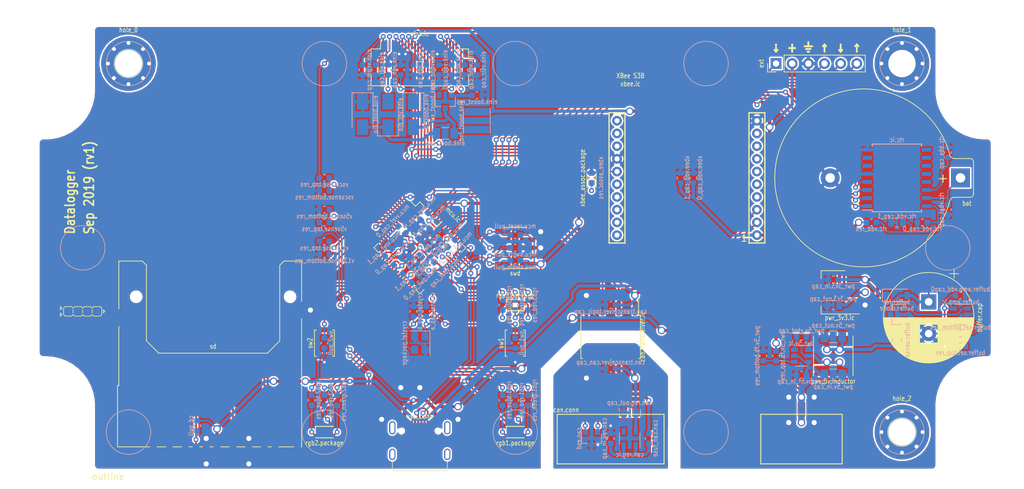
<source format=kicad_pcb>
(kicad_pcb (version 20171130) (host pcbnew "(5.1.2)-1")
  (layers (0 F.Cu signal) (31 B.Cu signal) (34 B.Paste user) (35 F.Paste user) (36 B.SilkS user) (37 F.SilkS user) (38 B.Mask user) (39 F.Mask user) (44 Edge.Cuts user))
  (net 0 "")
  (net 1 v3v3)
  (net 2 gnd)
  (net 3 vin)
  (net 4 can.can_pwr)
  (net 5 can.can_gnd)
  (net 6 can.can.canh)
  (net 7 can.can.canl)
  (net 8 rgb2.red_res.a)
  (net 9 rgb1.green_res.a)
  (net 10 rgb1.red_res.a)
  (net 11 rgb2.green_res.a)
  (net 12 xbee.associate)
  (net 13 xbee_assoc.res.a)
  (net 14 eink.vdl_cap.pos)
  (net 15 rgb1.blue_res.a)
  (net 16 eink.vdhr_cap.pos)
  (net 17 pwr_5v.sw)
  (net 18 eink.vdh_cap.pos)
  (net 19 pwr_5v.vbst_cap.pos)
  (net 20 eink.vslr_cap.pos)
  (net 21 rgb2.blue_res.a)
  (net 22 rgb3.blue_res.a)
  (net 23 rgb3.green_res.a)
  (net 24 rgb3.red_res.a)
  (net 25 sd.spi.miso)
  (net 26 ext.data.rx)
  (net 27 mcu.spi_1.sck)
  (net 28 mcu.digital_15)
  (net 29 mcu.digital_19)
  (net 30 vscsense.center)
  (net 31 rgb1.blue)
  (net 32 pwr_5v.fb.out)
  (net 33 rtc.spi.sck)
  (net 34 buffer.amp.inp)
  (net 35 buffer.amp.inn)
  (net 36 can.controller.rxd)
  (net 37 eink.boost_sw.source)
  (net 38 ext.cts)
  (net 39 swd.swd.swclk)
  (net 40 rgb3.blue)
  (net 41 xbee.data.tx)
  (net 42 xbee.data.rx)
  (net 43 mcu.can_0.txd)
  (net 44 mcu.digital_4)
  (net 45 mcu.xtal.xtal_out)
  (net 46 eink.boot_dio.anode)
  (net 47 mcu.digital_11)
  (net 48 rtc.pwr_bat)
  (net 49 buffer.fet.gate)
  (net 50 v5)
  (net 51 vscsense.pwr)
  (net 52 can.reg.pwr_in)
  (net 53 can.reg.pwr_out)
  (net 54 cd_pull.b)
  (net 55 mcu.xtal.xtal_in)
  (net 56 eink.ic.vgh)
  (net 57 eink.boot_cap.pos)
  (net 58 eink.ic.gdr)
  (net 59 eink.ic.vcom)
  (net 60 eink.vgl_cap.pos)
  (net 61 eink.ic.vddd)
  (net 62 rtc.spi.mosi)
  (net 63 mcu.digital_13)
  (net 64 mcu.digital_14)
  (net 65 mcu.digital_16)
  (net 66 ext.data.tx)
  (net 67 eink.spi.miso)
  (net 68 mcu.adc_2)
  (net 69 mcu.adc_3)
  (net 70 swd.swd.swo)
  (net 71 mcu.spi_1.mosi)
  (net 72 sw2_pull.io)
  (net 73 mcu.digital_5)
  (net 74 mcu.digital_7)
  (net 75 rgb2.green)
  (net 76 rgb1.red)
  (net 77 mcu.digital_9)
  (net 78 mcu.digital_1)
  (net 79 mcu.digital_3)
  (net 80 mcu.swd.swdio)
  (net 81 mcu.swd.reset)
  (net 82 usb_conn.usb.dp)
  (net 83 usb_conn.usb.dm)
  (net 84 rtc.cs)
  (net 85 rtc._bbs.pwr)
  (net 86 rtc._vdd.pwr)
  (module calisco:Symbol_Duckling (layer F.Cu) (at 112 54)
    (fp_text reference duck hide)
    (fp_text value Duck hide)
    (fp_circle (center 0 0) (end 2.5 0) (layer F.Cu) (width 0.2))
    (fp_line (start 0.414323 1.6911) (end 0.296428 1.302451) (layer F.Cu) (width 0.2))
    (fp_curve (pts (xy 0.888149 1.6911) (xy 0.863966 1.6911) (xy 0.84162 1.704001) (xy 0.829528 1.724944)) (layer F.Cu) (width 0.16))
    (fp_curve (pts (xy 0.243158 1.98347) (xy 0.243158 1.946196) (xy 0.273292 1.915936) (xy 0.310566 1.915781)) (layer F.Cu) (width 0.16))
    (fp_curve (pts (xy 0.310566 2.051159) (xy 0.273292 2.051004) (xy 0.243158 2.020744) (xy 0.243158 1.98347)) (layer F.Cu) (width 0.16))
    (fp_curve (pts (xy 0.033846 -0.826202) (xy 0.222334 -0.717378) (xy 0.454562 -0.717378) (xy 0.643051 -0.826202)) (layer F.Cu) (width 0.2))
    (fp_curve (pts (xy -0.270757 -1.35379) (xy -0.270757 -1.136142) (xy -0.154643 -0.935026) (xy 0.033846 -0.826202)) (layer F.Cu) (width 0.2))
    (fp_curve (pts (xy 0.033845 -0.826202) (xy -0.058683 -0.669075) (xy -0.182001 -0.53226) (xy -0.328708 -0.423966)) (layer F.Cu) (width 0.2))
    (fp_line (start 0.947653 -1.35379) (end 0.947653 -1.35379) (layer F.Cu) (width 0.2))
    (fp_curve (pts (xy 0.888149 1.826479) (xy 0.698541 1.832829) (xy 0.510946 1.78593) (xy 0.346633 1.6911)) (layer F.Cu) (width 0.16))
    (fp_curve (pts (xy 0.947653 -1.35379) (xy 0.947653 -1.571437) (xy 0.831539 -1.772553) (xy 0.643051 -1.881377)) (layer F.Cu) (width 0.2))
    (fp_curve (pts (xy 0.310566 1.915781) (xy 0.286383 1.915781) (xy 0.264037 1.90288) (xy 0.251945 1.881936)) (layer F.Cu) (width 0.16))
    (fp_curve (pts (xy 0.643051 -0.826202) (xy 0.831539 -0.935026) (xy 0.947653 -1.136142) (xy 0.947653 -1.35379)) (layer F.Cu) (width 0.2))
    (fp_curve (pts (xy -0.23095 1.915781) (xy -0.066637 2.010612) (xy 0.120958 2.057511) (xy 0.310566 2.05116)) (layer F.Cu) (width 0.16))
    (fp_curve (pts (xy 0.346633 1.6911) (xy 0.510946 1.596269) (xy 0.698541 1.54937) (xy 0.888149 1.555721)) (layer F.Cu) (width 0.16))
    (fp_curve (pts (xy 0.829528 1.792634) (xy 0.84162 1.813577) (xy 0.863966 1.826479) (xy 0.888149 1.826479)) (layer F.Cu) (width 0.16))
    (fp_curve (pts (xy 0.251945 1.881936) (xy 0.239854 1.860993) (xy 0.239854 1.83519) (xy 0.251945 1.814247)) (layer F.Cu) (width 0.16))
    (fp_curve (pts (xy 0.888149 1.555721) (xy 0.850806 1.555778) (xy 0.820564 1.586067) (xy 0.820564 1.62341)) (layer F.Cu) (width 0.16))
    (fp_curve (pts (xy 0.251945 1.814247) (xy 0.264037 1.793304) (xy 0.286383 1.780402) (xy 0.310566 1.780402)) (layer F.Cu) (width 0.16))
    (fp_curve (pts (xy -0.014508 -0.26325) (xy -0.448797 0.018493) (xy -0.684394 0.523231) (xy -0.621457 1.037064)) (layer F.Cu) (width 0.16))
    (fp_curve (pts (xy 1.276502 -0.965235) (xy 1.133673 -1.024396) (xy 1.015399 -1.130666) (xy 0.941348 -1.266373)) (layer F.Cu) (width 0.16))
    (fp_curve (pts (xy 0.033846 -1.881377) (xy -0.154643 -1.772553) (xy -0.270757 -1.571437) (xy -0.270757 -1.35379)) (layer F.Cu) (width 0.2))
    (fp_curve (pts (xy 0.541516 -1.624547) (xy 0.480243 -1.624547) (xy 0.426609 -1.583393) (xy 0.41075 -1.524207)) (layer F.Cu) (width 0.16))
    (fp_curve (pts (xy -1.161226 1.353789) (xy -0.607541 1.71443) (xy 0.190362 1.548966) (xy 0.665413 0.974992)) (layer F.Cu) (width 0.2))
    (fp_curve (pts (xy 0.829528 1.724944) (xy 0.817437 1.745888) (xy 0.817437 1.771691) (xy 0.829528 1.792634)) (layer F.Cu) (width 0.16))
    (fp_curve (pts (xy 0.672282 -1.524207) (xy 0.656423 -1.583393) (xy 0.602789 -1.624547) (xy 0.541516 -1.624547)) (layer F.Cu) (width 0.16))
    (fp_curve (pts (xy 0.665413 0.974992) (xy 1.140464 0.401018) (xy 1.130696 -0.38577) (xy 0.64305 -0.826202)) (layer F.Cu) (width 0.2))
    (fp_curve (pts (xy 0.820564 1.62341) (xy 0.820564 1.660754) (xy 0.850806 1.691042) (xy 0.888149 1.6911)) (layer F.Cu) (width 0.16))
    (fp_curve (pts (xy -2.288406 -0.613175) (xy -2.565933 0.42257) (xy -2.11319 1.515588) (xy -1.184566 2.051729)) (layer F.Cu) (width 0.2))
    (fp_curve (pts (xy 1.184566 2.051728) (xy 2.113189 1.515587) (xy 2.565932 0.422568) (xy 2.288404 -0.613177)) (layer F.Cu) (width 0.2))
    (fp_curve (pts (xy 0.643051 -1.881377) (xy 0.454562 -1.990201) (xy 0.222334 -1.990201) (xy 0.033846 -1.881377)) (layer F.Cu) (width 0.2))
    (fp_curve (pts (xy -0.000001 -2.369131) (xy -1.072284 -2.369131) (xy -2.010879 -1.648921) (xy -2.288406 -0.613175)) (layer F.Cu) (width 0.2))
    (fp_curve (pts (xy 2.288404 -0.613177) (xy 2.010877 -1.648922) (xy 1.072281 -2.369132) (xy -0.000001 -2.369131)) (layer F.Cu) (width 0.2))
    (fp_line (start -0.203069 1.511599) (end -0.229607 1.242145) (layer F.Cu) (width 0.2))
    (fp_line (start -0.163261 1.91578) (end -0.203069 1.511599) (layer F.Cu) (width 0.2))
    (fp_curve (pts (xy 0.310566 1.780402) (xy 0.120958 1.774052) (xy -0.066637 1.820951) (xy -0.23095 1.915781)) (layer F.Cu) (width 0.16))
    (fp_curve (pts (xy -0.621457 1.037064) (xy -0.022399 1.00549) (xy 0.484442 0.58344) (xy 0.623958 0)) (layer F.Cu) (width 0.16))
    (fp_curve (pts (xy 0.826575 -0.989287) (xy 0.969404 -0.930125) (xy 1.12818 -0.921637) (xy 1.276502 -0.965235)) (layer F.Cu) (width 0.16))
    (fp_curve (pts (xy -0.328708 -0.423966) (xy -0.654052 -0.183806) (xy -0.855002 0.189219) (xy -0.876566 0.593028)) (layer F.Cu) (width 0.2))
    (fp_curve (pts (xy -0.876566 0.593028) (xy -0.891346 0.869774) (xy -0.990706 1.135317) (xy -1.161226 1.353789)) (layer F.Cu) (width 0.2))
  )
  (module Diode_SMD:D_SMA (layer B.Cu) (at 160 29 90)
    (fp_text reference eink.vgl_dio (at -0.03376 1.96264 90) (layer B.SilkS) (effects (font (size 0.75 0.6) (thickness 0.1)) (justify mirror)))
    (fp_text value CDBA240LL-HF)
    (pad 1 smd rect (at -2 0 90) (size 2.5 1.8) (layers B.Cu B.Paste B.Mask) (net 46 eink.boot_dio.anode))
    (pad 2 smd rect (at 2 0 90) (size 2.5 1.8) (layers B.Cu B.Paste B.Mask) (net 60 eink.vgl_cap.pos))
  )
  (module Resistor_SMD:R_0603_1608Metric (layer B.Cu) (at 180 48 180)
    (fp_text reference mcu.reset_pull (at 0.000001 1.43 180) (layer B.SilkS) (effects (font (size 0.75 0.6) (thickness 0.1)) (justify mirror)))
    (fp_text value "10000, 1%, 0.1W")
    (pad 1 smd roundrect (at -0.7875 0 180) (size 0.875 0.95) (layers B.Cu B.Paste B.Mask) (net 1 v3v3))
    (pad 2 smd roundrect (at 0.7875 0 180) (size 0.875 0.95) (layers B.Cu B.Paste B.Mask) (net 81 mcu.swd.reset))
  )
  (module Resistor_SMD:R_0603_1608Metric (layer B.Cu) (at 180 50 180)
    (fp_text reference mcu.swclk_pull (at 0 -1 180) (layer B.SilkS) (effects (font (size 0.75 0.6) (thickness 0.1)) (justify mirror)))
    (fp_text value "10000, 1%, 0.1W")
    (pad 1 smd roundrect (at -0.7875 0 180) (size 0.875 0.95) (layers B.Cu B.Paste B.Mask) (net 2 gnd))
    (pad 2 smd roundrect (at 0.7875 0 180) (size 0.875 0.95) (layers B.Cu B.Paste B.Mask) (net 39 swd.swd.swclk))
  )
  (module Resistor_SMD:R_0603_1608Metric (layer B.Cu) (at 180 52 180)
    (fp_text reference mcu.swdio_pull (at 0 -1) (layer B.SilkS) (effects (font (size 0.75 0.6) (thickness 0.1)) (justify mirror)))
    (fp_text value "10000, 1%, 0.1W")
    (pad 2 smd roundrect (at 0.7875 0 180) (size 0.875 0.95) (layers B.Cu B.Paste B.Mask) (net 80 mcu.swd.swdio))
    (pad 1 smd roundrect (at -0.7875 0 180) (size 0.875 0.95) (layers B.Cu B.Paste B.Mask) (net 1 v3v3))
  )
  (module Connector_Card:SD_Kyocera_145638009511859+ (layer F.Cu) (at 132.5 75)
    (fp_text reference sd (at 0 -9.5) (layer F.SilkS) (effects (font (size 0.75 0.6) (thickness 0.1))))
    (fp_text value "SD Socket, Kyocera 145638009511859+")
    (pad 9 smd roundrect (at -9.38 7.2) (size 0.8 2) (layers F.Cu F.Paste F.Mask) (roundrect_rratio 0.313))
    (pad 1 smd roundrect (at -6.88 7.2) (size 0.8 2) (layers F.Cu F.Paste F.Mask) (roundrect_rratio 0.313) (net 29 mcu.digital_19))
    (pad 2 smd roundrect (at -4.38 7.2) (size 0.8 2) (layers F.Cu F.Paste F.Mask) (roundrect_rratio 0.313) (net 71 mcu.spi_1.mosi))
    (pad 10 smd roundrect (at -2.68 7.2) (size 0.8 2) (layers F.Cu F.Paste F.Mask) (roundrect_rratio 0.313) (net 54 cd_pull.b))
    (pad 3 smd roundrect (at -1.08 7.2) (size 0.8 2) (layers F.Cu F.Paste F.Mask) (roundrect_rratio 0.313) (net 2 gnd))
    (pad 4 smd roundrect (at 0.62 7.2) (size 0.8 2) (layers F.Cu F.Paste F.Mask) (roundrect_rratio 0.313) (net 1 v3v3))
    (pad 5 smd roundrect (at 3.12 7.2) (size 0.8 2) (layers F.Cu F.Paste F.Mask) (roundrect_rratio 0.313) (net 27 mcu.spi_1.sck))
    (pad 6 smd roundrect (at 5.62 7.2) (size 0.8 2) (layers F.Cu F.Paste F.Mask) (roundrect_rratio 0.313) (net 2 gnd))
    (pad 7 smd roundrect (at 8.05 7.2) (size 0.8 2) (layers F.Cu F.Paste F.Mask) (roundrect_rratio 0.313) (net 25 sd.spi.miso))
    (pad 8 smd roundrect (at 9.75 7.2) (size 0.8 2) (layers F.Cu F.Paste F.Mask) (roundrect_rratio 0.313))
    (pad 11 smd roundrect (at 13.24 7.2) (size 0.7 2) (layers F.Cu F.Paste F.Mask) (roundrect_rratio 0.357))
    (pad "" np_thru_hole circle (at 12.1 -17.3) (size 1.5 1.5) (drill 1.5) (layers *.Cu *.Mask))
    (pad "" np_thru_hole circle (at -12.1 -17.3) (size 1.5 1.5) (drill 1.5) (layers *.Cu *.Mask))
    (pad SH smd roundrect (at 13.25 -15.2) (size 1.7 2.4) (layers F.Cu F.Paste F.Mask) (roundrect_rratio 0.147) (net 2 gnd))
    (pad "" smd roundrect (at -14.1 -14) (size 1.8 2.4) (layers F.Cu F.Paste F.Mask) (roundrect_rratio 0.139))
  )
  (module Connector_PinHeader_1.27mm:PinHeader_2x05_P1.27mm_Vertical_SMD (layer F.Cu) (at 180 50 180)
    (fp_text reference swd (at 0 -4 180) (layer F.SilkS) (effects (font (size 0.75 0.6) (thickness 0.1))))
    (fp_text value SWD)
    (pad 1 smd rect (at -1.95 -2.54 180) (size 2.4 0.74) (layers F.Cu F.Paste F.Mask) (net 1 v3v3))
    (pad 2 smd rect (at 1.95 -2.54 180) (size 2.4 0.74) (layers F.Cu F.Paste F.Mask) (net 80 mcu.swd.swdio))
    (pad 3 smd rect (at -1.95 -1.27 180) (size 2.4 0.74) (layers F.Cu F.Paste F.Mask) (net 2 gnd))
    (pad 4 smd rect (at 1.95 -1.27 180) (size 2.4 0.74) (layers F.Cu F.Paste F.Mask) (net 39 swd.swd.swclk))
    (pad 5 smd rect (at -1.95 0 180) (size 2.4 0.74) (layers F.Cu F.Paste F.Mask) (net 2 gnd))
    (pad 6 smd rect (at 1.95 0 180) (size 2.4 0.74) (layers F.Cu F.Paste F.Mask) (net 70 swd.swd.swo))
    (pad 7 smd rect (at -1.95 1.27 180) (size 2.4 0.74) (layers F.Cu F.Paste F.Mask))
    (pad 8 smd rect (at 1.95 1.27 180) (size 2.4 0.74) (layers F.Cu F.Paste F.Mask))
    (pad 9 smd rect (at -1.95 2.54 180) (size 2.4 0.74) (layers F.Cu F.Paste F.Mask) (net 2 gnd))
    (pad 10 smd rect (at 1.95 2.54 180) (size 2.4 0.74) (layers F.Cu F.Paste F.Mask) (net 81 mcu.swd.reset))
  )
  (module Resistor_SMD:R_0603_1608Metric (layer B.Cu) (at 130 78 270)
    (fp_text reference cd_pull (at 0 1 270) (layer B.SilkS) (effects (font (size 0.75 0.6) (thickness 0.1)) (justify mirror)))
    (fp_text value "4700, 1%, 0.1W")
    (pad 1 smd roundrect (at -0.7875 0 270) (size 0.875 0.95) (layers B.Cu B.Paste B.Mask) (net 1 v3v3))
    (pad 2 smd roundrect (at 0.7875 0 270) (size 0.875 0.95) (layers B.Cu B.Paste B.Mask) (net 54 cd_pull.b))
  )
  (module Capacitor_SMD:C_0603_1608Metric (layer B.Cu) (at 167.828426 52.828426 135)
    (fp_text reference mcu.vbat_cap (at -1.5 0 45) (layer B.SilkS) (effects (font (size 0.75 0.6) (thickness 0.1)) (justify mirror)))
    (fp_text value "0.1µF, 50V, CL10B104KB8NNNC")
    (pad 2 smd roundrect (at 0.7875 0 135) (size 0.875 0.95) (layers B.Cu B.Paste B.Mask) (net 2 gnd))
    (pad 1 smd roundrect (at -0.7875 0 135) (size 0.875 0.95) (layers B.Cu B.Paste B.Mask) (net 1 v3v3))
  )
  (module Capacitor_SMD:C_0603_1608Metric (layer B.Cu) (at 164.292893 54.949746 45)
    (fp_text reference mcu.pwr_cap_0 (at 0 1 45) (layer B.SilkS) (effects (font (size 0.75 0.6) (thickness 0.1)) (justify mirror)))
    (fp_text value "0.1µF, 50V, CL10B104KB8NNNC")
    (pad 1 smd roundrect (at -0.7875 0 45) (size 0.875 0.95) (layers B.Cu B.Paste B.Mask) (net 1 v3v3))
    (pad 2 smd roundrect (at 0.7875 0 45) (size 0.875 0.95) (layers B.Cu B.Paste B.Mask) (net 2 gnd))
  )
  (module Capacitor_SMD:C_0603_1608Metric (layer B.Cu) (at 162.87868 53.535533 45)
    (fp_text reference mcu.pwr_cap_1 (at 0 1 45) (layer B.SilkS) (effects (font (size 0.75 0.6) (thickness 0.1)) (justify mirror)))
    (fp_text value "10000pF, 50V, CL10B103KB8NNNC")
    (pad 2 smd roundrect (at 0.7875 0 45) (size 0.875 0.95) (layers B.Cu B.Paste B.Mask) (net 2 gnd))
    (pad 1 smd roundrect (at -0.7875 0 45) (size 0.875 0.95) (layers B.Cu B.Paste B.Mask) (net 1 v3v3))
  )
  (module Capacitor_SMD:C_0603_1608Metric (layer B.Cu) (at 169.949747 49.292893 225)
    (fp_text reference mcu.pwr_cap_2 (at 0 -1 225) (layer B.SilkS) (effects (font (size 0.75 0.6) (thickness 0.1)) (justify mirror)))
    (fp_text value "0.1µF, 50V, CL10B104KB8NNNC")
    (pad 1 smd roundrect (at -0.7875 0 225) (size 0.875 0.95) (layers B.Cu B.Paste B.Mask) (net 1 v3v3))
    (pad 2 smd roundrect (at 0.7875 0 225) (size 0.875 0.95) (layers B.Cu B.Paste B.Mask) (net 2 gnd))
  )
  (module Capacitor_SMD:C_0603_1608Metric (layer B.Cu) (at 168.535534 47.87868 225)
    (fp_text reference mcu.pwr_cap_3 (at 0 -1 225) (layer B.SilkS) (effects (font (size 0.75 0.6) (thickness 0.1)) (justify mirror)))
    (fp_text value "10000pF, 50V, CL10B103KB8NNNC")
    (pad 2 smd roundrect (at 0.7875 0 225) (size 0.875 0.95) (layers B.Cu B.Paste B.Mask) (net 2 gnd))
    (pad 1 smd roundrect (at -0.7875 0 225) (size 0.875 0.95) (layers B.Cu B.Paste B.Mask) (net 1 v3v3))
  )
  (module Capacitor_SMD:C_0603_1608Metric (layer B.Cu) (at 165.707107 45.050253 225)
    (fp_text reference mcu.pwr_cap_4 (at 0 1 225) (layer B.SilkS) (effects (font (size 0.75 0.6) (thickness 0.1)) (justify mirror)))
    (fp_text value "0.1µF, 50V, CL10B104KB8NNNC")
    (pad 1 smd roundrect (at -0.7875 0 225) (size 0.875 0.95) (layers B.Cu B.Paste B.Mask) (net 1 v3v3))
    (pad 2 smd roundrect (at 0.7875 0 225) (size 0.875 0.95) (layers B.Cu B.Paste B.Mask) (net 2 gnd))
  )
  (module Capacitor_SMD:C_0603_1608Metric (layer B.Cu) (at 167.12132 46.464465 225)
    (fp_text reference mcu.pwr_cap_5 (at 0 1 225) (layer B.SilkS) (effects (font (size 0.75 0.6) (thickness 0.1)) (justify mirror)))
    (fp_text value "10000pF, 50V, CL10B103KB8NNNC")
    (pad 2 smd roundrect (at 0.7875 0 225) (size 0.875 0.95) (layers B.Cu B.Paste B.Mask) (net 2 gnd))
    (pad 1 smd roundrect (at -0.7875 0 225) (size 0.875 0.95) (layers B.Cu B.Paste B.Mask) (net 1 v3v3))
  )
  (module Capacitor_SMD:C_0603_1608Metric (layer B.Cu) (at 161.464466 52.121319 45)
    (fp_text reference mcu.pwra_cap_0 (at 0 -1 45) (layer B.SilkS) (effects (font (size 0.75 0.6) (thickness 0.1)) (justify mirror)))
    (fp_text value "0.1µF, 50V, CL10B104KB8NNNC")
    (pad 1 smd roundrect (at -0.7875 0 45) (size 0.875 0.95) (layers B.Cu B.Paste B.Mask) (net 1 v3v3))
    (pad 2 smd roundrect (at 0.7875 0 45) (size 0.875 0.95) (layers B.Cu B.Paste B.Mask) (net 2 gnd))
  )
  (module Capacitor_SMD:C_0603_1608Metric (layer B.Cu) (at 162.171573 47.171573 315)
    (fp_text reference mcu.vref_cap_0 (at -2.000001 0 45) (layer B.SilkS) (effects (font (size 0.75 0.6) (thickness 0.1)) (justify mirror)))
    (fp_text value "0.1µF, 50V, CL10B104KB8NNNC")
    (pad 1 smd roundrect (at -0.7875 0 315) (size 0.875 0.95) (layers B.Cu B.Paste B.Mask) (net 1 v3v3))
    (pad 2 smd roundrect (at 0.7875 0 315) (size 0.875 0.95) (layers B.Cu B.Paste B.Mask) (net 2 gnd))
  )
  (module Capacitor_SMD:C_0603_1608Metric (layer B.Cu) (at 160.050253 50.707106 45)
    (fp_text reference mcu.vref_cap_1 (at 0 -1 45) (layer B.SilkS) (effects (font (size 0.75 0.6) (thickness 0.1)) (justify mirror)))
    (fp_text value "0.1µF, 50V, CL10B104KB8NNNC")
    (pad 2 smd roundrect (at 0.7875 0 45) (size 0.875 0.95) (layers B.Cu B.Paste B.Mask) (net 2 gnd))
    (pad 1 smd roundrect (at -0.7875 0 45) (size 0.875 0.95) (layers B.Cu B.Paste B.Mask) (net 1 v3v3))
  )
  (module Capacitor_SMD:C_0805_2012Metric (layer B.Cu) (at 164.292893 49.292893 45)
    (fp_text reference mcu.pwra_cap_1 (at 0 1.65 45) (layer B.SilkS) (effects (font (size 0.75 0.6) (thickness 0.1)) (justify mirror)))
    (fp_text value "10µF, 10V, CL21A106KPFNNNE")
    (pad 1 smd roundrect (at -0.9375 0 45) (size 0.975 1.4) (layers B.Cu B.Paste B.Mask) (net 1 v3v3))
    (pad 2 smd roundrect (at 0.9375 0 45) (size 0.975 1.4) (layers B.Cu B.Paste B.Mask) (net 2 gnd))
  )
  (module Capacitor_SMD:C_0805_2012Metric (layer B.Cu) (at 165.707107 50.707107 45)
    (fp_text reference mcu.vref_cap_2 (at 0 1.65 45) (layer B.SilkS) (effects (font (size 0.75 0.6) (thickness 0.1)) (justify mirror)))
    (fp_text value "10µF, 10V, CL21A106KPFNNNE")
    (pad 2 smd roundrect (at 0.9375 0 45) (size 0.975 1.4) (layers B.Cu B.Paste B.Mask) (net 2 gnd))
    (pad 1 smd roundrect (at -0.9375 0 45) (size 0.975 1.4) (layers B.Cu B.Paste B.Mask) (net 1 v3v3))
  )
  (module Capacitor_SMD:C_0603_1608Metric (layer B.Cu) (at 195 80 90)
    (fp_text reference can.reg.in_cap (at 0 -1 90) (layer B.SilkS) (effects (font (size 0.75 0.6) (thickness 0.1)) (justify mirror)))
    (fp_text value "1µF, 25V, CL10A105KA8NNNC")
    (pad 1 smd roundrect (at -0.7875 0 90) (size 0.875 0.95) (layers B.Cu B.Paste B.Mask) (net 52 can.reg.pwr_in))
    (pad 2 smd roundrect (at 0.7875 0 90) (size 0.875 0.95) (layers B.Cu B.Paste B.Mask) (net 5 can.can_gnd))
  )
  (module Capacitor_SMD:C_0805_2012Metric (layer B.Cu) (at 198 76 180)
    (fp_text reference can.reg.out_cap (at 0 1.65 180) (layer B.SilkS) (effects (font (size 0.75 0.6) (thickness 0.1)) (justify mirror)))
    (fp_text value "2.2µF, 10V, CL21B225KPFNNNE")
    (pad 1 smd roundrect (at -0.9375 0 180) (size 0.975 1.4) (layers B.Cu B.Paste B.Mask) (net 53 can.reg.pwr_out))
    (pad 2 smd roundrect (at 0.9375 0 180) (size 0.975 1.4) (layers B.Cu B.Paste B.Mask) (net 5 can.can_gnd))
  )
  (module Capacitor_SMD:C_0603_1608Metric (layer B.Cu) (at 195 59 180)
    (fp_text reference can.transceiver.logic_cap (at 0 -1 180) (layer B.SilkS) (effects (font (size 0.75 0.6) (thickness 0.1)) (justify mirror)))
    (fp_text value "0.1µF, 50V, CL10B104KB8NNNC")
    (pad 2 smd roundrect (at 0.7875 0 180) (size 0.875 0.95) (layers B.Cu B.Paste B.Mask) (net 2 gnd))
    (pad 1 smd roundrect (at -0.7875 0 180) (size 0.875 0.95) (layers B.Cu B.Paste B.Mask) (net 1 v3v3))
  )
  (module calisco:Molex_DuraClik_vert_3pin (layer F.Cu) (at 225 81)
    (fp_text reference pwr_conn hide)
    (fp_text value Duraclik)
    (pad "" smd rect (at -5.6 0) (size 2 4.2) (layers F.Cu F.Paste F.Mask))
    (pad "" smd rect (at 5.6 0) (size 2 4.2) (layers F.Cu F.Paste F.Mask))
    (pad 1 smd rect (at 2 -5.58) (size 1.2 2.2) (layers F.Cu F.Paste F.Mask) (net 2 gnd))
    (pad 2 smd rect (at 0 -5.58) (size 1.2 2.2) (layers F.Cu F.Paste F.Mask) (net 3 vin))
    (pad 3 smd rect (at -2 -5.58) (size 1.2 2.2) (layers F.Cu F.Paste F.Mask) (net 2 gnd))
  )
  (module Resistor_SMD:R_0603_1608Metric (layer B.Cu) (at 178 74 90)
    (fp_text reference rgb1.blue_res (at 0 1 90) (layer B.SilkS) (effects (font (size 0.75 0.6) (thickness 0.1)) (justify mirror)))
    (fp_text value "1000, 1%, 0.1W")
    (pad 1 smd roundrect (at -0.7875 0 90) (size 0.875 0.95) (layers B.Cu B.Paste B.Mask) (net 15 rgb1.blue_res.a))
    (pad 2 smd roundrect (at 0.7875 0 90) (size 0.875 0.95) (layers B.Cu B.Paste B.Mask) (net 31 rgb1.blue))
  )
  (module Resistor_SMD:R_0603_1608Metric (layer B.Cu) (at 182 74 90)
    (fp_text reference rgb1.green_res (at 0 1 90) (layer B.SilkS) (effects (font (size 0.75 0.6) (thickness 0.1)) (justify mirror)))
    (fp_text value "1000, 1%, 0.1W")
    (pad 2 smd roundrect (at 0.7875 0 90) (size 0.875 0.95) (layers B.Cu B.Paste B.Mask) (net 77 mcu.digital_9))
    (pad 1 smd roundrect (at -0.7875 0 90) (size 0.875 0.95) (layers B.Cu B.Paste B.Mask) (net 9 rgb1.green_res.a))
  )
  (module calisco:LED_RGB_0606 (layer F.Cu) (at 180 79)
    (fp_text reference rgb1.package (at 0 1.7) (layer F.SilkS) (effects (font (size 0.75 0.6) (thickness 0.1))))
    (fp_text value "")
    (pad 1 smd rect (at -0.8 -0.45) (size 0.8 0.5) (layers F.Cu F.Paste F.Mask) (net 1 v3v3))
    (pad 2 smd rect (at -0.8 0.45) (size 0.8 0.5) (layers F.Cu F.Paste F.Mask) (net 15 rgb1.blue_res.a))
    (pad 3 smd rect (at 0.8 0.45) (size 0.8 0.5) (layers F.Cu F.Paste F.Mask) (net 9 rgb1.green_res.a))
    (pad 4 smd rect (at 0.8 -0.45) (size 0.8 0.5) (layers F.Cu F.Paste F.Mask) (net 10 rgb1.red_res.a))
  )
  (module Resistor_SMD:R_0603_1608Metric (layer B.Cu) (at 180 74 90)
    (fp_text reference rgb1.red_res (at 0 1 90) (layer B.SilkS) (effects (font (size 0.75 0.6) (thickness 0.1)) (justify mirror)))
    (fp_text value "1000, 1%, 0.1W")
    (pad 2 smd roundrect (at 0.7875 0 90) (size 0.875 0.95) (layers B.Cu B.Paste B.Mask) (net 76 rgb1.red))
    (pad 1 smd roundrect (at -0.7875 0 90) (size 0.875 0.95) (layers B.Cu B.Paste B.Mask) (net 10 rgb1.red_res.a))
  )
  (module Package_TO_SOT_SMD:SOT-23 (layer B.Cu) (at 192 80 270)
    (fp_text reference can.esd (at 0 2 270) (layer B.SilkS) (effects (font (size 0.75 0.6) (thickness 0.1)) (justify mirror)))
    (fp_text value PESD1CAN,215)
    (pad 1 smd rect (at -1 0.95 270) (size 0.9 0.8) (layers B.Cu B.Paste B.Mask) (net 7 can.can.canl))
    (pad 2 smd rect (at -1 -0.95 270) (size 0.9 0.8) (layers B.Cu B.Paste B.Mask) (net 6 can.can.canh))
    (pad 3 smd rect (at 1 0 270) (size 0.9 0.8) (layers B.Cu B.Paste B.Mask) (net 5 can.can_gnd))
  )
  (module Capacitor_SMD:C_0603_1608Metric (layer B.Cu) (at 195 69 180)
    (fp_text reference can.transceiver.can_cap (at 0 1 180) (layer B.SilkS) (effects (font (size 0.75 0.6) (thickness 0.1)) (justify mirror)))
    (fp_text value "0.1µF, 50V, CL10B104KB8NNNC")
    (pad 1 smd roundrect (at -0.7875 0 180) (size 0.875 0.95) (layers B.Cu B.Paste B.Mask) (net 53 can.reg.pwr_out))
    (pad 2 smd roundrect (at 0.7875 0 180) (size 0.875 0.95) (layers B.Cu B.Paste B.Mask) (net 5 can.can_gnd))
  )
  (module Resistor_SMD:R_0603_1608Metric (layer B.Cu) (at 201 80 270)
    (fp_text reference can.can_fuse (at 0 -1 270) (layer B.SilkS) (effects (font (size 0.75 0.6) (thickness 0.1)) (justify mirror)))
    (fp_text value 0ZCM0005FF2G)
    (pad 1 smd roundrect (at -0.7875 0 270) (size 0.875 0.95) (layers B.Cu B.Paste B.Mask) (net 4 can.can_pwr))
    (pad 2 smd roundrect (at 0.7875 0 270) (size 0.875 0.95) (layers B.Cu B.Paste B.Mask) (net 52 can.reg.pwr_in))
  )
  (module Package_TO_SOT_SMD:SOT-23-5 (layer B.Cu) (at 198 80 90)
    (fp_text reference can.reg.ic (at -2.5 0 180) (layer B.SilkS) (effects (font (size 0.75 0.6) (thickness 0.1)) (justify mirror)))
    (fp_text value AP2204K-5.0)
    (pad 1 smd rect (at -1.1 0.95 90) (size 1.06 0.65) (layers B.Cu B.Paste B.Mask) (net 52 can.reg.pwr_in))
    (pad 2 smd rect (at -1.1 0 90) (size 1.06 0.65) (layers B.Cu B.Paste B.Mask) (net 5 can.can_gnd))
    (pad 3 smd rect (at -1.1 -0.95 90) (size 1.06 0.65) (layers B.Cu B.Paste B.Mask) (net 52 can.reg.pwr_in))
    (pad 4 smd rect (at 1.1 -0.95 90) (size 1.06 0.65) (layers B.Cu B.Paste B.Mask))
    (pad 5 smd rect (at 1.1 0.95 90) (size 1.06 0.65) (layers B.Cu B.Paste B.Mask) (net 53 can.reg.pwr_out))
  )
  (module Package_SO:SOP-8_6.62x9.15mm_P2.54mm (layer F.Cu) (at 195 64 270)
    (fp_text reference can.transceiver.ic (at 0 -5 270) (layer F.SilkS) (effects (font (size 0.75 0.6) (thickness 0.1))))
    (fp_text value ISO1050DUB)
    (pad 1 smd roundrect (at -4.525 -3.81 270) (size 2.35 0.65) (layers F.Cu F.Paste F.Mask) (net 1 v3v3))
    (pad 2 smd roundrect (at -4.525 -1.27 270) (size 2.35 0.65) (layers F.Cu F.Paste F.Mask) (net 36 can.controller.rxd))
    (pad 3 smd roundrect (at -4.525 1.27 270) (size 2.35 0.65) (layers F.Cu F.Paste F.Mask) (net 43 mcu.can_0.txd))
    (pad 4 smd roundrect (at -4.525 3.81 270) (size 2.35 0.65) (layers F.Cu F.Paste F.Mask) (net 2 gnd))
    (pad 5 smd roundrect (at 4.525 3.81 270) (size 2.35 0.65) (layers F.Cu F.Paste F.Mask) (net 5 can.can_gnd))
    (pad 6 smd roundrect (at 4.525 1.27 270) (size 2.35 0.65) (layers F.Cu F.Paste F.Mask) (net 7 can.can.canl))
    (pad 7 smd roundrect (at 4.525 -1.27 270) (size 2.35 0.65) (layers F.Cu F.Paste F.Mask) (net 6 can.can.canh))
    (pad 8 smd roundrect (at 4.525 -3.81 270) (size 2.35 0.65) (layers F.Cu F.Paste F.Mask) (net 53 can.reg.pwr_out))
  )
  (module Capacitor_SMD:C_0603_1608Metric (layer B.Cu) (at 166 60 90)
    (fp_text reference crystal.cap_a (at 0 1 90) (layer B.SilkS) (effects (font (size 0.75 0.6) (thickness 0.1)) (justify mirror)))
    (fp_text value "18pF, 50V, CC0603GRNPO9BN180")
    (pad 2 smd roundrect (at 0.7875 0 90) (size 0.875 0.95) (layers B.Cu B.Paste B.Mask) (net 2 gnd))
    (pad 1 smd roundrect (at -0.7875 0 90) (size 0.875 0.95) (layers B.Cu B.Paste B.Mask) (net 55 mcu.xtal.xtal_in))
  )
  (module Capacitor_SMD:C_0603_1608Metric (layer B.Cu) (at 164 60 90)
    (fp_text reference crystal.cap_b (at 0 1 90) (layer B.SilkS) (effects (font (size 0.75 0.6) (thickness 0.1)) (justify mirror)))
    (fp_text value "18pF, 50V, CC0603GRNPO9BN180")
    (pad 1 smd roundrect (at -0.7875 0 90) (size 0.875 0.95) (layers B.Cu B.Paste B.Mask) (net 45 mcu.xtal.xtal_out))
    (pad 2 smd roundrect (at 0.7875 0 90) (size 0.875 0.95) (layers B.Cu B.Paste B.Mask) (net 2 gnd))
  )
  (module Oscillator:Oscillator_SMD_Abracon_ASE-4Pin_3.2x2.5mm (layer B.Cu) (at 165 65 270)
    (fp_text reference crystal.package (at 0 2.45 270) (layer B.SilkS) (effects (font (size 0.75 0.6) (thickness 0.1)) (justify mirror)))
    (fp_text value 7V-12.000MAHE-T)
    (pad 1 smd rect (at -1.05 -0.825 270) (size 1.3 1.1) (layers B.Cu B.Paste B.Mask) (net 55 mcu.xtal.xtal_in))
    (pad 2 smd rect (at 1.05 -0.825 270) (size 1.3 1.1) (layers B.Cu B.Paste B.Mask) (net 2 gnd))
    (pad 3 smd rect (at 1.05 0.825 270) (size 1.3 1.1) (layers B.Cu B.Paste B.Mask) (net 45 mcu.xtal.xtal_out))
    (pad 4 smd rect (at -1.05 0.825 270) (size 1.3 1.1) (layers B.Cu B.Paste B.Mask) (net 2 gnd))
  )
  (module calisco:Molex_DuraClik_vert_5pin (layer F.Cu) (at 195 81)
    (fp_text reference can.conn (at -7 -5.5) (layer F.SilkS) (effects (font (size 0.75 0.6) (thickness 0.1))))
    (fp_text value Duraclik)
    (pad "" smd rect (at -7.6 0) (size 2 4.2) (layers F.Cu F.Paste F.Mask))
    (pad "" smd rect (at 7.6 0) (size 2 4.2) (layers F.Cu F.Paste F.Mask))
    (pad 1 smd rect (at 4 -5.58) (size 1.2 2.2) (layers F.Cu F.Paste F.Mask))
    (pad 2 smd rect (at 2 -5.58) (size 1.2 2.2) (layers F.Cu F.Paste F.Mask) (net 4 can.can_pwr))
    (pad 3 smd rect (at 0 -5.58) (size 1.2 2.2) (layers F.Cu F.Paste F.Mask) (net 5 can.can_gnd))
    (pad 4 smd rect (at -2 -5.58) (size 1.2 2.2) (layers F.Cu F.Paste F.Mask) (net 6 can.can.canh))
    (pad 5 smd rect (at -4 -5.58) (size 1.2 2.2) (layers F.Cu F.Paste F.Mask) (net 7 can.can.canl))
  )
  (module Sparkfun_RF:XBEE (layer F.Cu) (at 207 28 180)
    (fp_text reference xbee.ic (at 8.89 3.81 180) (layer F.SilkS) (effects (font (size 0.75 0.6) (thickness 0.1))))
    (fp_text value "XBee S3B" (at 8.89 5.08 180) (layer F.SilkS) (effects (font (size 0.75 0.6) (thickness 0.1))))
    (fp_text user 1 (at -8.9916 -20.50796 180) (layer F.SilkS) (effects (font (size 1.016 1.016) (thickness 0.1524))))
    (pad 1 thru_hole circle (at -10.9982 -19.99996 180) (size 1.524 1.524) (drill 0.79756) (layers *.Cu *.Mask) (net 1 v3v3))
    (pad 2 thru_hole circle (at -10.9982 -17.99844 180) (size 1.524 1.524) (drill 0.79756) (layers *.Cu *.Mask) (net 41 xbee.data.tx))
    (pad 3 thru_hole circle (at -10.9982 -15.99946 180) (size 1.524 1.524) (drill 0.79756) (layers *.Cu *.Mask) (net 42 xbee.data.rx))
    (pad 4 thru_hole circle (at -10.9982 -13.99794 180) (size 1.524 1.524) (drill 0.79756) (layers *.Cu *.Mask))
    (pad 5 thru_hole circle (at -10.9982 -11.99896 180) (size 1.524 1.524) (drill 0.79756) (layers *.Cu *.Mask))
    (pad 6 thru_hole circle (at -10.9982 -9.99998 180) (size 1.524 1.524) (drill 0.79756) (layers *.Cu *.Mask))
    (pad 7 thru_hole circle (at -10.9982 -7.99846 180) (size 1.524 1.524) (drill 0.79756) (layers *.Cu *.Mask))
    (pad 8 thru_hole circle (at -10.9982 -5.99948 180) (size 1.524 1.524) (drill 0.79756) (layers *.Cu *.Mask))
    (pad 9 thru_hole circle (at -10.9982 -3.99796 180) (size 1.524 1.524) (drill 0.79756) (layers *.Cu *.Mask))
    (pad 10 thru_hole circle (at -10.9982 -1.99898 180) (size 1.524 1.524) (drill 0.79756) (layers *.Cu *.Mask) (net 2 gnd))
    (pad 11 thru_hole circle (at 10.9982 -1.99898 180) (size 1.524 1.524) (drill 0.79756) (layers *.Cu *.Mask))
    (pad 12 thru_hole circle (at 10.9982 -3.99796 180) (size 1.524 1.524) (drill 0.79756) (layers *.Cu *.Mask))
    (pad 13 thru_hole circle (at 10.9982 -5.99948 180) (size 1.524 1.524) (drill 0.79756) (layers *.Cu *.Mask))
    (pad 14 thru_hole circle (at 10.9982 -7.99846 180) (size 1.524 1.524) (drill 0.79756) (layers *.Cu *.Mask) (net 2 gnd))
    (pad 15 thru_hole circle (at 10.9982 -9.99998 180) (size 1.524 1.524) (drill 0.79756) (layers *.Cu *.Mask) (net 12 xbee.associate))
    (pad 16 thru_hole circle (at 10.9982 -11.99896 180) (size 1.524 1.524) (drill 0.79756) (layers *.Cu *.Mask))
    (pad 17 thru_hole circle (at 10.9982 -13.99794 180) (size 1.524 1.524) (drill 0.79756) (layers *.Cu *.Mask))
    (pad 18 thru_hole circle (at 10.9982 -15.99946 180) (size 1.524 1.524) (drill 0.79756) (layers *.Cu *.Mask))
    (pad 19 thru_hole circle (at 10.9982 -17.99844 180) (size 1.524 1.524) (drill 0.79756) (layers *.Cu *.Mask))
    (pad 20 thru_hole circle (at 10.9982 -19.99996 180) (size 1.524 1.524) (drill 0.79756) (layers *.Cu *.Mask))
  )
  (module Capacitor_SMD:C_0603_1608Metric (layer B.Cu) (at 208 39 90)
    (fp_text reference xbee.vdd_cap_0 (at 0 1 90) (layer B.SilkS) (effects (font (size 0.75 0.6) (thickness 0.1)) (justify mirror)))
    (fp_text value "1µF, 10V, CL10A105KP8NNNC")
    (pad 2 smd roundrect (at 0.7875 0 90) (size 0.875 0.95) (layers B.Cu B.Paste B.Mask) (net 2 gnd))
    (pad 1 smd roundrect (at -0.7875 0 90) (size 0.875 0.95) (layers B.Cu B.Paste B.Mask) (net 1 v3v3))
  )
  (module Capacitor_SMD:C_0603_1608Metric (layer B.Cu) (at 206 39 90)
    (fp_text reference xbee.vdd_cap_1 (at 0 1 90) (layer B.SilkS) (effects (font (size 0.75 0.6) (thickness 0.1)) (justify mirror)))
    (fp_text value "47pF, 100V, CL10C470JC8NNNC")
    (pad 1 smd roundrect (at -0.7875 0 90) (size 0.875 0.95) (layers B.Cu B.Paste B.Mask) (net 1 v3v3))
    (pad 2 smd roundrect (at 0.7875 0 90) (size 0.875 0.95) (layers B.Cu B.Paste B.Mask) (net 2 gnd))
  )
  (module LED_SMD:LED_0603_1608Metric (layer F.Cu) (at 192 39 90)
    (fp_text reference xbee_assoc.package (at 0 -1.43 90) (layer F.SilkS) (effects (font (size 0.75 0.6) (thickness 0.1))))
    (fp_text value "")
    (pad 1 smd roundrect (at -0.7875 0 90) (size 0.875 0.95) (layers F.Cu F.Paste F.Mask) (net 13 xbee_assoc.res.a))
    (pad 2 smd roundrect (at 0.7875 0 90) (size 0.875 0.95) (layers F.Cu F.Paste F.Mask) (net 12 xbee.associate))
  )
  (module Resistor_SMD:R_0603_1608Metric (layer B.Cu) (at 192 39 90)
    (fp_text reference xbee_assoc.res (at 0 1.43 90) (layer B.SilkS) (effects (font (size 0.75 0.6) (thickness 0.1)) (justify mirror)))
    (fp_text value "1000, 1%, 0.1W")
    (pad 1 smd roundrect (at -0.7875 0 90) (size 0.875 0.95) (layers B.Cu B.Paste B.Mask) (net 13 xbee_assoc.res.a))
    (pad 2 smd roundrect (at 0.7875 0 90) (size 0.875 0.95) (layers B.Cu B.Paste B.Mask) (net 2 gnd))
  )
  (module Battery:BatteryHolder_Keystone_106_1x20mm (layer F.Cu) (at 250 39 180)
    (fp_text reference bat (at -1 -4 180) (layer F.SilkS) (effects (font (size 0.75 0.6) (thickness 0.1))))
    (fp_text value CR2032)
    (fp_text user + (at 2.75 0 180) (layer F.SilkS) (effects (font (size 1.5 1.5))))
    (pad 2 thru_hole circle (at 20.49 0 180) (size 3 3) (drill 1.5) (layers *.Cu *.Mask) (net 2 gnd))
    (pad 1 thru_hole rect (at 0 0 180) (size 3 3) (drill 1.5) (layers *.Cu *.Mask) (net 48 rtc.pwr_bat))
  )
  (module Capacitor_SMD:C_0603_1608Metric (layer B.Cu) (at 248 35 90)
    (fp_text reference rtc.bbs_cap (at 0 -1 90) (layer B.SilkS) (effects (font (size 0.75 0.6) (thickness 0.1)) (justify mirror)))
    (fp_text value "0.1µF, 50V, CL10B104KB8NNNC")
    (pad 1 smd roundrect (at -0.7875 0 90) (size 0.875 0.95) (layers B.Cu B.Paste B.Mask) (net 85 rtc._bbs.pwr))
    (pad 2 smd roundrect (at 0.7875 0 90) (size 0.875 0.95) (layers B.Cu B.Paste B.Mask) (net 2 gnd))
  )
  (module Package_SO:SOIC-16W_7.5x10.3mm_P1.27mm (layer B.Cu) (at 240 39)
    (fp_text reference rtc.ic (at 0 -6) (layer B.SilkS) (effects (font (size 0.75 0.6) (thickness 0.1)) (justify mirror)))
    (fp_text value PCF2129T)
    (pad 1 smd rect (at -4.65 4.445) (size 1.5 0.6) (layers B.Cu B.Paste B.Mask) (net 33 rtc.spi.sck))
    (pad 2 smd rect (at -4.65 3.175) (size 1.5 0.6) (layers B.Cu B.Paste B.Mask) (net 62 rtc.spi.mosi))
    (pad 3 smd rect (at -4.65 1.905) (size 1.5 0.6) (layers B.Cu B.Paste B.Mask) (net 67 eink.spi.miso))
    (pad 4 smd rect (at -4.65 0.635) (size 1.5 0.6) (layers B.Cu B.Paste B.Mask) (net 84 rtc.cs))
    (pad 5 smd rect (at -4.65 -0.635) (size 1.5 0.6) (layers B.Cu B.Paste B.Mask) (net 2 gnd))
    (pad 6 smd rect (at -4.65 -1.905) (size 1.5 0.6) (layers B.Cu B.Paste B.Mask))
    (pad 7 smd rect (at -4.65 -3.175) (size 1.5 0.6) (layers B.Cu B.Paste B.Mask))
    (pad 8 smd rect (at -4.65 -4.445) (size 1.5 0.6) (layers B.Cu B.Paste B.Mask) (net 2 gnd))
    (pad 9 smd rect (at 4.65 -4.445) (size 1.5 0.6) (layers B.Cu B.Paste B.Mask))
    (pad 10 smd rect (at 4.65 -3.175) (size 1.5 0.6) (layers B.Cu B.Paste B.Mask))
    (pad 11 smd rect (at 4.65 -1.905) (size 1.5 0.6) (layers B.Cu B.Paste B.Mask))
    (pad 12 smd rect (at 4.65 -0.635) (size 1.5 0.6) (layers B.Cu B.Paste B.Mask))
    (pad 13 smd rect (at 4.65 0.635) (size 1.5 0.6) (layers B.Cu B.Paste B.Mask))
    (pad 14 smd rect (at 4.65 1.905) (size 1.5 0.6) (layers B.Cu B.Paste B.Mask) (net 85 rtc._bbs.pwr))
    (pad 15 smd rect (at 4.65 3.175) (size 1.5 0.6) (layers B.Cu B.Paste B.Mask) (net 48 rtc.pwr_bat))
    (pad 16 smd rect (at 4.65 4.445) (size 1.5 0.6) (layers B.Cu B.Paste B.Mask) (net 86 rtc._vdd.pwr))
  )
  (module Capacitor_SMD:C_0603_1608Metric (layer B.Cu) (at 248 44 270)
    (fp_text reference rtc.vbat_cap (at 0 1 270) (layer B.SilkS) (effects (font (size 0.75 0.6) (thickness 0.1)) (justify mirror)))
    (fp_text value "0.1µF, 50V, CL10B104KB8NNNC")
    (pad 2 smd roundrect (at 0.7875 0 270) (size 0.875 0.95) (layers B.Cu B.Paste B.Mask) (net 2 gnd))
    (pad 1 smd roundrect (at -0.7875 0 270) (size 0.875 0.95) (layers B.Cu B.Paste B.Mask) (net 48 rtc.pwr_bat))
  )
  (module Capacitor_SMD:C_0603_1608Metric (layer B.Cu) (at 244 46 180)
    (fp_text reference rtc.vdd_cap_0 (at 0 -1 180) (layer B.SilkS) (effects (font (size 0.75 0.6) (thickness 0.1)) (justify mirror)))
    (fp_text value "0.1µF, 50V, CL10B104KB8NNNC")
    (pad 1 smd roundrect (at -0.7875 0 180) (size 0.875 0.95) (layers B.Cu B.Paste B.Mask) (net 86 rtc._vdd.pwr))
    (pad 2 smd roundrect (at 0.7875 0 180) (size 0.875 0.95) (layers B.Cu B.Paste B.Mask) (net 2 gnd))
  )
  (module Capacitor_SMD:C_0805_2012Metric (layer B.Cu) (at 240 46 180)
    (fp_text reference rtc.vdd_cap_1 (at 0 1 180) (layer B.SilkS) (effects (font (size 0.75 0.6) (thickness 0.1)) (justify mirror)))
    (fp_text value "4.7µF, 6.3V, CL21A475KQFNNNG")
    (pad 1 smd roundrect (at -0.9375 0 180) (size 0.975 1.4) (layers B.Cu B.Paste B.Mask) (net 86 rtc._vdd.pwr))
    (pad 2 smd roundrect (at 0.9375 0 180) (size 0.975 1.4) (layers B.Cu B.Paste B.Mask) (net 2 gnd))
  )
  (module Resistor_SMD:R_0603_1608Metric (layer B.Cu) (at 236 46)
    (fp_text reference rtc.vdd_res (at 0 1) (layer B.SilkS) (effects (font (size 0.75 0.6) (thickness 0.1)) (justify mirror)))
    (fp_text value "330, 1%, 0.1W")
    (pad 1 smd roundrect (at -0.7875 0) (size 0.875 0.95) (layers B.Cu B.Paste B.Mask) (net 1 v3v3))
    (pad 2 smd roundrect (at 0.7875 0) (size 0.875 0.95) (layers B.Cu B.Paste B.Mask) (net 86 rtc._vdd.pwr))
  )
  (module Capacitor_SMD:C_1206_3216Metric (layer B.Cu) (at 169 32 180)
    (fp_text reference eink.boot_cap (at 0 -1.5 180) (layer B.SilkS) (effects (font (size 0.75 0.6) (thickness 0.1)) (justify mirror)))
    (fp_text value "22µF, 16V, CL31A226MOCLNNC")
    (pad 1 smd roundrect (at -1.4 0 180) (size 1.25 1.75) (layers B.Cu B.Paste B.Mask) (roundrect_rratio 0.2) (net 57 eink.boot_cap.pos))
    (pad 2 smd roundrect (at 1.4 0 180) (size 1.25 1.75) (layers B.Cu B.Paste B.Mask) (roundrect_rratio 0.2) (net 46 eink.boot_dio.anode))
  )
  (module Inductor_SMD:L_Taiyo-Yuden_NR-40xx (layer B.Cu) (at 173.96264 30 270)
    (fp_text reference eink.boost_ind (at 0 2.46264 270) (layer B.SilkS) (effects (font (size 0.75 0.6) (thickness 0.1)) (justify mirror)))
    (fp_text value "10µH, 840mA, NR4018T100M")
    (pad 1 smd rect (at -1.4 0 270) (size 1.2 3.9) (layers B.Cu B.Paste B.Mask) (net 1 v3v3))
    (pad 2 smd rect (at 1.4 0 270) (size 1.2 3.9) (layers B.Cu B.Paste B.Mask) (net 57 eink.boot_cap.pos))
  )
  (module Resistor_SMD:R_0603_1608Metric (layer B.Cu) (at 174 26)
    (fp_text reference eink.boost_res (at 0 1) (layer B.SilkS) (effects (font (size 0.75 0.6) (thickness 0.1)) (justify mirror)))
    (fp_text value "0.47, 1%, 0.1W")
    (pad 1 smd roundrect (at -0.7875 0) (size 0.875 0.95) (layers B.Cu B.Paste B.Mask) (net 37 eink.boost_sw.source))
    (pad 2 smd roundrect (at 0.7875 0) (size 0.875 0.95) (layers B.Cu B.Paste B.Mask) (net 2 gnd))
  )
  (module Connector_FFC-FPC:Hirose_FH12-24S-0.5SH_1x24-1MP_P0.50mm_Horizontal (layer F.Cu) (at 165 20)
    (fp_text reference eink.ic (at 0 -3.7) (layer F.SilkS) (effects (font (size 0.75 0.6) (thickness 0.1))))
    (fp_text value "E2154FS091, FH12-24S-0.5SH(55)")
    (pad MP smd rect (at 7.65 1.4) (size 1.8 2.2) (layers F.Cu F.Paste F.Mask))
    (pad MP smd rect (at -7.65 1.4) (size 1.8 2.2) (layers F.Cu F.Paste F.Mask))
    (pad 1 smd rect (at -5.75 -1.85) (size 0.3 1.3) (layers F.Cu F.Paste F.Mask) (net 59 eink.ic.vcom))
    (pad 2 smd rect (at -5.25 -1.85) (size 0.3 1.3) (layers F.Cu F.Paste F.Mask) (net 60 eink.vgl_cap.pos))
    (pad 3 smd rect (at -4.75 -1.85) (size 0.3 1.3) (layers F.Cu F.Paste F.Mask) (net 14 eink.vdl_cap.pos))
    (pad 4 smd rect (at -4.25 -1.85) (size 0.3 1.3) (layers F.Cu F.Paste F.Mask) (net 56 eink.ic.vgh))
    (pad 5 smd rect (at -3.75 -1.85) (size 0.3 1.3) (layers F.Cu F.Paste F.Mask) (net 18 eink.vdh_cap.pos))
    (pad 6 smd rect (at -3.25 -1.85) (size 0.3 1.3) (layers F.Cu F.Paste F.Mask))
    (pad 7 smd rect (at -2.75 -1.85) (size 0.3 1.3) (layers F.Cu F.Paste F.Mask) (net 61 eink.ic.vddd))
    (pad 8 smd rect (at -2.25 -1.85) (size 0.3 1.3) (layers F.Cu F.Paste F.Mask) (net 2 gnd))
    (pad 9 smd rect (at -1.75 -1.85) (size 0.3 1.3) (layers F.Cu F.Paste F.Mask) (net 1 v3v3))
    (pad 10 smd rect (at -1.25 -1.85) (size 0.3 1.3) (layers F.Cu F.Paste F.Mask) (net 1 v3v3))
    (pad 11 smd rect (at -0.75 -1.85) (size 0.3 1.3) (layers F.Cu F.Paste F.Mask) (net 62 rtc.spi.mosi))
    (pad 12 smd rect (at -0.25 -1.85) (size 0.3 1.3) (layers F.Cu F.Paste F.Mask) (net 33 rtc.spi.sck))
    (pad 13 smd rect (at 0.25 -1.85) (size 0.3 1.3) (layers F.Cu F.Paste F.Mask) (net 63 mcu.digital_13))
    (pad 14 smd rect (at 0.75 -1.85) (size 0.3 1.3) (layers F.Cu F.Paste F.Mask) (net 64 mcu.digital_14))
    (pad 15 smd rect (at 1.25 -1.85) (size 0.3 1.3) (layers F.Cu F.Paste F.Mask) (net 28 mcu.digital_15))
    (pad 16 smd rect (at 1.75 -1.85) (size 0.3 1.3) (layers F.Cu F.Paste F.Mask) (net 65 mcu.digital_16))
    (pad 17 smd rect (at 2.25 -1.85) (size 0.3 1.3) (layers F.Cu F.Paste F.Mask) (net 2 gnd))
    (pad 18 smd rect (at 2.75 -1.85) (size 0.3 1.3) (layers F.Cu F.Paste F.Mask))
    (pad 19 smd rect (at 3.25 -1.85) (size 0.3 1.3) (layers F.Cu F.Paste F.Mask))
    (pad 20 smd rect (at 3.75 -1.85) (size 0.3 1.3) (layers F.Cu F.Paste F.Mask) (net 16 eink.vdhr_cap.pos))
    (pad 21 smd rect (at 4.25 -1.85) (size 0.3 1.3) (layers F.Cu F.Paste F.Mask) (net 20 eink.vslr_cap.pos))
    (pad 22 smd rect (at 4.75 -1.85) (size 0.3 1.3) (layers F.Cu F.Paste F.Mask) (net 37 eink.boost_sw.source))
    (pad 23 smd rect (at 5.25 -1.85) (size 0.3 1.3) (layers F.Cu F.Paste F.Mask) (net 58 eink.ic.gdr))
    (pad 24 smd rect (at 5.75 -1.85) (size 0.3 1.3) (layers F.Cu F.Paste F.Mask))
  )
  (module Capacitor_SMD:C_0603_1608Metric (layer B.Cu) (at 156 22 270)
    (fp_text reference eink.vcom_cap (at 0 -1 270) (layer B.SilkS) (effects (font (size 0.75 0.6) (thickness 0.1)) (justify mirror)))
    (fp_text value "1µF, 25V, CL10A105KA8NNNC")
    (pad 1 smd roundrect (at -0.7875 0 270) (size 0.875 0.95) (layers B.Cu B.Paste B.Mask) (net 59 eink.ic.vcom))
    (pad 2 smd roundrect (at 0.7875 0 270) (size 0.875 0.95) (layers B.Cu B.Paste B.Mask) (net 2 gnd))
  )
  (module Capacitor_SMD:C_0603_1608Metric (layer B.Cu) (at 168 22 270)
    (fp_text reference eink.vdd_cap0 (at 0 -1 270) (layer B.SilkS) (effects (font (size 0.75 0.6) (thickness 0.1)) (justify mirror)))
    (fp_text value "0.1µF, 50V, CL10B104KB8NNNC")
    (pad 2 smd roundrect (at 0.7875 0 270) (size 0.875 0.95) (layers B.Cu B.Paste B.Mask) (net 2 gnd))
    (pad 1 smd roundrect (at -0.7875 0 270) (size 0.875 0.95) (layers B.Cu B.Paste B.Mask) (net 1 v3v3))
  )
  (module Capacitor_SMD:C_0603_1608Metric (layer B.Cu) (at 170 22 270)
    (fp_text reference eink.vdd_cap1 (at 0 -1 270) (layer B.SilkS) (effects (font (size 0.75 0.6) (thickness 0.1)) (justify mirror)))
    (fp_text value "1µF, 10V, CL10A105KP8NNNC")
    (pad 1 smd roundrect (at -0.7875 0 270) (size 0.875 0.95) (layers B.Cu B.Paste B.Mask) (net 1 v3v3))
    (pad 2 smd roundrect (at 0.7875 0 270) (size 0.875 0.95) (layers B.Cu B.Paste B.Mask) (net 2 gnd))
  )
  (module Capacitor_SMD:C_0603_1608Metric (layer B.Cu) (at 166 22 270)
    (fp_text reference eink.vddd_cap (at 0 -1 270) (layer B.SilkS) (effects (font (size 0.75 0.6) (thickness 0.1)) (justify mirror)))
    (fp_text value "1µF, 25V, CL10A105KA8NNNC")
    (pad 2 smd roundrect (at 0.7875 0 270) (size 0.875 0.95) (layers B.Cu B.Paste B.Mask) (net 2 gnd))
    (pad 1 smd roundrect (at -0.7875 0 270) (size 0.875 0.95) (layers B.Cu B.Paste B.Mask) (net 61 eink.ic.vddd))
  )
  (module Capacitor_SMD:C_0603_1608Metric (layer B.Cu) (at 164 22 270)
    (fp_text reference eink.vdh_cap (at 0 -1 270) (layer B.SilkS) (effects (font (size 0.75 0.6) (thickness 0.1)) (justify mirror)))
    (fp_text value "1µF, 25V, CL10A105KA8NNNC")
    (pad 1 smd roundrect (at -0.7875 0 270) (size 0.875 0.95) (layers B.Cu B.Paste B.Mask) (net 18 eink.vdh_cap.pos))
    (pad 2 smd roundrect (at 0.7875 0 270) (size 0.875 0.95) (layers B.Cu B.Paste B.Mask) (net 2 gnd))
  )
  (module Capacitor_SMD:C_0603_1608Metric (layer B.Cu) (at 172 22 270)
    (fp_text reference eink.vdhr_cap (at 0 -1 270) (layer B.SilkS) (effects (font (size 0.75 0.6) (thickness 0.1)) (justify mirror)))
    (fp_text value "1µF, 25V, CL10A105KA8NNNC")
    (pad 2 smd roundrect (at 0.7875 0 270) (size 0.875 0.95) (layers B.Cu B.Paste B.Mask) (net 2 gnd))
    (pad 1 smd roundrect (at -0.7875 0 270) (size 0.875 0.95) (layers B.Cu B.Paste B.Mask) (net 16 eink.vdhr_cap.pos))
  )
  (module Capacitor_SMD:C_0603_1608Metric (layer B.Cu) (at 158 22 270)
    (fp_text reference eink.vdl_cap (at 0 -1 270) (layer B.SilkS) (effects (font (size 0.75 0.6) (thickness 0.1)) (justify mirror)))
    (fp_text value "1µF, 25V, CL10A105KA8NNNC")
    (pad 2 smd roundrect (at 0.7875 0 270) (size 0.875 0.95) (layers B.Cu B.Paste B.Mask) (net 2 gnd))
    (pad 1 smd roundrect (at -0.7875 0 270) (size 0.875 0.95) (layers B.Cu B.Paste B.Mask) (net 14 eink.vdl_cap.pos))
  )
  (module Capacitor_SMD:C_0603_1608Metric (layer B.Cu) (at 162 22 90)
    (fp_text reference eink.vgh_cap (at 0 -1 90) (layer B.SilkS) (effects (font (size 0.75 0.6) (thickness 0.1)) (justify mirror)))
    (fp_text value "1µF, 25V, CL10A105KA8NNNC")
    (pad 1 smd roundrect (at -0.7875 0 90) (size 0.875 0.95) (layers B.Cu B.Paste B.Mask) (net 56 eink.ic.vgh))
    (pad 2 smd roundrect (at 0.7875 0 90) (size 0.875 0.95) (layers B.Cu B.Paste B.Mask) (net 2 gnd))
  )
  (module Capacitor_SMD:C_0603_1608Metric (layer B.Cu) (at 160 22 90)
    (fp_text reference eink.vgl_cap (at 0 -1 90) (layer B.SilkS) (effects (font (size 0.75 0.6) (thickness 0.1)) (justify mirror)))
    (fp_text value "1µF, 25V, CL10A105KA8NNNC")
    (pad 1 smd roundrect (at -0.7875 0 90) (size 0.875 0.95) (layers B.Cu B.Paste B.Mask) (net 60 eink.vgl_cap.pos))
    (pad 2 smd roundrect (at 0.7875 0 90) (size 0.875 0.95) (layers B.Cu B.Paste B.Mask) (net 2 gnd))
  )
  (module Capacitor_SMD:C_0603_1608Metric (layer B.Cu) (at 174 22 270)
    (fp_text reference eink.vslr_cap (at 0 -1 270) (layer B.SilkS) (effects (font (size 0.75 0.6) (thickness 0.1)) (justify mirror)))
    (fp_text value "1µF, 25V, CL10A105KA8NNNC")
    (pad 1 smd roundrect (at -0.7875 0 270) (size 0.875 0.95) (layers B.Cu B.Paste B.Mask) (net 20 eink.vslr_cap.pos))
    (pad 2 smd roundrect (at 0.7875 0 270) (size 0.875 0.95) (layers B.Cu B.Paste B.Mask) (net 2 gnd))
  )
  (module Diode_SMD:D_SMA (layer B.Cu) (at 164 29 270)
    (fp_text reference eink.boost_dio (at 0 -2 270) (layer B.SilkS) (effects (font (size 0.75 0.6) (thickness 0.1)) (justify mirror)))
    (fp_text value CDBA240LL-HF)
    (pad 1 smd rect (at -2 0 270) (size 2.5 1.8) (layers B.Cu B.Paste B.Mask) (net 56 eink.ic.vgh))
    (pad 2 smd rect (at 2 0 270) (size 2.5 1.8) (layers B.Cu B.Paste B.Mask) (net 57 eink.boot_cap.pos))
  )
  (module Diode_SMD:D_SMA (layer B.Cu) (at 156 29 270)
    (fp_text reference eink.boot_dio (at 0 -2 270) (layer B.SilkS) (effects (font (size 0.75 0.6) (thickness 0.1)) (justify mirror)))
    (fp_text value CDBA240LL-HF)
    (pad 2 smd rect (at 2 0 270) (size 2.5 1.8) (layers B.Cu B.Paste B.Mask) (net 46 eink.boot_dio.anode))
    (pad 1 smd rect (at -2 0 270) (size 2.5 1.8) (layers B.Cu B.Paste B.Mask) (net 2 gnd))
  )
  (module Capacitor_THT:CP_Radial_D14.0mm_P5.00mm (layer F.Cu) (at 245 58.5 270)
    (fp_text reference buffer.cap (at 2.5 -8 270) (layer F.SilkS) (effects (font (size 0.75 0.6) (thickness 0.1))))
    (fp_text value DBN-5R5D334T)
    (pad 1 thru_hole rect (at 0 0 270) (size 2.4 2.4) (drill 1.2) (layers *.Cu *.Mask) (net 51 vscsense.pwr))
    (pad 2 thru_hole circle (at 5 0 270) (size 2.4 2.4) (drill 1.2) (layers *.Cu *.Mask) (net 2 gnd))
  )
  (module Diode_SMD:D_SOD-123 (layer B.Cu) (at 240 57.5)
    (fp_text reference buffer.diode (at 0 2) (layer B.SilkS) (effects (font (size 0.75 0.6) (thickness 0.1)) (justify mirror)))
    (fp_text value MBR0520L)
    (pad 1 smd rect (at -1.65 0) (size 0.9 1.2) (layers B.Cu B.Paste B.Mask) (net 50 v5))
    (pad 2 smd rect (at 1.65 0) (size 0.9 1.2) (layers B.Cu B.Paste B.Mask) (net 51 vscsense.pwr))
  )
  (module Resistor_SMD:R_0805_2012Metric (layer B.Cu) (at 240 64.5 90)
    (fp_text reference buffer.sense (at 0 1.65 90) (layer B.SilkS) (effects (font (size 0.75 0.6) (thickness 0.1)) (justify mirror)))
    (fp_text value "0.47, 1%, 0.125W")
    (pad 1 smd roundrect (at -0.9375 0 90) (size 0.975 1.4) (layers B.Cu B.Paste B.Mask) (net 50 v5))
    (pad 2 smd roundrect (at 0.9375 0 90) (size 0.975 1.4) (layers B.Cu B.Paste B.Mask) (net 35 buffer.amp.inn))
  )
  (module Resistor_SMD:R_0603_1608Metric (layer B.Cu) (at 219 67 90)
    (fp_text reference pwr_5v.fb.bottom_res (at 0 -1 90) (layer B.SilkS) (effects (font (size 0.75 0.6) (thickness 0.1)) (justify mirror)))
    (fp_text value "1200, 1%, 0.1W")
    (pad 2 smd roundrect (at 0.7875 0 90) (size 0.875 0.95) (layers B.Cu B.Paste B.Mask) (net 2 gnd))
    (pad 1 smd roundrect (at -0.7875 0 90) (size 0.875 0.95) (layers B.Cu B.Paste B.Mask) (net 32 pwr_5v.fb.out))
  )
  (module Resistor_SMD:R_0603_1608Metric (layer B.Cu) (at 221 67 270)
    (fp_text reference pwr_5v.fb.top_res (at 0 -1 270) (layer B.SilkS) (effects (font (size 0.75 0.6) (thickness 0.1)) (justify mirror)))
    (fp_text value "6800, 1%, 0.1W")
    (pad 1 smd roundrect (at -0.7875 0 270) (size 0.875 0.95) (layers B.Cu B.Paste B.Mask) (net 50 v5))
    (pad 2 smd roundrect (at 0.7875 0 270) (size 0.875 0.95) (layers B.Cu B.Paste B.Mask) (net 32 pwr_5v.fb.out))
  )
  (module Capacitor_SMD:C_0603_1608Metric (layer B.Cu) (at 225 70 180)
    (fp_text reference pwr_5v.hf_in_cap (at 0 -1 180) (layer B.SilkS) (effects (font (size 0.75 0.6) (thickness 0.1)) (justify mirror)))
    (fp_text value "0.1µF, 50V, CL10B104KB8NNNC")
    (pad 2 smd roundrect (at 0.7875 0 180) (size 0.875 0.95) (layers B.Cu B.Paste B.Mask) (net 2 gnd))
    (pad 1 smd roundrect (at -0.7875 0 180) (size 0.875 0.95) (layers B.Cu B.Paste B.Mask) (net 3 vin))
  )
  (module Package_TO_SOT_SMD:SOT-23-6 (layer B.Cu) (at 225 67 180)
    (fp_text reference pwr_5v.ic (at 0 2 180) (layer B.SilkS) (effects (font (size 0.75 0.6) (thickness 0.1)) (justify mirror)))
    (fp_text value TPS561201)
    (pad 1 smd rect (at -1.1 0.95 180) (size 1.06 0.65) (layers B.Cu B.Paste B.Mask) (net 2 gnd))
    (pad 2 smd rect (at -1.1 0 180) (size 1.06 0.65) (layers B.Cu B.Paste B.Mask) (net 17 pwr_5v.sw))
    (pad 3 smd rect (at -1.1 -0.95 180) (size 1.06 0.65) (layers B.Cu B.Paste B.Mask) (net 3 vin))
    (pad 4 smd rect (at 1.1 -0.95 180) (size 1.06 0.65) (layers B.Cu B.Paste B.Mask) (net 32 pwr_5v.fb.out))
    (pad 6 smd rect (at 1.1 0.95 180) (size 1.06 0.65) (layers B.Cu B.Paste B.Mask) (net 19 pwr_5v.vbst_cap.pos))
    (pad 5 smd rect (at 1.1 0 180) (size 1.06 0.65) (layers B.Cu B.Paste B.Mask) (net 3 vin))
  )
  (module Capacitor_SMD:C_1206_3216Metric (layer B.Cu) (at 230 70)
    (fp_text reference pwr_5v.in_cap (at 0 1.82) (layer B.SilkS) (effects (font (size 0.75 0.6) (thickness 0.1)) (justify mirror)))
    (fp_text value "22µF, 16V, CL31A226MOCLNNC")
    (pad 2 smd roundrect (at 1.4 0) (size 1.25 1.75) (layers B.Cu B.Paste B.Mask) (roundrect_rratio 0.2) (net 2 gnd))
    (pad 1 smd roundrect (at -1.4 0) (size 1.25 1.75) (layers B.Cu B.Paste B.Mask) (roundrect_rratio 0.2) (net 3 vin))
  )
  (module Inductor_SMD:L_Taiyo-Yuden_NR-60xx (layer F.Cu) (at 230 67 90)
    (fp_text reference pwr_5v.inductor (at -4 0 180) (layer F.SilkS) (effects (font (size 0.75 0.6) (thickness 0.1))))
    (fp_text value "10µH, 2.5A, NR6045T100M")
    (pad 1 smd rect (at -2.35 0 90) (size 1.6 5.9) (layers F.Cu F.Paste F.Mask) (net 17 pwr_5v.sw))
    (pad 2 smd rect (at 2.35 0 90) (size 1.6 5.9) (layers F.Cu F.Paste F.Mask) (net 50 v5))
  )
  (module Capacitor_SMD:C_1206_3216Metric (layer B.Cu) (at 230 64 180)
    (fp_text reference pwr_5v.out_cap (at 0 1.82 180) (layer B.SilkS) (effects (font (size 0.75 0.6) (thickness 0.1)) (justify mirror)))
    (fp_text value "22µF, 6.3V, CL31A226MQHNNNE")
    (pad 1 smd roundrect (at -1.4 0 180) (size 1.25 1.75) (layers B.Cu B.Paste B.Mask) (roundrect_rratio 0.2) (net 50 v5))
    (pad 2 smd roundrect (at 1.4 0 180) (size 1.25 1.75) (layers B.Cu B.Paste B.Mask) (roundrect_rratio 0.2) (net 2 gnd))
  )
  (module Capacitor_SMD:C_0603_1608Metric (layer B.Cu) (at 225 64)
    (fp_text reference pwr_5v.vbst_cap (at 0 -1) (layer B.SilkS) (effects (font (size 0.75 0.6) (thickness 0.1)) (justify mirror)))
    (fp_text value "0.1µF, 50V, CL10B104KB8NNNC")
    (pad 1 smd roundrect (at -0.7875 0) (size 0.875 0.95) (layers B.Cu B.Paste B.Mask) (net 19 pwr_5v.vbst_cap.pos))
    (pad 2 smd roundrect (at 0.7875 0) (size 0.875 0.95) (layers B.Cu B.Paste B.Mask) (net 17 pwr_5v.sw))
  )
  (module Package_TO_SOT_SMD:SOT-223-3_TabPin2 (layer F.Cu) (at 230 57 180)
    (fp_text reference pwr_3v3.ic (at -1 -4 180) (layer F.SilkS) (effects (font (size 0.75 0.6) (thickness 0.1))))
    (fp_text value LD1117V33)
    (pad 2 smd rect (at 3.15 0 180) (size 2 3.8) (layers F.Cu F.Paste F.Mask) (net 1 v3v3))
    (pad 2 smd rect (at -3.15 0 180) (size 2 1.5) (layers F.Cu F.Paste F.Mask) (net 1 v3v3))
    (pad 3 smd rect (at -3.15 2.3 180) (size 2 1.5) (layers F.Cu F.Paste F.Mask) (net 50 v5))
    (pad 1 smd rect (at -3.15 -2.3 180) (size 2 1.5) (layers F.Cu F.Paste F.Mask) (net 2 gnd))
  )
  (module Capacitor_SMD:C_0603_1608Metric (layer B.Cu) (at 230 55 180)
    (fp_text reference pwr_3v3.in_cap (at 0 -1 180) (layer B.SilkS) (effects (font (size 0.75 0.6) (thickness 0.1)) (justify mirror)))
    (fp_text value "0.1µF, 50V, CL10B104KB8NNNC")
    (pad 1 smd roundrect (at -0.7875 0 180) (size 0.875 0.95) (layers B.Cu B.Paste B.Mask) (net 50 v5))
    (pad 2 smd roundrect (at 0.7875 0 180) (size 0.875 0.95) (layers B.Cu B.Paste B.Mask) (net 2 gnd))
  )
  (module Capacitor_SMD:C_0805_2012Metric (layer B.Cu) (at 230 59 180)
    (fp_text reference pwr_3v3.out_cap (at 0 1 180) (layer B.SilkS) (effects (font (size 0.75 0.6) (thickness 0.1)) (justify mirror)))
    (fp_text value "10µF, 10V, CL21A106KPFNNNE")
    (pad 1 smd roundrect (at -0.9375 0 180) (size 0.975 1.4) (layers B.Cu B.Paste B.Mask) (net 1 v3v3))
    (pad 2 smd roundrect (at 0.9375 0 180) (size 0.975 1.4) (layers B.Cu B.Paste B.Mask) (net 2 gnd))
  )
  (module Package_TO_SOT_SMD:SOT-23-5 (layer B.Cu) (at 250 60.5 180)
    (fp_text reference buffer.amp.ic (at 0 2 180) (layer B.SilkS) (effects (font (size 0.75 0.6) (thickness 0.1)) (justify mirror)))
    (fp_text value MCP6001T)
    (pad 1 smd rect (at -1.1 0.95 180) (size 1.06 0.65) (layers B.Cu B.Paste B.Mask) (net 49 buffer.fet.gate))
    (pad 2 smd rect (at -1.1 0 180) (size 1.06 0.65) (layers B.Cu B.Paste B.Mask) (net 2 gnd))
    (pad 3 smd rect (at -1.1 -0.95 180) (size 1.06 0.65) (layers B.Cu B.Paste B.Mask) (net 34 buffer.amp.inp))
    (pad 4 smd rect (at 1.1 -0.95 180) (size 1.06 0.65) (layers B.Cu B.Paste B.Mask) (net 35 buffer.amp.inn))
    (pad 5 smd rect (at 1.1 0.95 180) (size 1.06 0.65) (layers B.Cu B.Paste B.Mask) (net 50 v5))
  )
  (module Capacitor_SMD:C_0603_1608Metric (layer B.Cu) (at 250 57.5)
    (fp_text reference buffer.amp.vdd_cap0 (at 0 -1) (layer B.SilkS) (effects (font (size 0.75 0.6) (thickness 0.1)) (justify mirror)))
    (fp_text value "0.1µF, 50V, CL10B104KB8NNNC")
    (pad 1 smd roundrect (at -0.7875 0) (size 0.875 0.95) (layers B.Cu B.Paste B.Mask) (net 50 v5))
    (pad 2 smd roundrect (at 0.7875 0) (size 0.875 0.95) (layers B.Cu B.Paste B.Mask) (net 2 gnd))
  )
  (module Resistor_SMD:R_0603_1608Metric (layer B.Cu) (at 250 63.5 180)
    (fp_text reference buffer.set.bottom_res (at 0 1 180) (layer B.SilkS) (effects (font (size 0.75 0.6) (thickness 0.1)) (justify mirror)))
    (fp_text value "220000, 1%, 0.1W")
    (pad 2 smd roundrect (at 0.7875 0 180) (size 0.875 0.95) (layers B.Cu B.Paste B.Mask) (net 2 gnd))
    (pad 1 smd roundrect (at -0.7875 0 180) (size 0.875 0.95) (layers B.Cu B.Paste B.Mask) (net 34 buffer.amp.inp))
  )
  (module Resistor_SMD:R_0603_1608Metric (layer B.Cu) (at 250 65.5)
    (fp_text reference buffer.set.top_res (at 0 1) (layer B.SilkS) (effects (font (size 0.75 0.6) (thickness 0.1)) (justify mirror)))
    (fp_text value "10000, 1%, 0.1W")
    (pad 1 smd roundrect (at -0.7875 0) (size 0.875 0.95) (layers B.Cu B.Paste B.Mask) (net 50 v5))
    (pad 2 smd roundrect (at 0.7875 0) (size 0.875 0.95) (layers B.Cu B.Paste B.Mask) (net 34 buffer.amp.inp))
  )
  (module Package_TO_SOT_SMD:SOT-23 (layer B.Cu) (at 240 60.5 180)
    (fp_text reference buffer.fet (at 0 2 180) (layer B.SilkS) (effects (font (size 0.75 0.6) (thickness 0.1)) (justify mirror)))
    (fp_text value SQ2301ES-T1_GE3)
    (pad 3 smd rect (at 1 0 180) (size 0.9 0.8) (layers B.Cu B.Paste B.Mask) (net 51 vscsense.pwr))
    (pad 2 smd rect (at -1 -0.95 180) (size 0.9 0.8) (layers B.Cu B.Paste B.Mask) (net 35 buffer.amp.inn))
    (pad 1 smd rect (at -1 0.95 180) (size 0.9 0.8) (layers B.Cu B.Paste B.Mask) (net 49 buffer.fet.gate))
  )
  (module Package_TO_SOT_SMD:SOT-23 (layer B.Cu) (at 169 27 270)
    (fp_text reference eink.boost_sw (at 0 2 270) (layer B.SilkS) (effects (font (size 0.75 0.6) (thickness 0.1)) (justify mirror)))
    (fp_text value DMN3404L-7)
    (pad 1 smd rect (at -1 0.95 270) (size 0.9 0.8) (layers B.Cu B.Paste B.Mask) (net 58 eink.ic.gdr))
    (pad 2 smd rect (at -1 -0.95 270) (size 0.9 0.8) (layers B.Cu B.Paste B.Mask) (net 37 eink.boost_sw.source))
    (pad 3 smd rect (at 1 0 270) (size 0.9 0.8) (layers B.Cu B.Paste B.Mask) (net 57 eink.boot_cap.pos))
  )
  (module MountingHole:MountingHole_4.3mm_M4_Pad_Via (layer F.Cu) (at 119.2 21)
    (fp_text reference hole_0 (at 0 -5.3) (layer F.SilkS) (effects (font (size 0.75 0.6) (thickness 0.1))))
    (fp_text value M4)
    (pad 1 thru_hole circle (at 2.280419 -2.280419) (size 0.9 0.9) (drill 0.6) (layers *.Cu *.Mask))
    (pad 1 thru_hole circle (at 0 -3.225) (size 0.9 0.9) (drill 0.6) (layers *.Cu *.Mask))
    (pad 1 thru_hole circle (at -2.280419 -2.280419) (size 0.9 0.9) (drill 0.6) (layers *.Cu *.Mask))
    (pad 1 thru_hole circle (at -3.225 0) (size 0.9 0.9) (drill 0.6) (layers *.Cu *.Mask))
    (pad 1 thru_hole circle (at -2.280419 2.280419) (size 0.9 0.9) (drill 0.6) (layers *.Cu *.Mask))
    (pad 1 thru_hole circle (at 0 3.225) (size 0.9 0.9) (drill 0.6) (layers *.Cu *.Mask))
    (pad 1 thru_hole circle (at 2.280419 2.280419) (size 0.9 0.9) (drill 0.6) (layers *.Cu *.Mask))
    (pad 1 thru_hole circle (at 3.225 0) (size 0.9 0.9) (drill 0.6) (layers *.Cu *.Mask))
    (pad 1 thru_hole circle (at 0 0) (size 8.6 8.6) (drill 4.3) (layers *.Cu *.Mask))
  )
  (module MountingHole:MountingHole_4.3mm_M4_Pad_Via (layer F.Cu) (at 240.8 21)
    (fp_text reference hole_1 (at 0 -5.3) (layer F.SilkS) (effects (font (size 0.75 0.6) (thickness 0.1))))
    (fp_text value M4)
    (pad 1 thru_hole circle (at 0 0) (size 8.6 8.6) (drill 4.3) (layers *.Cu *.Mask))
    (pad 1 thru_hole circle (at 3.225 0) (size 0.9 0.9) (drill 0.6) (layers *.Cu *.Mask))
    (pad 1 thru_hole circle (at 2.280419 2.280419) (size 0.9 0.9) (drill 0.6) (layers *.Cu *.Mask))
    (pad 1 thru_hole circle (at 0 3.225) (size 0.9 0.9) (drill 0.6) (layers *.Cu *.Mask))
    (pad 1 thru_hole circle (at -2.280419 2.280419) (size 0.9 0.9) (drill 0.6) (layers *.Cu *.Mask))
    (pad 1 thru_hole circle (at -3.225 0) (size 0.9 0.9) (drill 0.6) (layers *.Cu *.Mask))
    (pad 1 thru_hole circle (at -2.280419 -2.280419) (size 0.9 0.9) (drill 0.6) (layers *.Cu *.Mask))
    (pad 1 thru_hole circle (at 0 -3.225) (size 0.9 0.9) (drill 0.6) (layers *.Cu *.Mask))
    (pad 1 thru_hole circle (at 2.280419 -2.280419) (size 0.9 0.9) (drill 0.6) (layers *.Cu *.Mask))
  )
  (module MountingHole:MountingHole_4.3mm_M4_Pad_Via (layer F.Cu) (at 240.8 79)
    (fp_text reference hole_2 (at 0 -5.3) (layer F.SilkS) (effects (font (size 0.75 0.6) (thickness 0.1))))
    (fp_text value M4)
    (pad 1 thru_hole circle (at 2.280419 -2.280419) (size 0.9 0.9) (drill 0.6) (layers *.Cu *.Mask))
    (pad 1 thru_hole circle (at 0 -3.225) (size 0.9 0.9) (drill 0.6) (layers *.Cu *.Mask))
    (pad 1 thru_hole circle (at -2.280419 -2.280419) (size 0.9 0.9) (drill 0.6) (layers *.Cu *.Mask))
    (pad 1 thru_hole circle (at -3.225 0) (size 0.9 0.9) (drill 0.6) (layers *.Cu *.Mask))
    (pad 1 thru_hole circle (at -2.280419 2.280419) (size 0.9 0.9) (drill 0.6) (layers *.Cu *.Mask))
    (pad 1 thru_hole circle (at 0 3.225) (size 0.9 0.9) (drill 0.6) (layers *.Cu *.Mask))
    (pad 1 thru_hole circle (at 2.280419 2.280419) (size 0.9 0.9) (drill 0.6) (layers *.Cu *.Mask))
    (pad 1 thru_hole circle (at 3.225 0) (size 0.9 0.9) (drill 0.6) (layers *.Cu *.Mask))
    (pad 1 thru_hole circle (at 0 0) (size 8.6 8.6) (drill 4.3) (layers *.Cu *.Mask))
  )
  (module Package_QFP:LQFP-64_10x10mm_P0.5mm (layer F.Cu) (at 165 50 315)
    (fp_text reference mcu.ic (at 0 -7.4 315) (layer F.SilkS) (effects (font (size 0.75 0.6) (thickness 0.1))))
    (fp_text value LPC1549JBD64)
    (pad 1 smd roundrect (at -5.675 -3.75 315) (size 1.55 0.3) (layers F.Cu F.Paste F.Mask) (net 65 mcu.digital_16))
    (pad 2 smd roundrect (at -5.675 -3.25 315) (size 1.55 0.3) (layers F.Cu F.Paste F.Mask) (net 28 mcu.digital_15))
    (pad 3 smd roundrect (at -5.675 -2.75 315) (size 1.55 0.3) (layers F.Cu F.Paste F.Mask) (net 64 mcu.digital_14))
    (pad 4 smd roundrect (at -5.675 -2.25 315) (size 1.55 0.3) (layers F.Cu F.Paste F.Mask) (net 63 mcu.digital_13))
    (pad 5 smd roundrect (at -5.675 -1.75 315) (size 1.55 0.3) (layers F.Cu F.Paste F.Mask) (net 33 rtc.spi.sck))
    (pad 6 smd roundrect (at -5.675 -1.25 315) (size 1.55 0.3) (layers F.Cu F.Paste F.Mask) (net 62 rtc.spi.mosi))
    (pad 7 smd roundrect (at -5.675 -0.75 315) (size 1.55 0.3) (layers F.Cu F.Paste F.Mask) (net 67 eink.spi.miso))
    (pad 8 smd roundrect (at -5.675 -0.25 315) (size 1.55 0.3) (layers F.Cu F.Paste F.Mask) (net 30 vscsense.center))
    (pad 9 smd roundrect (at -5.675 0.25 315) (size 1.55 0.3) (layers F.Cu F.Paste F.Mask) (net 68 mcu.adc_2))
    (pad 10 smd roundrect (at -5.675 0.75 315) (size 1.55 0.3) (layers F.Cu F.Paste F.Mask) (net 69 mcu.adc_3))
    (pad 11 smd roundrect (at -5.675 1.25 315) (size 1.55 0.3) (layers F.Cu F.Paste F.Mask) (net 29 mcu.digital_19))
    (pad 12 smd roundrect (at -5.675 1.75 315) (size 1.55 0.3) (layers F.Cu F.Paste F.Mask) (net 70 swd.swd.swo))
    (pad 13 smd roundrect (at -5.675 2.25 315) (size 1.55 0.3) (layers F.Cu F.Paste F.Mask) (net 1 v3v3))
    (pad 14 smd roundrect (at -5.675 2.75 315) (size 1.55 0.3) (layers F.Cu F.Paste F.Mask) (net 2 gnd))
    (pad 15 smd roundrect (at -5.675 3.25 315) (size 1.55 0.3) (layers F.Cu F.Paste F.Mask) (net 71 mcu.spi_1.mosi))
    (pad 16 smd roundrect (at -5.675 3.75 315) (size 1.55 0.3) (layers F.Cu F.Paste F.Mask) (net 54 cd_pull.b))
    (pad 17 smd roundrect (at -3.75 5.675 315) (size 0.3 1.55) (layers F.Cu F.Paste F.Mask) (net 27 mcu.spi_1.sck))
    (pad 18 smd roundrect (at -3.25 5.675 315) (size 0.3 1.55) (layers F.Cu F.Paste F.Mask) (net 1 v3v3))
    (pad 19 smd roundrect (at -2.75 5.675 315) (size 0.3 1.55) (layers F.Cu F.Paste F.Mask) (net 25 sd.spi.miso))
    (pad 20 smd roundrect (at -2.25 5.675 315) (size 0.3 1.55) (layers F.Cu F.Paste F.Mask) (net 1 v3v3))
    (pad 21 smd roundrect (at -1.75 5.675 315) (size 0.3 1.55) (layers F.Cu F.Paste F.Mask) (net 2 gnd))
    (pad 22 smd roundrect (at -1.25 5.675 315) (size 0.3 1.55) (layers F.Cu F.Paste F.Mask) (net 1 v3v3))
    (pad 23 smd roundrect (at -0.75 5.675 315) (size 0.3 1.55) (layers F.Cu F.Paste F.Mask) (net 72 sw2_pull.io))
    (pad 24 smd roundrect (at -0.25 5.675 315) (size 0.3 1.55) (layers F.Cu F.Paste F.Mask))
    (pad 25 smd roundrect (at 0.25 5.675 315) (size 0.3 1.55) (layers F.Cu F.Paste F.Mask) (net 73 mcu.digital_5))
    (pad 26 smd roundrect (at 0.75 5.675 315) (size 0.3 1.55) (layers F.Cu F.Paste F.Mask) (net 2 gnd))
    (pad 27 smd roundrect (at 1.25 5.675 315) (size 0.3 1.55) (layers F.Cu F.Paste F.Mask) (net 2 gnd))
    (pad 28 smd roundrect (at 1.75 5.675 315) (size 0.3 1.55) (layers F.Cu F.Paste F.Mask) (net 74 mcu.digital_7))
    (pad 29 smd roundrect (at 2.25 5.675 315) (size 0.3 1.55) (layers F.Cu F.Paste F.Mask) (net 75 rgb2.green))
    (pad 30 smd roundrect (at 2.75 5.675 315) (size 0.3 1.55) (layers F.Cu F.Paste F.Mask) (net 31 rgb1.blue))
    (pad 31 smd roundrect (at 3.25 5.675 315) (size 0.3 1.55) (layers F.Cu F.Paste F.Mask) (net 76 rgb1.red))
    (pad 32 smd roundrect (at 3.75 5.675 315) (size 0.3 1.55) (layers F.Cu F.Paste F.Mask) (net 77 mcu.digital_9))
    (pad 33 smd roundrect (at 5.675 3.75 315) (size 1.55 0.3) (layers F.Cu F.Paste F.Mask) (net 78 mcu.digital_1))
    (pad 34 smd roundrect (at 5.675 3.25 315) (size 1.55 0.3) (layers F.Cu F.Paste F.Mask))
    (pad 35 smd roundrect (at 5.675 2.75 315) (size 1.55 0.3) (layers F.Cu F.Paste F.Mask) (net 45 mcu.xtal.xtal_out))
    (pad 36 smd roundrect (at 5.675 2.25 315) (size 1.55 0.3) (layers F.Cu F.Paste F.Mask) (net 55 mcu.xtal.xtal_in))
    (pad 37 smd roundrect (at 5.675 1.75 315) (size 1.55 0.3) (layers F.Cu F.Paste F.Mask) (net 1 v3v3))
    (pad 38 smd roundrect (at 5.675 1.25 315) (size 1.55 0.3) (layers F.Cu F.Paste F.Mask) (net 40 rgb3.blue))
    (pad 39 smd roundrect (at 5.675 0.75 315) (size 1.55 0.3) (layers F.Cu F.Paste F.Mask) (net 79 mcu.digital_3))
    (pad 40 smd roundrect (at 5.675 0.25 315) (size 1.55 0.3) (layers F.Cu F.Paste F.Mask) (net 39 swd.swd.swclk))
    (pad 41 smd roundrect (at 5.675 -0.25 315) (size 1.55 0.3) (layers F.Cu F.Paste F.Mask) (net 1 v3v3))
    (pad 42 smd roundrect (at 5.675 -0.75 315) (size 1.55 0.3) (layers F.Cu F.Paste F.Mask))
    (pad 43 smd roundrect (at 5.675 -1.25 315) (size 1.55 0.3) (layers F.Cu F.Paste F.Mask))
    (pad 44 smd roundrect (at 5.675 -1.75 315) (size 1.55 0.3) (layers F.Cu F.Paste F.Mask) (net 80 mcu.swd.swdio))
    (pad 45 smd roundrect (at 5.675 -2.25 315) (size 1.55 0.3) (layers F.Cu F.Paste F.Mask) (net 81 mcu.swd.reset))
    (pad 46 smd roundrect (at 5.675 -2.75 315) (size 1.55 0.3) (layers F.Cu F.Paste F.Mask) (net 44 mcu.digital_4))
    (pad 47 smd roundrect (at 5.675 -3.25 315) (size 1.55 0.3) (layers F.Cu F.Paste F.Mask) (net 82 usb_conn.usb.dp))
    (pad 48 smd roundrect (at 5.675 -3.75 315) (size 1.55 0.3) (layers F.Cu F.Paste F.Mask) (net 83 usb_conn.usb.dm))
    (pad 49 smd roundrect (at 3.75 -5.675 315) (size 0.3 1.55) (layers F.Cu F.Paste F.Mask))
    (pad 50 smd roundrect (at 3.25 -5.675 315) (size 0.3 1.55) (layers F.Cu F.Paste F.Mask))
    (pad 51 smd roundrect (at 2.75 -5.675 315) (size 0.3 1.55) (layers F.Cu F.Paste F.Mask) (net 43 mcu.can_0.txd))
    (pad 52 smd roundrect (at 2.25 -5.675 315) (size 0.3 1.55) (layers F.Cu F.Paste F.Mask) (net 1 v3v3))
    (pad 53 smd roundrect (at 1.75 -5.675 315) (size 0.3 1.55) (layers F.Cu F.Paste F.Mask) (net 36 can.controller.rxd))
    (pad 54 smd roundrect (at 1.25 -5.675 315) (size 0.3 1.55) (layers F.Cu F.Paste F.Mask) (net 41 xbee.data.tx))
    (pad 55 smd roundrect (at 0.75 -5.675 315) (size 0.3 1.55) (layers F.Cu F.Paste F.Mask) (net 2 gnd))
    (pad 56 smd roundrect (at 0.25 -5.675 315) (size 0.3 1.55) (layers F.Cu F.Paste F.Mask) (net 2 gnd))
    (pad 57 smd roundrect (at -0.25 -5.675 315) (size 0.3 1.55) (layers F.Cu F.Paste F.Mask) (net 1 v3v3))
    (pad 58 smd roundrect (at -0.75 -5.675 315) (size 0.3 1.55) (layers F.Cu F.Paste F.Mask) (net 42 xbee.data.rx))
    (pad 59 smd roundrect (at -1.25 -5.675 315) (size 0.3 1.55) (layers F.Cu F.Paste F.Mask) (net 47 mcu.digital_11))
    (pad 60 smd roundrect (at -1.75 -5.675 315) (size 0.3 1.55) (layers F.Cu F.Paste F.Mask) (net 26 ext.data.rx))
    (pad 61 smd roundrect (at -2.25 -5.675 315) (size 0.3 1.55) (layers F.Cu F.Paste F.Mask) (net 66 ext.data.tx))
    (pad 62 smd roundrect (at -2.75 -5.675 315) (size 0.3 1.55) (layers F.Cu F.Paste F.Mask) (net 38 ext.cts))
    (pad 63 smd roundrect (at -3.25 -5.675 315) (size 0.3 1.55) (layers F.Cu F.Paste F.Mask))
    (pad 64 smd roundrect (at -3.75 -5.675 315) (size 0.3 1.55) (layers F.Cu F.Paste F.Mask) (net 84 rtc.cs))
  )
  (module Resistor_SMD:R_0603_1608Metric (layer B.Cu) (at 148 74 90)
    (fp_text reference rgb2.blue_res (at 0 1 90) (layer B.SilkS) (effects (font (size 0.75 0.6) (thickness 0.1)) (justify mirror)))
    (fp_text value "1000, 1%, 0.1W")
    (pad 1 smd roundrect (at -0.7875 0 90) (size 0.875 0.95) (layers B.Cu B.Paste B.Mask) (net 21 rgb2.blue_res.a))
    (pad 2 smd roundrect (at 0.7875 0 90) (size 0.875 0.95) (layers B.Cu B.Paste B.Mask) (net 73 mcu.digital_5))
  )
  (module Resistor_SMD:R_0603_1608Metric (layer B.Cu) (at 152 74 90)
    (fp_text reference rgb2.green_res (at 0 1 90) (layer B.SilkS) (effects (font (size 0.75 0.6) (thickness 0.1)) (justify mirror)))
    (fp_text value "1000, 1%, 0.1W")
    (pad 2 smd roundrect (at 0.7875 0 90) (size 0.875 0.95) (layers B.Cu B.Paste B.Mask) (net 75 rgb2.green))
    (pad 1 smd roundrect (at -0.7875 0 90) (size 0.875 0.95) (layers B.Cu B.Paste B.Mask) (net 11 rgb2.green_res.a))
  )
  (module calisco:LED_RGB_0606 (layer F.Cu) (at 150 79)
    (fp_text reference rgb2.package (at 0 1.7) (layer F.SilkS) (effects (font (size 0.75 0.6) (thickness 0.1))))
    (fp_text value "")
    (pad 4 smd rect (at 0.8 -0.45) (size 0.8 0.5) (layers F.Cu F.Paste F.Mask) (net 8 rgb2.red_res.a))
    (pad 3 smd rect (at 0.8 0.45) (size 0.8 0.5) (layers F.Cu F.Paste F.Mask) (net 11 rgb2.green_res.a))
    (pad 2 smd rect (at -0.8 0.45) (size 0.8 0.5) (layers F.Cu F.Paste F.Mask) (net 21 rgb2.blue_res.a))
    (pad 1 smd rect (at -0.8 -0.45) (size 0.8 0.5) (layers F.Cu F.Paste F.Mask) (net 1 v3v3))
  )
  (module Resistor_SMD:R_0603_1608Metric (layer B.Cu) (at 150 74 90)
    (fp_text reference rgb2.red_res (at 0 1 90) (layer B.SilkS) (effects (font (size 0.75 0.6) (thickness 0.1)) (justify mirror)))
    (fp_text value "1000, 1%, 0.1W")
    (pad 1 smd roundrect (at -0.7875 0 90) (size 0.875 0.95) (layers B.Cu B.Paste B.Mask) (net 8 rgb2.red_res.a))
    (pad 2 smd roundrect (at 0.7875 0 90) (size 0.875 0.95) (layers B.Cu B.Paste B.Mask) (net 74 mcu.digital_7))
  )
  (module Resistor_SMD:R_0603_1608Metric (layer B.Cu) (at 178 59 90)
    (fp_text reference rgb3.blue_res (at 0 1 90) (layer B.SilkS) (effects (font (size 0.75 0.6) (thickness 0.1)) (justify mirror)))
    (fp_text value "1000, 1%, 0.1W")
    (pad 2 smd roundrect (at 0.7875 0 90) (size 0.875 0.95) (layers B.Cu B.Paste B.Mask) (net 40 rgb3.blue))
    (pad 1 smd roundrect (at -0.7875 0 90) (size 0.875 0.95) (layers B.Cu B.Paste B.Mask) (net 22 rgb3.blue_res.a))
  )
  (module Resistor_SMD:R_0603_1608Metric (layer B.Cu) (at 180 59 90)
    (fp_text reference rgb3.green_res (at 0 1 90) (layer B.SilkS) (effects (font (size 0.75 0.6) (thickness 0.1)) (justify mirror)))
    (fp_text value "1000, 1%, 0.1W")
    (pad 1 smd roundrect (at -0.7875 0 90) (size 0.875 0.95) (layers B.Cu B.Paste B.Mask) (net 23 rgb3.green_res.a))
    (pad 2 smd roundrect (at 0.7875 0 90) (size 0.875 0.95) (layers B.Cu B.Paste B.Mask) (net 79 mcu.digital_3))
  )
  (module calisco:LED_RGB_0606 (layer F.Cu) (at 180 59)
    (fp_text reference rgb3.package (at 0 -1.5) (layer F.SilkS) (effects (font (size 0.75 0.6) (thickness 0.1))))
    (fp_text value "")
    (pad 1 smd rect (at -0.8 -0.45) (size 0.8 0.5) (layers F.Cu F.Paste F.Mask) (net 1 v3v3))
    (pad 2 smd rect (at -0.8 0.45) (size 0.8 0.5) (layers F.Cu F.Paste F.Mask) (net 22 rgb3.blue_res.a))
    (pad 3 smd rect (at 0.8 0.45) (size 0.8 0.5) (layers F.Cu F.Paste F.Mask) (net 23 rgb3.green_res.a))
    (pad 4 smd rect (at 0.8 -0.45) (size 0.8 0.5) (layers F.Cu F.Paste F.Mask) (net 24 rgb3.red_res.a))
  )
  (module Resistor_SMD:R_0603_1608Metric (layer B.Cu) (at 182 59 90)
    (fp_text reference rgb3.red_res (at 0 1 90) (layer B.SilkS) (effects (font (size 0.75 0.6) (thickness 0.1)) (justify mirror)))
    (fp_text value "1000, 1%, 0.1W")
    (pad 2 smd roundrect (at 0.7875 0 90) (size 0.875 0.95) (layers B.Cu B.Paste B.Mask) (net 44 mcu.digital_4))
    (pad 1 smd roundrect (at -0.7875 0 90) (size 0.875 0.95) (layers B.Cu B.Paste B.Mask) (net 24 rgb3.red_res.a))
  )
  (module Resistor_SMD:R_0603_1608Metric (layer B.Cu) (at 150 44 180)
    (fp_text reference v5sense.bottom_res (at 0 -1 180) (layer B.SilkS) (effects (font (size 0.75 0.6) (thickness 0.1)) (justify mirror)))
    (fp_text value "15000, 1%, 0.1W")
    (pad 2 smd roundrect (at 0.7875 0 180) (size 0.875 0.95) (layers B.Cu B.Paste B.Mask) (net 2 gnd))
    (pad 1 smd roundrect (at -0.7875 0 180) (size 0.875 0.95) (layers B.Cu B.Paste B.Mask) (net 68 mcu.adc_2))
  )
  (module Resistor_SMD:R_0603_1608Metric (layer B.Cu) (at 150 46)
    (fp_text reference v5sense.top_res (at 0 1) (layer B.SilkS) (effects (font (size 0.75 0.6) (thickness 0.1)) (justify mirror)))
    (fp_text value "10000, 1%, 0.1W")
    (pad 1 smd roundrect (at -0.7875 0) (size 0.875 0.95) (layers B.Cu B.Paste B.Mask) (net 50 v5))
    (pad 2 smd roundrect (at 0.7875 0) (size 0.875 0.95) (layers B.Cu B.Paste B.Mask) (net 68 mcu.adc_2))
  )
  (module Resistor_SMD:R_0603_1608Metric (layer B.Cu) (at 150 51 180)
    (fp_text reference v12sense.bottom_res (at 0 -1 180) (layer B.SilkS) (effects (font (size 0.75 0.6) (thickness 0.1)) (justify mirror)))
    (fp_text value "1500, 1%, 0.1W")
    (pad 2 smd roundrect (at 0.7875 0 180) (size 0.875 0.95) (layers B.Cu B.Paste B.Mask) (net 2 gnd))
    (pad 1 smd roundrect (at -0.7875 0 180) (size 0.875 0.95) (layers B.Cu B.Paste B.Mask) (net 69 mcu.adc_3))
  )
  (module Resistor_SMD:R_0603_1608Metric (layer B.Cu) (at 150 49)
    (fp_text reference v12sense.top_res (at 0 1) (layer B.SilkS) (effects (font (size 0.75 0.6) (thickness 0.1)) (justify mirror)))
    (fp_text value "4700, 1%, 0.1W")
    (pad 1 smd roundrect (at -0.7875 0) (size 0.875 0.95) (layers B.Cu B.Paste B.Mask) (net 3 vin))
    (pad 2 smd roundrect (at 0.7875 0) (size 0.875 0.95) (layers B.Cu B.Paste B.Mask) (net 69 mcu.adc_3))
  )
  (module Resistor_SMD:R_0603_1608Metric (layer B.Cu) (at 150 41 180)
    (fp_text reference vscsense.bottom_res (at 0 -1 180) (layer B.SilkS) (effects (font (size 0.75 0.6) (thickness 0.1)) (justify mirror)))
    (fp_text value "15000, 1%, 0.1W")
    (pad 2 smd roundrect (at 0.7875 0 180) (size 0.875 0.95) (layers B.Cu B.Paste B.Mask) (net 2 gnd))
    (pad 1 smd roundrect (at -0.7875 0 180) (size 0.875 0.95) (layers B.Cu B.Paste B.Mask) (net 30 vscsense.center))
  )
  (module Resistor_SMD:R_0603_1608Metric (layer B.Cu) (at 150 39)
    (fp_text reference vscsense.top_res (at 0 1) (layer B.SilkS) (effects (font (size 0.75 0.6) (thickness 0.1)) (justify mirror)))
    (fp_text value "10000, 1%, 0.1W")
    (pad 1 smd roundrect (at -0.7875 0) (size 0.875 0.95) (layers B.Cu B.Paste B.Mask) (net 51 vscsense.pwr))
    (pad 2 smd roundrect (at 0.7875 0) (size 0.875 0.95) (layers B.Cu B.Paste B.Mask) (net 30 vscsense.center))
  )
  (module Connector_PinHeader_2.54mm:PinHeader_1x06_P2.54mm_Vertical (layer F.Cu) (at 221 21 90)
    (fp_text reference ext (at 0 -2.33 90) (layer F.SilkS) (effects (font (size 0.75 0.6) (thickness 0.1))))
    (fp_text value BlueSMiRF)
    (pad 1 thru_hole rect (at 0 0 90) (size 1.7 1.7) (drill 1) (layers *.Cu *.Mask) (net 38 ext.cts))
    (pad 2 thru_hole oval (at 0 2.54 90) (size 1.7 1.7) (drill 1) (layers *.Cu *.Mask) (net 1 v3v3))
    (pad 3 thru_hole oval (at 0 5.08 90) (size 1.7 1.7) (drill 1) (layers *.Cu *.Mask) (net 2 gnd))
    (pad 4 thru_hole oval (at 0 7.62 90) (size 1.7 1.7) (drill 1) (layers *.Cu *.Mask) (net 66 ext.data.tx))
    (pad 5 thru_hole oval (at 0 10.16 90) (size 1.7 1.7) (drill 1) (layers *.Cu *.Mask) (net 26 ext.data.rx))
    (pad 6 thru_hole oval (at 0 12.7 90) (size 1.7 1.7) (drill 1) (layers *.Cu *.Mask) (net 47 mcu.digital_11))
  )
  (module calisco:Indicator_LeadFree (layer F.Cu) (at 112 64)
    (fp_text reference leadfree hide)
    (fp_text value LeadFree hide)
    (fp_text user Pb (at 1.25 0) (layer F.Cu) (effects (font (size 1 0.8) (thickness 0.2))))
    (fp_line (start 0.6 0.7) (end 1.9 -0.7) (layer F.Cu) (width 0.2))
    (fp_circle (center -1.25 0) (end -0.25 0) (layer F.Cu) (width 0.2))
    (fp_text user Pb (at -1.25 0) (layer F.Cu) (effects (font (size 1 0.8) (thickness 0.2))))
    (fp_circle (center 1.25 0) (end 2.25 0) (layer F.Cu) (width 0.2))
    (fp_line (start -2.05 -0.55) (end -1.8 -0.55) (layer F.Cu) (width 0.2))
    (fp_line (start -0.8 0.45) (end -0.4 0.45) (layer F.Cu) (width 0.2))
  )
  (module Button_Switch_SMD:SW_Push_SPST_NO_Alps_SKRK (layer F.Cu) (at 180 65 90)
    (fp_text reference sw1 (at 0 -2.25 90) (layer F.SilkS) (effects (font (size 0.75 0.6) (thickness 0.1))))
    (fp_text value switch)
    (pad 1 smd roundrect (at -2.1 0 90) (size 0.8 2) (layers F.Cu F.Paste F.Mask) (net 2 gnd))
    (pad 2 smd roundrect (at 2.1 0 90) (size 0.8 2) (layers F.Cu F.Paste F.Mask) (net 78 mcu.digital_1))
  )
  (module Resistor_SMD:R_0603_1608Metric (layer B.Cu) (at 180 65 90)
    (fp_text reference sw1_pull (at 0 1 90) (layer B.SilkS) (effects (font (size 0.75 0.6) (thickness 0.1)) (justify mirror)))
    (fp_text value "4700, 1%, 0.1W")
    (pad 2 smd roundrect (at 0.7875 0 90) (size 0.875 0.95) (layers B.Cu B.Paste B.Mask) (net 78 mcu.digital_1))
    (pad 1 smd roundrect (at -0.7875 0 90) (size 0.875 0.95) (layers B.Cu B.Paste B.Mask) (net 1 v3v3))
  )
  (module Button_Switch_SMD:SW_Push_SPST_NO_Alps_SKRK (layer F.Cu) (at 150 65 90)
    (fp_text reference sw2 (at 0 -2.25 90) (layer F.SilkS) (effects (font (size 0.75 0.6) (thickness 0.1))))
    (fp_text value switch)
    (pad 2 smd roundrect (at 2.1 0 90) (size 0.8 2) (layers F.Cu F.Paste F.Mask) (net 72 sw2_pull.io))
    (pad 1 smd roundrect (at -2.1 0 90) (size 0.8 2) (layers F.Cu F.Paste F.Mask) (net 2 gnd))
  )
  (module Resistor_SMD:R_0603_1608Metric (layer B.Cu) (at 150 65 90)
    (fp_text reference sw2_pull (at 0 1 90) (layer B.SilkS) (effects (font (size 0.75 0.6) (thickness 0.1)) (justify mirror)))
    (fp_text value "4700, 1%, 0.1W")
    (pad 1 smd roundrect (at -0.7875 0 90) (size 0.875 0.95) (layers B.Cu B.Paste B.Mask) (net 1 v3v3))
    (pad 2 smd roundrect (at 0.7875 0 90) (size 0.875 0.95) (layers B.Cu B.Paste B.Mask) (net 72 sw2_pull.io))
  )
  (module calisco:USB_C_Receptacle_BSC_A40-00119 (layer F.Cu) (at 165 82.5)
    (fp_text reference usb_conn (at 0 -6) (layer F.SilkS) (effects (font (size 0.75 0.6) (thickness 0.1))))
    (fp_text value USB-C)
    (pad B7 smd rect (at -0.75 -4.745) (size 0.3 1.15) (layers F.Cu F.Paste F.Mask) (net 83 usb_conn.usb.dm))
    (pad A7 smd rect (at 0.25 -4.745) (size 0.3 1.15) (layers F.Cu F.Paste F.Mask) (net 83 usb_conn.usb.dm))
    (pad A8 smd rect (at 1.25 -4.745) (size 0.3 1.15) (layers F.Cu F.Paste F.Mask))
    (pad A5 smd rect (at -1.25 -4.745) (size 0.3 1.15) (layers F.Cu F.Paste F.Mask))
    (pad A6 smd rect (at -0.25 -4.745) (size 0.3 1.15) (layers F.Cu F.Paste F.Mask) (net 82 usb_conn.usb.dp))
    (pad B6 smd rect (at 0.75 -4.745) (size 0.3 1.15) (layers F.Cu F.Paste F.Mask) (net 82 usb_conn.usb.dp))
    (pad B5 smd rect (at 1.75 -4.745) (size 0.3 1.15) (layers F.Cu F.Paste F.Mask))
    (pad B8 smd rect (at -1.75 -4.745) (size 0.3 1.15) (layers F.Cu F.Paste F.Mask))
    (pad B4A9 smd rect (at 2.4 -4.745) (size 0.6 1.15) (layers F.Cu F.Paste F.Mask) (net 50 v5))
    (pad B1A12 smd rect (at 3.2 -4.745) (size 0.6 1.15) (layers F.Cu F.Paste F.Mask) (net 2 gnd))
    (pad A4B9 smd rect (at -2.4 -4.745) (size 0.6 1.15) (layers F.Cu F.Paste F.Mask) (net 50 v5))
    (pad A1B12 smd rect (at -3.2 -4.745) (size 0.6 1.15) (layers F.Cu F.Paste F.Mask) (net 2 gnd))
    (pad S thru_hole oval (at 4.32 -4.18) (size 1 2.1) (drill oval 0.6 1.7) (layers *.Cu *.Mask))
    (pad S thru_hole oval (at -4.32 -4.18) (size 1 2.1) (drill oval 0.6 1.7) (layers *.Cu *.Mask))
    (pad S thru_hole oval (at 4.32 0) (size 1 1.8) (drill oval 0.6 1.4) (layers *.Cu *.Mask))
    (pad S thru_hole oval (at -4.32 0) (size 1 1.8) (drill oval 0.6 1.4) (layers *.Cu *.Mask))
    (pad "" np_thru_hole oval (at -2.89 -3.68) (size 0.65 0.65) (drill 0.65) (layers *.Cu *.Mask))
    (pad "" np_thru_hole oval (at 2.89 -3.68) (size 0.65 0.65) (drill 0.65) (layers *.Cu *.Mask))
  )
  (module calisco:Outline_150mm_70mm_PNX-91432 (layer F.Cu) (at 180 50)
    (fp_text reference outline (at -64 36) (layer F.SilkS))
    (fp_text value PN1332_Panel)
    (fp_line (start -65.5 -35) (end 65.5 -35) (layer Edge.Cuts) (width 0.01))
    (fp_line (start -65.5 35) (end 65.5 35) (layer Edge.Cuts) (width 0.01))
    (fp_line (start -75 -16.5) (end -75 16.5) (layer Edge.Cuts) (width 0.01))
    (fp_line (start 75 -16.5) (end 75 16.5) (layer Edge.Cuts) (width 0.01))
    (fp_arc (start -74.2 16.5) (end -75 16.5) (angle -90) (layer Edge.Cuts) (width 0.01))
    (fp_arc (start -73.8 24.8) (end -66.3 24.8) (angle -90) (layer Edge.Cuts) (width 0.01))
    (fp_arc (start -65.5 34.2) (end -66.3 34.2) (angle -90) (layer Edge.Cuts) (width 0.01))
    (fp_line (start -74.2 17.3) (end -73.8 17.3) (layer Edge.Cuts) (width 0.01))
    (fp_line (start -66.3 24.8) (end -66.3 34.2) (layer Edge.Cuts) (width 0.01))
    (fp_line (start 74.2 -17.3) (end 73.8 -17.3) (layer Edge.Cuts) (width 0.01))
    (fp_line (start 66.3 -24.8) (end 66.3 -34.2) (layer Edge.Cuts) (width 0.01))
    (fp_arc (start 65.5 -34.2) (end 66.3 -34.2) (angle -90) (layer Edge.Cuts) (width 0.01))
    (fp_arc (start 74.2 -16.5) (end 75 -16.5) (angle -90) (layer Edge.Cuts) (width 0.01))
    (fp_arc (start 73.8 -24.8) (end 66.3 -24.8) (angle -90) (layer Edge.Cuts) (width 0.01))
    (fp_line (start 74.2 17.3) (end 73.8 17.3) (layer Edge.Cuts) (width 0.01))
    (fp_line (start 66.3 24.8) (end 66.3 34.2) (layer Edge.Cuts) (width 0.01))
    (fp_arc (start 65.5 34.2) (end 66.3 34.2) (angle 90) (layer Edge.Cuts) (width 0.01))
    (fp_arc (start 74.2 16.5) (end 75 16.5) (angle 90) (layer Edge.Cuts) (width 0.01))
    (fp_arc (start 73.8 24.8) (end 66.3 24.8) (angle 90) (layer Edge.Cuts) (width 0.01))
    (fp_arc (start -65.5 -34.2) (end -66.3 -34.2) (angle 90) (layer Edge.Cuts) (width 0.01))
    (fp_arc (start -73.8 -24.8) (end -66.3 -24.8) (angle 90) (layer Edge.Cuts) (width 0.01))
    (fp_arc (start -74.2 -16.5) (end -75 -16.5) (angle 90) (layer Edge.Cuts) (width 0.01))
    (fp_line (start -66.3 -24.8) (end -66.3 -34.2) (layer Edge.Cuts) (width 0.01))
    (fp_line (start -74.2 -17.3) (end -73.8 -17.3) (layer Edge.Cuts) (width 0.01))
  )
  (module calisco:Indicator_IdDots_4 (layer F.Cu) (at 112 60)
    (fp_text reference id hide)
    (fp_text value IdDots4)
    (fp_circle (center -2.25 0) (end -2 0) (layer F.Cu) (width 0.5))
    (fp_circle (center -0.75 0) (end -0.5 0) (layer F.Cu) (width 0.5))
    (fp_circle (center 0.75 0) (end 1 0) (layer F.Cu) (width 0.5))
    (fp_circle (center 2.25 0) (end 2.5 0) (layer F.Cu) (width 0.5))
  )
  (gr_text ⇣ (at 221 18.46) (layer F.SilkS) (effects (font (size 1.5 1.25) (thickness 0.3))))
  (gr_text ⇡ (at 233.7 18.46) (layer F.SilkS) (effects (font (size 1.5 1.25) (thickness 0.3))))
  (gr_text ↓ (at 231.16 18.46) (layer F.SilkS) (effects (font (size 1.5 1.25) (thickness 0.3))))
  (gr_text ↑ (at 228.62 18.46) (layer F.SilkS) (effects (font (size 1.5 1.25) (thickness 0.3))))
  (gr_text + (at 223.54 18.46) (layer F.SilkS) (effects (font (size 1.5 1.25) (thickness 0.3))))
  (gr_text ⏚ (at 226.08 18.46) (layer F.SilkS) (effects (font (size 1.5 1.25) (thickness 0.3))))
  (gr_text "Sep 2019 (rv1)\n" (at 113 48 90) (layer F.SilkS) (effects (font (size 1.5 1.25) (thickness 0.25)) (justify left)))
  (gr_text Datalogger (at 110 48 90) (layer F.SilkS) (effects (font (size 1.5 1.25) (thickness 0.25)) (justify left)))
  (segment (start 163.629981 49.955806) (end 163.585786 49.911612) (width 0.25) (layer B.Cu) (net 1))
  (segment (start 165.044194 51.370019) (end 165.088388 51.414214) (width 0.25) (layer B.Cu) (net 1))
  (segment (start 164.116117 49.116117) (end 166.414214 51.414214) (width 0.25) (layer F.Cu) (net 1))
  (segment (start 163.585786 48.585786) (end 164.116117 49.116117) (width 0.25) (layer F.Cu) (net 1))
  (segment (start 166.414214 51.414214) (end 166.944544 51.944544) (width 0.25) (layer F.Cu) (net 1))
  (segment (start 168.358757 49.46967) (end 166.414214 51.414214) (width 0.25) (layer F.Cu) (net 1))
  (segment (start 166.842853 47.692152) (end 166.33911 47.692152) (width 0.25) (layer F.Cu) (net 1))
  (segment (start 166.33911 47.692152) (end 164.515631 49.515631) (width 0.25) (layer F.Cu) (net 1))
  (segment (start 165.459619 50.954594) (end 165.459619 50.459619) (width 0.25) (layer B.Cu) (net 1))
  (segment (start 165.044194 51.370019) (end 165.459619 50.954594) (width 0.25) (layer B.Cu) (net 1))
  (via (at 165 50) (size 0.8) (drill 0.4) (layers F.Cu B.Cu) (net 1))
  (segment (start 165.459619 50.459619) (end 165 50) (width 0.25) (layer B.Cu) (net 1))
  (segment (start 163.629981 49.955806) (end 164.116117 49.46967) (width 0.25) (layer B.Cu) (net 1))
  (via (at 163.585786 48.585786) (size 0.8) (drill 0.4) (layers F.Cu B.Cu) (net 1))
  (segment (start 164.116117 49.46967) (end 164.116117 49.116117) (width 0.25) (layer B.Cu) (net 1))
  (segment (start 164.116117 49.116117) (end 163.585786 48.585786) (width 0.25) (layer B.Cu) (net 1))
  (segment (start 163.185787 48.185787) (end 163.585786 48.585786) (width 0.25) (layer F.Cu) (net 1))
  (segment (start 165.353553 52.474874) (end 166.414214 51.414214) (width 0.25) (layer F.Cu) (net 1))
  (segment (start 162.321833 54.09238) (end 163.736047 55.506594) (width 0.25) (layer B.Cu) (net 1))
  (segment (start 166.263953 44.493406) (end 167.678167 45.90762) (width 0.25) (layer B.Cu) (net 1))
  (via (at 235 57) (size 1.2) (drill 0.8) (layers F.Cu B.Cu) (net 1))
  (segment (start 233.15 57) (end 235 57) (width 0.5) (layer F.Cu) (net 1))
  (segment (start 235 57) (end 234 57) (width 0.5) (layer B.Cu) (net 1))
  (segment (start 235.2125 46) (end 234 46) (width 0.25) (layer B.Cu) (net 1))
  (segment (start 163.629981 49.955806) (end 163.585786 49.911612) (width 0.25) (layer B.Cu) (net 1))
  (segment (start 165.044194 51.370019) (end 165.088388 51.414214) (width 0.25) (layer B.Cu) (net 1))
  (segment (start 164.116117 49.116117) (end 166.414214 51.414214) (width 0.25) (layer F.Cu) (net 1))
  (segment (start 163.585786 48.585786) (end 164.116117 49.116117) (width 0.25) (layer F.Cu) (net 1))
  (segment (start 166.414214 51.414214) (end 166.944544 51.944544) (width 0.25) (layer F.Cu) (net 1))
  (segment (start 168.358757 49.46967) (end 166.414214 51.414214) (width 0.25) (layer F.Cu) (net 1))
  (segment (start 166.842853 47.692152) (end 166.33911 47.692152) (width 0.25) (layer F.Cu) (net 1))
  (segment (start 166.33911 47.692152) (end 164.515631 49.515631) (width 0.25) (layer F.Cu) (net 1))
  (segment (start 165.459619 50.954594) (end 165.459619 50.459619) (width 0.25) (layer B.Cu) (net 1))
  (segment (start 165.044194 51.370019) (end 165.459619 50.954594) (width 0.25) (layer B.Cu) (net 1))
  (via (at 165 50) (size 0.8) (drill 0.4) (layers F.Cu B.Cu) (net 1))
  (segment (start 165.459619 50.459619) (end 165 50) (width 0.25) (layer B.Cu) (net 1))
  (segment (start 163.629981 49.955806) (end 164.116117 49.46967) (width 0.25) (layer B.Cu) (net 1))
  (via (at 163.585786 48.585786) (size 0.8) (drill 0.4) (layers F.Cu B.Cu) (net 1))
  (segment (start 164.116117 49.46967) (end 164.116117 49.116117) (width 0.25) (layer B.Cu) (net 1))
  (segment (start 164.116117 49.116117) (end 163.585786 48.585786) (width 0.25) (layer B.Cu) (net 1))
  (segment (start 161.614726 46.614726) (end 158.989592 49.23986) (width 0.25) (layer B.Cu) (net 1))
  (segment (start 163.185787 48.185787) (end 163.585786 48.585786) (width 0.25) (layer F.Cu) (net 1))
  (segment (start 162.373597 48.185787) (end 163.185787 48.185787) (width 0.25) (layer F.Cu) (net 1))
  (segment (start 161.673077 48.886307) (end 162.373597 48.185787) (width 0.25) (layer F.Cu) (net 1))
  (segment (start 161.411433 48.886307) (end 161.673077 48.886307) (width 0.25) (layer F.Cu) (net 1))
  (segment (start 165.353553 52.474874) (end 166.414214 51.414214) (width 0.25) (layer F.Cu) (net 1))
  (segment (start 159.493406 51.263953) (end 158.989592 50.76014) (width 0.25) (layer B.Cu) (net 1))
  (segment (start 158.989592 50.76014) (end 158.989592 49.23986) (width 0.25) (layer B.Cu) (net 1))
  (segment (start 162.321833 54.09238) (end 163.736047 55.506594) (width 0.25) (layer B.Cu) (net 1))
  (segment (start 164.46967 53.358757) (end 165 52.828427) (width 0.25) (layer F.Cu) (net 1))
  (segment (start 161.287689 50.53033) (end 161.641243 50.53033) (width 0.25) (layer F.Cu) (net 1))
  (segment (start 160.465678 51.352342) (end 161.287689 50.53033) (width 0.25) (layer F.Cu) (net 1))
  (segment (start 159.493406 51.263953) (end 159.99722 51.767767) (width 0.25) (layer B.Cu) (net 1))
  (segment (start 159.99722 51.767767) (end 160.403806 51.767767) (width 0.25) (layer B.Cu) (net 1))
  (segment (start 166.581239 47.692152) (end 166.842853 47.692152) (width 0.25) (layer F.Cu) (net 1))
  (segment (start 166.263953 44.493406) (end 167.678167 45.90762) (width 0.25) (layer B.Cu) (net 1))
  (segment (start 217.9982 47.99996) (end 217.99824 48) (width 0.5) (layer B.Cu) (net 1))
  (segment (start 217.9982 47.99996) (end 217.99824 48) (width 0.5) (layer F.Cu) (net 1))
  (segment (start 208 41) (end 208 39.7875) (width 0.5) (layer B.Cu) (net 1))
  (segment (start 206 39.7875) (end 206 41) (width 0.5) (layer B.Cu) (net 1))
  (segment (start 206 41) (end 207 42) (width 0.5) (layer B.Cu) (net 1))
  (segment (start 217.9982 47.99996) (end 213.99996 47.99996) (width 0.5) (layer B.Cu) (net 1))
  (segment (start 213.99996 47.99996) (end 209 43) (width 0.5) (layer B.Cu) (net 1))
  (segment (start 209 43) (end 208 42) (width 0.5) (layer B.Cu) (net 1))
  (segment (start 207 42) (end 208 42) (width 0.5) (layer B.Cu) (net 1))
  (segment (start 208 42) (end 208 41) (width 0.5) (layer B.Cu) (net 1))
  (segment (start 162.373597 48.185787) (end 163.185787 48.185787) (width 0.25) (layer F.Cu) (net 1))
  (segment (start 161.673077 48.886307) (end 162.373597 48.185787) (width 0.25) (layer F.Cu) (net 1))
  (segment (start 159.396179 47.578159) (end 160.704326 48.886307) (width 0.25) (layer F.Cu) (net 1))
  (segment (start 160.704326 48.886307) (end 161.673077 48.886307) (width 0.25) (layer F.Cu) (net 1))
  (segment (start 166.954295 47.692152) (end 166.767767 47.692152) (width 0.25) (layer F.Cu) (net 1))
  (segment (start 168.836054 45.810392) (end 166.954295 47.692152) (width 0.25) (layer F.Cu) (net 1))
  (segment (start 166.581239 47.692152) (end 166.767767 47.692152) (width 0.25) (layer F.Cu) (net 1))
  (segment (start 166.767767 47.692152) (end 166.842853 47.692152) (width 0.25) (layer F.Cu) (net 1))
  (segment (start 167.775394 55.250268) (end 167.474874 54.949747) (width 0.25) (layer F.Cu) (net 1))
  (segment (start 167.474874 52.474874) (end 166.944544 51.944544) (width 0.25) (layer F.Cu) (net 1))
  (segment (start 169.189608 53.836054) (end 167.828427 52.474874) (width 0.25) (layer F.Cu) (net 1))
  (segment (start 167.828427 52.474874) (end 167.474874 52.474874) (width 0.25) (layer F.Cu) (net 1))
  (segment (start 160.403806 51.414214) (end 159.396179 52.421841) (width 0.25) (layer F.Cu) (net 1))
  (segment (start 161.641243 50.53033) (end 161.287689 50.53033) (width 0.25) (layer F.Cu) (net 1))
  (segment (start 162.87868 52.12132) (end 165 50) (width 0.25) (layer F.Cu) (net 1))
  (segment (start 160.103286 53.128948) (end 161.110913 52.12132) (width 0.25) (layer F.Cu) (net 1))
  (via (at 162.171573 52.828427) (size 0.8) (drill 0.4) (layers F.Cu B.Cu) (net 1))
  (segment (start 162.87868 52.12132) (end 162.171573 52.828427) (width 0.25) (layer F.Cu) (net 1))
  (segment (start 160.90762 52.678166) (end 161.411434 53.181981) (width 0.25) (layer B.Cu) (net 1))
  (segment (start 161.818019 53.181981) (end 162.171573 52.828427) (width 0.25) (layer B.Cu) (net 1))
  (segment (start 161.411434 53.181981) (end 161.818019 53.181981) (width 0.25) (layer B.Cu) (net 1))
  (segment (start 162.171573 52.828427) (end 161.464466 52.12132) (width 0.25) (layer F.Cu) (net 1))
  (segment (start 161.110913 52.12132) (end 161.464466 52.12132) (width 0.25) (layer F.Cu) (net 1))
  (segment (start 158.689072 51.714734) (end 159.696699 50.707107) (width 0.25) (layer F.Cu) (net 1))
  (segment (start 160.403806 50.707107) (end 160.757359 51.06066) (width 0.25) (layer F.Cu) (net 1))
  (segment (start 159.696699 50.707107) (end 160.403806 50.707107) (width 0.25) (layer F.Cu) (net 1))
  (segment (start 161.287689 50.53033) (end 160.757359 51.06066) (width 0.25) (layer F.Cu) (net 1))
  (segment (start 160.757359 51.06066) (end 160.403806 51.414214) (width 0.25) (layer F.Cu) (net 1))
  (via (at 161.641243 50.53033) (size 0.8) (drill 0.4) (layers F.Cu B.Cu) (net 1))
  (via (at 161.641243 50.53033) (size 0.8) (drill 0.4) (layers F.Cu B.Cu) (net 1))
  (segment (start 160.403806 51.767767) (end 161.641243 50.53033) (width 0.25) (layer B.Cu) (net 1))
  (segment (start 159.99722 51.767767) (end 160.403806 51.767767) (width 0.25) (layer B.Cu) (net 1))
  (segment (start 158.989592 50.76014) (end 159.99722 51.767767) (width 0.25) (layer B.Cu) (net 1))
  (segment (start 161.614726 46.614726) (end 158.989592 49.23986) (width 0.25) (layer B.Cu) (net 1))
  (segment (start 158.989592 49.23986) (end 158.989592 50.76014) (width 0.25) (layer B.Cu) (net 1))
  (segment (start 166.162342 54.2524) (end 165.353553 53.443611) (width 0.25) (layer F.Cu) (net 1))
  (segment (start 167.775394 55.250268) (end 166.777526 54.2524) (width 0.25) (layer F.Cu) (net 1))
  (segment (start 166.777526 54.2524) (end 166.162342 54.2524) (width 0.25) (layer F.Cu) (net 1))
  (segment (start 165 52.828427) (end 165.353553 52.474874) (width 0.25) (layer F.Cu) (net 1))
  (segment (start 164.46967 53.358757) (end 165 52.828427) (width 0.25) (layer F.Cu) (net 1))
  (segment (start 165.353553 53.443611) (end 164.869185 52.959243) (width 0.25) (layer F.Cu) (net 1))
  (segment (start 163.412173 49.82006) (end 164.116117 49.116117) (width 0.25) (layer F.Cu) (net 1))
  (segment (start 162.351513 49.82006) (end 163.412173 49.82006) (width 0.25) (layer F.Cu) (net 1))
  (segment (start 161.641243 50.53033) (end 162.351513 49.82006) (width 0.25) (layer F.Cu) (net 1))
  (via (at 163.585786 54.242641) (size 0.8) (drill 0.4) (layers F.Cu B.Cu) (net 1))
  (segment (start 164.46967 53.358757) (end 163.585786 54.242641) (width 0.25) (layer F.Cu) (net 1))
  (segment (start 163.585786 54.242641) (end 163.02894 54.799487) (width 0.25) (layer B.Cu) (net 1))
  (via (at 169.242641 48.585786) (size 0.8) (drill 0.4) (layers F.Cu B.Cu) (net 1))
  (segment (start 168.358757 49.46967) (end 169.242641 48.585786) (width 0.25) (layer F.Cu) (net 1))
  (segment (start 169.242641 48.585786) (end 169.799487 48.02894) (width 0.25) (layer B.Cu) (net 1))
  (segment (start 169.596194 48.585786) (end 169.242641 48.585786) (width 0.25) (layer F.Cu) (net 1))
  (segment (start 170.603821 47.578159) (end 169.596194 48.585786) (width 0.25) (layer F.Cu) (net 1))
  (via (at 166.414214 45.757359) (size 0.8) (drill 0.4) (layers F.Cu B.Cu) (net 1))
  (segment (start 166.414214 45.757359) (end 167.65165 46.994796) (width 0.25) (layer F.Cu) (net 1))
  (segment (start 231 57) (end 226.85 57) (width 0.5) (layer F.Cu) (net 1))
  (segment (start 233.15 57) (end 231 57) (width 0.5) (layer F.Cu) (net 1))
  (via (at 163.25 16.75) (size 0.8) (drill 0.4) (layers F.Cu B.Cu) (net 1))
  (segment (start 163.25 18.15) (end 163.25 16.75) (width 0.25) (layer F.Cu) (net 1))
  (segment (start 168.9625 20.7125) (end 168.9625 21.2125) (width 0.25) (layer B.Cu) (net 1))
  (segment (start 168.75 20.5) (end 168.9625 20.7125) (width 0.25) (layer B.Cu) (net 1))
  (segment (start 167 20.5) (end 168.75 20.5) (width 0.25) (layer B.Cu) (net 1))
  (segment (start 163.25 16.75) (end 167 20.5) (width 0.25) (layer B.Cu) (net 1))
  (segment (start 168 21.2125) (end 168.9625 21.2125) (width 0.25) (layer B.Cu) (net 1))
  (segment (start 168.9625 21.2125) (end 170 21.2125) (width 0.25) (layer B.Cu) (net 1))
  (segment (start 133.12 82.2) (end 133.12 78.5) (width 0.5) (layer F.Cu) (net 1))
  (segment (start 131.8325 77.2125) (end 133.12 78.5) (width 0.25) (layer B.Cu) (net 1))
  (segment (start 130 77.2125) (end 131.8325 77.2125) (width 0.25) (layer B.Cu) (net 1))
  (segment (start 181.95 52.54) (end 184 52.54) (width 0.5) (layer F.Cu) (net 1))
  (via (at 184 52.54) (size 1.2) (drill 0.8) (layers F.Cu B.Cu) (net 1))
  (segment (start 198.81 59.475) (end 198.81 57.5) (width 0.5) (layer F.Cu) (net 1))
  (via (at 198.81 57.5) (size 1.2) (drill 0.8) (layers F.Cu B.Cu) (net 1))
  (segment (start 183 50.309802) (end 183 52.54) (width 0.25) (layer B.Cu) (net 1))
  (segment (start 182.54 52.54) (end 182 52) (width 0.25) (layer B.Cu) (net 1))
  (segment (start 184 52.54) (end 182.54 52.54) (width 0.25) (layer B.Cu) (net 1))
  (segment (start 182 52) (end 180.7875 52) (width 0.25) (layer B.Cu) (net 1))
  (segment (start 183 49) (end 183 50) (width 0.25) (layer B.Cu) (net 1))
  (segment (start 183 50) (end 183 50.309802) (width 0.25) (layer B.Cu) (net 1))
  (via (at 234 45.999978) (size 1.2) (drill 0.8) (layers F.Cu B.Cu) (net 1))
  (segment (start 234 46) (end 234 45.999978) (width 0.5) (layer B.Cu) (net 1))
  (segment (start 231 57) (end 231 48.999978) (width 0.5) (layer F.Cu) (net 1))
  (segment (start 231 48.999978) (end 233.400001 46.599977) (width 0.5) (layer F.Cu) (net 1))
  (segment (start 233.400001 46.599977) (end 234 45.999978) (width 0.5) (layer F.Cu) (net 1))
  (segment (start 232 59) (end 230.9375 59) (width 0.5) (layer B.Cu) (net 1))
  (segment (start 234 57) (end 232 59) (width 0.5) (layer B.Cu) (net 1))
  (via (at 133.12 78.5) (size 1.2) (drill 0.8) (layers F.Cu B.Cu) (net 1))
  (segment (start 140.62 71) (end 133.12 78.5) (width 0.5) (layer B.Cu) (net 1))
  (segment (start 150 65.7875) (end 150 67) (width 0.25) (layer B.Cu) (net 1))
  (segment (start 150 67) (end 149 68) (width 0.25) (layer B.Cu) (net 1))
  (segment (start 149 68) (end 149 71) (width 0.25) (layer B.Cu) (net 1))
  (segment (start 151 71) (end 149 71) (width 0.5) (layer B.Cu) (net 1))
  (via (at 154 71) (size 0.8) (drill 0.4) (layers F.Cu B.Cu) (net 1))
  (segment (start 154 71) (end 151 71) (width 0.5) (layer B.Cu) (net 1))
  (segment (start 149.2 75.8) (end 154 71) (width 0.25) (layer F.Cu) (net 1))
  (segment (start 149.2 78.55) (end 149.2 75.8) (width 0.25) (layer F.Cu) (net 1))
  (segment (start 199.31 57) (end 198.81 57.5) (width 0.5) (layer F.Cu) (net 1))
  (segment (start 176.5 20) (end 176.5 19.5) (width 0.5) (layer B.Cu) (net 1))
  (segment (start 226.85 57) (end 200 57) (width 0.5) (layer F.Cu) (net 1))
  (segment (start 200 57) (end 199.31 57) (width 0.5) (layer F.Cu) (net 1))
  (segment (start 198.81 58.19) (end 198.81 57.5) (width 0.5) (layer B.Cu) (net 1))
  (segment (start 195.7875 59) (end 198 59) (width 0.5) (layer B.Cu) (net 1))
  (segment (start 198 59) (end 198.81 58.19) (width 0.5) (layer B.Cu) (net 1))
  (via (at 190 45.999998) (size 1.2) (drill 0.8) (layers F.Cu B.Cu) (net 1))
  (segment (start 184 52.54) (end 190 46.54) (width 0.5) (layer B.Cu) (net 1))
  (segment (start 190 46.54) (end 190 45.999998) (width 0.5) (layer B.Cu) (net 1))
  (segment (start 190.599999 33.400001) (end 190 34) (width 0.5) (layer F.Cu) (net 1))
  (segment (start 195.5 28.5) (end 190.599999 33.400001) (width 0.5) (layer F.Cu) (net 1))
  (segment (start 166 77) (end 171.600001 71.399999) (width 0.5) (layer B.Cu) (net 1))
  (segment (start 164 77) (end 166 77) (width 0.5) (layer B.Cu) (net 1))
  (segment (start 158 71) (end 164 77) (width 0.5) (layer B.Cu) (net 1))
  (segment (start 154 71) (end 158 71) (width 0.5) (layer B.Cu) (net 1))
  (segment (start 179.2 78.55) (end 179.2 78.05) (width 0.25) (layer F.Cu) (net 1))
  (segment (start 179.2 78.05) (end 172.15 71) (width 0.25) (layer F.Cu) (net 1))
  (segment (start 172.399999 70.600001) (end 172 71) (width 0.5) (layer B.Cu) (net 1))
  (segment (start 172.15 71) (end 172 71) (width 0.25) (layer F.Cu) (net 1))
  (segment (start 171.600001 71.399999) (end 172 71) (width 0.5) (layer B.Cu) (net 1))
  (via (at 172 71) (size 0.8) (drill 0.4) (layers F.Cu B.Cu) (net 1))
  (segment (start 195.5 28.5) (end 218.5 28.5) (width 0.5) (layer F.Cu) (net 1))
  (segment (start 218.5 28.5) (end 220 30) (width 0.5) (layer F.Cu) (net 1))
  (segment (start 226.85 57) (end 220 57) (width 0.5) (layer F.Cu) (net 1))
  (segment (start 219.99996 47.99996) (end 220 48) (width 0.5) (layer F.Cu) (net 1))
  (segment (start 217.9982 47.99996) (end 219.99996 47.99996) (width 0.5) (layer F.Cu) (net 1))
  (segment (start 220 48) (end 220 57) (width 0.5) (layer F.Cu) (net 1))
  (via (at 142 71) (size 1.2) (drill 0.8) (layers F.Cu B.Cu) (net 1))
  (segment (start 142 71) (end 140.62 71) (width 0.5) (layer B.Cu) (net 1))
  (via (at 147 71) (size 1.2) (drill 0.8) (layers F.Cu B.Cu) (net 1))
  (segment (start 149 71) (end 147 71) (width 0.5) (layer B.Cu) (net 1))
  (segment (start 142 71) (end 147 71) (width 0.5) (layer F.Cu) (net 1))
  (via (at 198 28.5) (size 1.2) (drill 0.8) (layers F.Cu B.Cu) (net 1))
  (segment (start 163.25 16.75) (end 164.25 16.75) (width 0.25) (layer B.Cu) (net 1))
  (segment (start 163.25 16.75) (end 164.25 16.75) (width 0.25) (layer F.Cu) (net 1))
  (via (at 164.25 16.75) (size 0.8) (drill 0.4) (layers F.Cu B.Cu) (net 1))
  (segment (start 163.75 17.25) (end 164.25 16.75) (width 0.25) (layer F.Cu) (net 1))
  (segment (start 163.75 18.15) (end 163.75 17.25) (width 0.25) (layer F.Cu) (net 1))
  (segment (start 176.5 19.5) (end 176.5 28.55) (width 0.5) (layer B.Cu) (net 1))
  (segment (start 164.649999 16.350001) (end 164.25 16.75) (width 0.5) (layer B.Cu) (net 1))
  (segment (start 165.149999 15.850001) (end 164.649999 16.350001) (width 0.5) (layer B.Cu) (net 1))
  (segment (start 172.850001 15.850001) (end 165.149999 15.850001) (width 0.5) (layer B.Cu) (net 1))
  (segment (start 176.5 19.5) (end 172.850001 15.850001) (width 0.5) (layer B.Cu) (net 1))
  (segment (start 176.5 21) (end 176.5 19.5) (width 0.5) (layer B.Cu) (net 1))
  (segment (start 176.5 28.5) (end 198 28.5) (width 0.5) (layer B.Cu) (net 1))
  (segment (start 173.96264 28.6) (end 176.4 28.6) (width 0.5) (layer B.Cu) (net 1))
  (segment (start 176.4 28.6) (end 176.5 28.5) (width 0.5) (layer B.Cu) (net 1))
  (segment (start 171 50.770546) (end 168.385273 53.385273) (width 0.25) (layer B.Cu) (net 1))
  (segment (start 170.506594 48.736047) (end 171 49.229453) (width 0.25) (layer B.Cu) (net 1))
  (segment (start 171 49.229453) (end 171 50.770546) (width 0.25) (layer B.Cu) (net 1))
  (segment (start 171 50.770546) (end 171 50.5) (width 0.25) (layer B.Cu) (net 1))
  (segment (start 170.506594 48.736046) (end 169.092381 47.321833) (width 0.25) (layer B.Cu) (net 1))
  (segment (start 182 48) (end 183 49) (width 0.25) (layer B.Cu) (net 1))
  (segment (start 180.7875 48) (end 182 48) (width 0.25) (layer B.Cu) (net 1))
  (segment (start 190 43) (end 190 34) (width 0.5) (layer F.Cu) (net 1))
  (segment (start 190 45.999998) (end 190 43) (width 0.5) (layer F.Cu) (net 1))
  (segment (start 169.242641 48.585786) (end 172 45.828427) (width 0.25) (layer B.Cu) (net 1))
  (segment (start 172 45.828427) (end 172 43) (width 0.25) (layer B.Cu) (net 1))
  (segment (start 169.171573 43) (end 172 43) (width 0.25) (layer B.Cu) (net 1))
  (segment (start 220 30) (end 220 48) (width 0.5) (layer F.Cu) (net 1))
  (segment (start 223.54 21) (end 223.54 27.46) (width 0.5) (layer B.Cu) (net 1))
  (segment (start 223.54 27.46) (end 220 31) (width 0.5) (layer B.Cu) (net 1))
  (via (at 220 31) (size 1.2) (drill 0.8) (layers F.Cu B.Cu) (net 1))
  (via (at 171.999978 43) (size 1.2) (drill 0.8) (layers F.Cu B.Cu) (net 1))
  (segment (start 190 43) (end 171.999978 43) (width 0.5) (layer F.Cu) (net 1))
  (segment (start 172 43) (end 171.999978 43) (width 0.25) (layer B.Cu) (net 1))
  (segment (start 167.085786 45.315237) (end 167.085786 45.085786) (width 0.25) (layer B.Cu) (net 1))
  (segment (start 167.678167 45.907618) (end 167.085786 45.315237) (width 0.25) (layer B.Cu) (net 1))
  (segment (start 166.414214 45.757359) (end 167.085786 45.085786) (width 0.25) (layer B.Cu) (net 1))
  (segment (start 167.085786 45.085786) (end 169.171573 43) (width 0.25) (layer B.Cu) (net 1))
  (segment (start 177.2125 65.7875) (end 176 67) (width 0.5) (layer B.Cu) (net 1))
  (segment (start 180 65.7875) (end 177.2125 65.7875) (width 0.5) (layer B.Cu) (net 1))
  (segment (start 176 67) (end 172.399999 70.600001) (width 0.5) (layer B.Cu) (net 1))
  (segment (start 197.31 56) (end 198.81 57.5) (width 0.5) (layer B.Cu) (net 1))
  (segment (start 190 56) (end 197.31 56) (width 0.5) (layer B.Cu) (net 1))
  (segment (start 189 57) (end 190 56) (width 0.5) (layer B.Cu) (net 1))
  (segment (start 189 58) (end 189 57) (width 0.5) (layer B.Cu) (net 1))
  (segment (start 180 65.7875) (end 181.2125 65.7875) (width 0.5) (layer B.Cu) (net 1))
  (segment (start 181.2125 65.7875) (end 189 58) (width 0.5) (layer B.Cu) (net 1))
  (segment (start 184 55) (end 184 52.54) (width 0.25) (layer F.Cu) (net 1))
  (segment (start 184 56.5) (end 184 55) (width 0.25) (layer F.Cu) (net 1))
  (segment (start 182.814999 57.685001) (end 184 56.5) (width 0.25) (layer F.Cu) (net 1))
  (segment (start 179.564999 57.685001) (end 182.814999 57.685001) (width 0.25) (layer F.Cu) (net 1))
  (segment (start 179.2 58.55) (end 179.2 58.05) (width 0.25) (layer F.Cu) (net 1))
  (segment (start 179.2 58.05) (end 179.564999 57.685001) (width 0.25) (layer F.Cu) (net 1))
  (via (at 166.590982 48.409018) (size 0.8) (drill 0.4) (layers F.Cu B.Cu) (net 2))
  (segment (start 163.285266 47.171573) (end 163.585786 47.171573) (width 0.25) (layer B.Cu) (net 2))
  (segment (start 162.728419 47.728419) (end 163.285266 47.171573) (width 0.25) (layer B.Cu) (net 2))
  (segment (start 165.954594 50.459619) (end 165.954594 50.954594) (width 0.25) (layer B.Cu) (net 2))
  (segment (start 166.370019 50.044194) (end 165.954594 50.459619) (width 0.25) (layer B.Cu) (net 2))
  (segment (start 165.954594 50.954594) (end 167.271581 52.271581) (width 0.25) (layer B.Cu) (net 2))
  (segment (start 162.171573 48.285266) (end 162.171573 48.585786) (width 0.25) (layer B.Cu) (net 2))
  (segment (start 162.728419 47.728419) (end 162.171573 48.285266) (width 0.25) (layer B.Cu) (net 2))
  (via (at 162.595836 49.010051) (size 0.8) (drill 0.4) (layers F.Cu B.Cu) (net 2))
  (segment (start 162.195836 49.41005) (end 162.595836 49.010051) (width 0.25) (layer F.Cu) (net 2))
  (segment (start 161.22807 49.41005) (end 162.195836 49.41005) (width 0.25) (layer F.Cu) (net 2))
  (segment (start 162.195836 48.610049) (end 162.171573 48.585786) (width 0.25) (layer B.Cu) (net 2))
  (segment (start 162.595836 49.010051) (end 162.195836 48.610049) (width 0.25) (layer B.Cu) (net 2))
  (segment (start 166.590982 48.409018) (end 167.271581 47.728419) (width 0.25) (layer B.Cu) (net 2))
  (segment (start 164.292893 46.464466) (end 165.15026 45.607099) (width 0.25) (layer B.Cu) (net 2))
  (segment (start 165.707107 49.292893) (end 166.590982 48.409018) (width 0.25) (layer B.Cu) (net 2))
  (segment (start 165.618718 49.292893) (end 165.707107 49.292893) (width 0.25) (layer B.Cu) (net 2))
  (segment (start 165.618718 49.292893) (end 166.370019 50.044194) (width 0.25) (layer B.Cu) (net 2))
  (segment (start 164.955806 48.629981) (end 165.618718 49.292893) (width 0.25) (layer B.Cu) (net 2))
  (segment (start 160.607099 50.15026) (end 161.110913 49.646447) (width 0.25) (layer B.Cu) (net 2))
  (segment (start 161.110913 49.646447) (end 161.818019 49.646447) (width 0.25) (layer B.Cu) (net 2))
  (segment (start 161.818019 49.646447) (end 162.525126 50.353553) (width 0.25) (layer B.Cu) (net 2))
  (segment (start 162.525126 51.06066) (end 162.021313 51.564474) (width 0.25) (layer B.Cu) (net 2))
  (segment (start 163.435526 52.978687) (end 163.93934 52.474874) (width 0.25) (layer B.Cu) (net 2))
  (segment (start 164.646447 52.474874) (end 165.353553 53.181981) (width 0.25) (layer B.Cu) (net 2))
  (segment (start 165.353553 53.889087) (end 164.84974 54.392901) (width 0.25) (layer B.Cu) (net 2))
  (segment (start 165.353553 53.181981) (end 165.353553 53.889087) (width 0.25) (layer B.Cu) (net 2))
  (segment (start 162.021313 51.564474) (end 163.435526 52.978687) (width 0.25) (layer B.Cu) (net 2))
  (segment (start 162.595836 49.010051) (end 161.888729 49.717157) (width 0.25) (layer B.Cu) (net 2))
  (segment (start 161.888729 49.717157) (end 161.818019 49.646447) (width 0.25) (layer B.Cu) (net 2))
  (segment (start 164.292893 46.464466) (end 165.353553 47.525126) (width 0.25) (layer B.Cu) (net 2))
  (segment (start 163.585786 47.171573) (end 164.292893 46.464466) (width 0.25) (layer B.Cu) (net 2))
  (segment (start 165.353553 47.525126) (end 166.06066 47.525126) (width 0.25) (layer B.Cu) (net 2))
  (segment (start 166.06066 47.525126) (end 166.564474 47.021313) (width 0.25) (layer B.Cu) (net 2))
  (via (at 167.298097 49.116117) (size 0.8) (drill 0.4) (layers F.Cu B.Cu) (net 2))
  (segment (start 167.298097 49.116117) (end 167.978687 48.435526) (width 0.25) (layer B.Cu) (net 2))
  (segment (start 166.564474 47.021313) (end 167.978687 48.435526) (width 0.25) (layer B.Cu) (net 2))
  (segment (start 167.298097 49.46967) (end 167.298097 49.116117) (width 0.25) (layer B.Cu) (net 2))
  (segment (start 168.181981 50.353553) (end 167.298097 49.46967) (width 0.25) (layer B.Cu) (net 2))
  (segment (start 169.392901 49.84974) (end 168.889087 50.353553) (width 0.25) (layer B.Cu) (net 2))
  (segment (start 168.889087 50.353553) (end 168.181981 50.353553) (width 0.25) (layer B.Cu) (net 2))
  (via (at 235 59) (size 1.2) (drill 0.8) (layers F.Cu B.Cu) (net 2))
  (segment (start 233.15 59.3) (end 234.7 59.3) (width 0.5) (layer F.Cu) (net 2))
  (segment (start 234.7 59.3) (end 235 59) (width 0.5) (layer F.Cu) (net 2))
  (segment (start 251.1 60.5) (end 250.07984 60.5) (width 0.25) (layer B.Cu) (net 2))
  (segment (start 250.07984 60.5) (end 250 60.57984) (width 0.25) (layer B.Cu) (net 2))
  (segment (start 249.2125 62.505502) (end 249.2125 63.5) (width 0.25) (layer B.Cu) (net 2))
  (segment (start 250 61.718002) (end 249.2125 62.505502) (width 0.25) (layer B.Cu) (net 2))
  (segment (start 250 60.57984) (end 250 61.718002) (width 0.25) (layer B.Cu) (net 2))
  (via (at 166.590982 48.409018) (size 0.8) (drill 0.4) (layers F.Cu B.Cu) (net 2))
  (segment (start 163.285266 47.171573) (end 163.585786 47.171573) (width 0.25) (layer B.Cu) (net 2))
  (segment (start 162.728419 47.728419) (end 163.285266 47.171573) (width 0.25) (layer B.Cu) (net 2))
  (segment (start 165.954594 50.459619) (end 165.954594 50.954594) (width 0.25) (layer B.Cu) (net 2))
  (segment (start 166.370019 50.044194) (end 165.954594 50.459619) (width 0.25) (layer B.Cu) (net 2))
  (segment (start 165.954594 50.954594) (end 167.271581 52.271581) (width 0.25) (layer B.Cu) (net 2))
  (segment (start 162.171573 48.285266) (end 162.171573 48.585786) (width 0.25) (layer B.Cu) (net 2))
  (segment (start 162.728419 47.728419) (end 162.171573 48.285266) (width 0.25) (layer B.Cu) (net 2))
  (via (at 162.595836 49.010051) (size 0.8) (drill 0.4) (layers F.Cu B.Cu) (net 2))
  (segment (start 162.195836 49.41005) (end 162.595836 49.010051) (width 0.25) (layer F.Cu) (net 2))
  (segment (start 161.22807 49.41005) (end 162.195836 49.41005) (width 0.25) (layer F.Cu) (net 2))
  (segment (start 162.195836 48.610049) (end 162.171573 48.585786) (width 0.25) (layer B.Cu) (net 2))
  (segment (start 162.595836 49.010051) (end 162.195836 48.610049) (width 0.25) (layer B.Cu) (net 2))
  (segment (start 166.590982 48.409018) (end 167.271581 47.728419) (width 0.25) (layer B.Cu) (net 2))
  (segment (start 164.292893 46.464466) (end 165.15026 45.607099) (width 0.25) (layer B.Cu) (net 2))
  (segment (start 165.707107 49.292893) (end 166.590982 48.409018) (width 0.25) (layer B.Cu) (net 2))
  (segment (start 165.618718 49.292893) (end 165.707107 49.292893) (width 0.25) (layer B.Cu) (net 2))
  (segment (start 165.618718 49.292893) (end 166.370019 50.044194) (width 0.25) (layer B.Cu) (net 2))
  (segment (start 164.955806 48.629981) (end 165.618718 49.292893) (width 0.25) (layer B.Cu) (net 2))
  (segment (start 162.021313 51.564474) (end 163.435526 52.978687) (width 0.25) (layer B.Cu) (net 2))
  (segment (start 164.292893 46.464466) (end 165.353553 47.525126) (width 0.25) (layer B.Cu) (net 2))
  (segment (start 163.585786 47.171573) (end 164.292893 46.464466) (width 0.25) (layer B.Cu) (net 2))
  (segment (start 165.353553 47.525126) (end 166.06066 47.525126) (width 0.25) (layer B.Cu) (net 2))
  (segment (start 166.06066 47.525126) (end 166.564474 47.021313) (width 0.25) (layer B.Cu) (net 2))
  (via (at 167.298097 49.116117) (size 0.8) (drill 0.4) (layers F.Cu B.Cu) (net 2))
  (segment (start 167.298097 49.116117) (end 167.978687 48.435526) (width 0.25) (layer B.Cu) (net 2))
  (segment (start 166.564474 47.021313) (end 167.978687 48.435526) (width 0.25) (layer B.Cu) (net 2))
  (segment (start 167.298097 49.46967) (end 167.298097 49.116117) (width 0.25) (layer B.Cu) (net 2))
  (segment (start 168.181981 50.353553) (end 167.298097 49.46967) (width 0.25) (layer B.Cu) (net 2))
  (segment (start 169.392901 49.84974) (end 168.889087 50.353553) (width 0.25) (layer B.Cu) (net 2))
  (segment (start 168.889087 50.353553) (end 168.181981 50.353553) (width 0.25) (layer B.Cu) (net 2))
  (segment (start 161.110913 49.646447) (end 160.607099 50.15026) (width 0.25) (layer B.Cu) (net 2))
  (segment (start 162.595836 49.010051) (end 161.959439 49.646447) (width 0.25) (layer B.Cu) (net 2))
  (segment (start 161.959439 49.646447) (end 161.110913 49.646447) (width 0.25) (layer B.Cu) (net 2))
  (via (at 227 73.5) (size 1.2) (drill 0.8) (layers F.Cu B.Cu) (net 2))
  (segment (start 227 75.42) (end 227 73.5) (width 1) (layer F.Cu) (net 2))
  (via (at 223 73.5) (size 1.2) (drill 0.8) (layers F.Cu B.Cu) (net 2))
  (segment (start 223 75.42) (end 223 73.5) (width 1) (layer F.Cu) (net 2))
  (via (at 223 77.5) (size 1.2) (drill 0.8) (layers F.Cu B.Cu) (net 2))
  (segment (start 223 75.42) (end 223 77.5) (width 1) (layer F.Cu) (net 2))
  (via (at 227 77.5) (size 1.2) (drill 0.8) (layers F.Cu B.Cu) (net 2))
  (segment (start 227 75.42) (end 227 77.5) (width 1) (layer F.Cu) (net 2))
  (segment (start 223 77.5) (end 223 73.5) (width 1) (layer B.Cu) (net 2))
  (segment (start 227 77.5) (end 227 73.5) (width 1) (layer B.Cu) (net 2))
  (segment (start 223 77.5) (end 223 78) (width 1) (layer B.Cu) (net 2))
  (segment (start 223 78) (end 224 79) (width 1) (layer B.Cu) (net 2))
  (segment (start 224 79) (end 226 79) (width 1) (layer B.Cu) (net 2))
  (segment (start 227 78) (end 227 77.5) (width 1) (layer B.Cu) (net 2))
  (segment (start 226 79) (end 227 78) (width 1) (layer B.Cu) (net 2))
  (segment (start 233 70) (end 231.4 70) (width 0.25) (layer B.Cu) (net 2))
  (segment (start 233 67) (end 233 70) (width 0.25) (layer B.Cu) (net 2))
  (segment (start 228 67) (end 233 67) (width 0.25) (layer B.Cu) (net 2))
  (segment (start 226.1 66.05) (end 227.05 66.05) (width 0.25) (layer B.Cu) (net 2))
  (segment (start 227.05 66.05) (end 228 67) (width 0.25) (layer B.Cu) (net 2))
  (segment (start 228.6 64) (end 227 64) (width 0.25) (layer B.Cu) (net 2))
  (segment (start 227 64) (end 227 66) (width 0.25) (layer B.Cu) (net 2))
  (segment (start 235 62) (end 235 59) (width 0.5) (layer B.Cu) (net 2))
  (segment (start 237.5 64.5) (end 235 62) (width 0.5) (layer B.Cu) (net 2))
  (segment (start 241 64.5) (end 237.5 64.5) (width 0.5) (layer B.Cu) (net 2))
  (segment (start 245 63.5) (end 242 63.5) (width 0.5) (layer B.Cu) (net 2))
  (segment (start 242 63.5) (end 241 64.5) (width 0.5) (layer B.Cu) (net 2))
  (segment (start 245 63.5) (end 249.2125 63.5) (width 0.25) (layer B.Cu) (net 2))
  (segment (start 208 38.2125) (end 208 36) (width 0.5) (layer B.Cu) (net 2))
  (segment (start 214.00102 29.99898) (end 217.9982 29.99898) (width 0.5) (layer B.Cu) (net 2))
  (segment (start 208 36) (end 214.00102 29.99898) (width 0.5) (layer B.Cu) (net 2))
  (segment (start 206 38.2125) (end 206 37) (width 0.5) (layer B.Cu) (net 2))
  (segment (start 207 36) (end 208 36) (width 0.5) (layer B.Cu) (net 2))
  (segment (start 206 37) (end 207 36) (width 0.5) (layer B.Cu) (net 2))
  (segment (start 160.520963 49.41005) (end 161.22807 49.41005) (width 0.25) (layer F.Cu) (net 2))
  (segment (start 159.042625 47.931713) (end 160.520963 49.41005) (width 0.25) (layer F.Cu) (net 2))
  (segment (start 166.944535 48.409018) (end 166.590982 48.409018) (width 0.25) (layer F.Cu) (net 2))
  (segment (start 169.189608 46.163946) (end 166.944535 48.409018) (width 0.25) (layer F.Cu) (net 2))
  (segment (start 167.298097 48.762563) (end 167.298097 49.116117) (width 0.25) (layer F.Cu) (net 2))
  (segment (start 169.543161 46.517499) (end 167.298097 48.762563) (width 0.25) (layer F.Cu) (net 2))
  (via (at 162.87868 50.707107) (size 0.8) (drill 0.4) (layers F.Cu B.Cu) (net 2))
  (segment (start 162.525126 51.06066) (end 162.87868 50.707107) (width 0.25) (layer B.Cu) (net 2))
  (segment (start 162.87868 50.707107) (end 162.525126 50.353553) (width 0.25) (layer B.Cu) (net 2))
  (via (at 164.292893 52.12132) (size 0.8) (drill 0.4) (layers F.Cu B.Cu) (net 2))
  (segment (start 163.93934 52.474874) (end 164.292893 52.12132) (width 0.25) (layer B.Cu) (net 2))
  (segment (start 164.646447 52.474874) (end 164.292893 52.12132) (width 0.25) (layer B.Cu) (net 2))
  (segment (start 161.517499 54.543161) (end 162.525126 53.535534) (width 0.25) (layer F.Cu) (net 2))
  (segment (start 162.87868 53.535534) (end 164.292893 52.12132) (width 0.25) (layer F.Cu) (net 2))
  (segment (start 162.525126 53.535534) (end 162.87868 53.535534) (width 0.25) (layer F.Cu) (net 2))
  (segment (start 162.87868 53.889087) (end 162.87868 53.535534) (width 0.25) (layer F.Cu) (net 2))
  (segment (start 161.871052 54.896714) (end 162.87868 53.889087) (width 0.25) (layer F.Cu) (net 2))
  (segment (start 162.171573 51.414214) (end 162.87868 50.707107) (width 0.25) (layer F.Cu) (net 2))
  (segment (start 159.749732 52.775394) (end 161.110913 51.414214) (width 0.25) (layer F.Cu) (net 2))
  (segment (start 161.110913 51.414214) (end 162.171573 51.414214) (width 0.25) (layer F.Cu) (net 2))
  (segment (start 227 73.5) (end 232.5 73.5) (width 0.25) (layer B.Cu) (net 2))
  (segment (start 232.5 73.5) (end 233 73) (width 0.25) (layer B.Cu) (net 2))
  (segment (start 233 73) (end 233 70) (width 0.25) (layer B.Cu) (net 2))
  (segment (start 223 73.5) (end 223 70) (width 0.25) (layer B.Cu) (net 2))
  (segment (start 223 70) (end 224.2125 70) (width 0.25) (layer B.Cu) (net 2))
  (segment (start 223 70) (end 217 70) (width 0.25) (layer B.Cu) (net 2))
  (segment (start 217 70) (end 217 65) (width 0.25) (layer B.Cu) (net 2))
  (segment (start 217 65) (end 219 65) (width 0.25) (layer B.Cu) (net 2))
  (segment (start 219 65) (end 219 66.2125) (width 0.25) (layer B.Cu) (net 2))
  (segment (start 227 64) (end 227 59) (width 0.25) (layer B.Cu) (net 2))
  (segment (start 227 59) (end 229.0625 59) (width 0.25) (layer B.Cu) (net 2))
  (segment (start 227 59) (end 223 59) (width 0.25) (layer B.Cu) (net 2))
  (segment (start 223 59) (end 223 55) (width 0.25) (layer B.Cu) (net 2))
  (segment (start 223 55) (end 229.2125 55) (width 0.25) (layer B.Cu) (net 2))
  (via (at 162.75 19.5) (size 0.8) (drill 0.4) (layers F.Cu B.Cu) (net 2))
  (segment (start 162.75 18.15) (end 162.75 19.5) (width 0.25) (layer F.Cu) (net 2))
  (via (at 161.75 19.5) (size 0.8) (drill 0.4) (layers F.Cu B.Cu) (net 2))
  (segment (start 162.75 19.5) (end 161.75 19.5) (width 0.25) (layer F.Cu) (net 2))
  (segment (start 162 21.2125) (end 162 19.5) (width 0.25) (layer B.Cu) (net 2))
  (segment (start 162.75 19.5) (end 162 19.5) (width 0.25) (layer B.Cu) (net 2))
  (segment (start 170 22.7875) (end 172 22.7875) (width 0.25) (layer B.Cu) (net 2))
  (via (at 180 68) (size 0.8) (drill 0.4) (layers F.Cu B.Cu) (net 2))
  (segment (start 180 67.1) (end 180 68) (width 0.25) (layer F.Cu) (net 2))
  (segment (start 131.42 82.2) (end 131.42 84) (width 0.5) (layer F.Cu) (net 2))
  (via (at 131.42 84) (size 1.2) (drill 0.8) (layers F.Cu B.Cu) (net 2))
  (segment (start 131.42 82.2) (end 131.42 80) (width 0.5) (layer F.Cu) (net 2))
  (via (at 131.42 80) (size 1.2) (drill 0.8) (layers F.Cu B.Cu) (net 2))
  (segment (start 138.12 82.2) (end 138.12 84) (width 0.5) (layer F.Cu) (net 2))
  (via (at 138.12 84) (size 1.2) (drill 0.8) (layers F.Cu B.Cu) (net 2))
  (segment (start 138.12 82.2) (end 138.12 80) (width 0.5) (layer F.Cu) (net 2))
  (via (at 138.12 80) (size 1.2) (drill 0.8) (layers F.Cu B.Cu) (net 2))
  (segment (start 131.42 80) (end 138.12 80) (width 0.25) (layer B.Cu) (net 2))
  (segment (start 131.42 84) (end 138.12 84) (width 0.25) (layer B.Cu) (net 2))
  (via (at 184 50) (size 1.2) (drill 0.8) (layers F.Cu B.Cu) (net 2))
  (segment (start 181.95 50) (end 184 50) (width 0.5) (layer F.Cu) (net 2))
  (segment (start 181.95 47.46) (end 184 47.46) (width 0.5) (layer F.Cu) (net 2))
  (segment (start 183.27 51.27) (end 181.95 51.27) (width 0.5) (layer F.Cu) (net 2))
  (segment (start 184 50) (end 184 50.54) (width 0.5) (layer F.Cu) (net 2))
  (segment (start 184 50.54) (end 183.27 51.27) (width 0.5) (layer F.Cu) (net 2))
  (via (at 184 47.46) (size 1.2) (drill 0.8) (layers F.Cu B.Cu) (net 2))
  (via (at 150 68) (size 0.8) (drill 0.4) (layers F.Cu B.Cu) (net 2))
  (segment (start 150 67.1) (end 150 68) (width 0.25) (layer F.Cu) (net 2))
  (segment (start 171 20.5) (end 170 19.5) (width 0.25) (layer B.Cu) (net 2))
  (segment (start 168.315685 19.5) (end 167.75 19.5) (width 0.25) (layer B.Cu) (net 2))
  (segment (start 167.7 19.5) (end 167.75 19.5) (width 0.25) (layer F.Cu) (net 2))
  (segment (start 171 22.7875) (end 171 20.5) (width 0.25) (layer B.Cu) (net 2))
  (segment (start 170 19.5) (end 168.315685 19.5) (width 0.25) (layer B.Cu) (net 2))
  (via (at 167.75 19.5) (size 0.8) (drill 0.4) (layers F.Cu B.Cu) (net 2))
  (segment (start 167.25 18.15) (end 167.25 19.05) (width 0.25) (layer F.Cu) (net 2))
  (segment (start 167.25 19.05) (end 167.7 19.5) (width 0.25) (layer F.Cu) (net 2))
  (segment (start 191.19 59.475) (end 191.19 57.5) (width 0.5) (layer F.Cu) (net 2))
  (via (at 191.19 57.5) (size 1.2) (drill 0.8) (layers F.Cu B.Cu) (net 2))
  (via (at 147.8 59.8) (size 1.2) (drill 0.8) (layers F.Cu B.Cu) (net 2))
  (segment (start 148 59.8) (end 147.8 59.8) (width 0.5) (layer F.Cu) (net 2))
  (segment (start 145.75 59.8) (end 147.8 59.8) (width 0.5) (layer F.Cu) (net 2))
  (segment (start 165.825 65.825) (end 165.825 66.05) (width 0.25) (layer B.Cu) (net 2))
  (segment (start 164.175 63.95) (end 164.175 64.175) (width 0.25) (layer B.Cu) (net 2))
  (segment (start 164.175 64.175) (end 165.825 65.825) (width 0.25) (layer B.Cu) (net 2))
  (segment (start 192.69 59) (end 194.2125 59) (width 0.5) (layer B.Cu) (net 2))
  (segment (start 191.19 57.5) (end 192.69 59) (width 0.5) (layer B.Cu) (net 2))
  (via (at 171 77.000054) (size 1.2) (drill 0.8) (layers F.Cu B.Cu) (net 2))
  (via (at 159 76.99991) (size 1.2) (drill 0.8) (layers F.Cu B.Cu) (net 2))
  (segment (start 170.400001 76.400055) (end 171 77.000054) (width 0.5) (layer F.Cu) (net 2))
  (segment (start 169.999946 76) (end 170.400001 76.400055) (width 0.5) (layer F.Cu) (net 2))
  (segment (start 169 76) (end 169.999946 76) (width 0.5) (layer F.Cu) (net 2))
  (segment (start 168.2 77.755) (end 168.2 76.8) (width 0.5) (layer F.Cu) (net 2))
  (segment (start 168.2 76.8) (end 169 76) (width 0.5) (layer F.Cu) (net 2))
  (segment (start 159.99991 76) (end 159 76.99991) (width 0.5) (layer F.Cu) (net 2))
  (segment (start 161.038 76) (end 159.99991 76) (width 0.5) (layer F.Cu) (net 2))
  (segment (start 161.8 77.755) (end 161.8 76.762) (width 0.5) (layer F.Cu) (net 2))
  (segment (start 161.8 76.762) (end 161.038 76) (width 0.5) (layer F.Cu) (net 2))
  (via (at 162 72) (size 1.2) (drill 0.8) (layers F.Cu B.Cu) (net 2))
  (segment (start 161.038 76) (end 161.038 72.962) (width 0.5) (layer F.Cu) (net 2))
  (segment (start 161.038 72.962) (end 162 72) (width 0.5) (layer F.Cu) (net 2))
  (via (at 165 72) (size 1.2) (drill 0.8) (layers F.Cu B.Cu) (net 2))
  (segment (start 162 72) (end 165 72) (width 0.5) (layer F.Cu) (net 2))
  (segment (start 225.45 67.95) (end 226.1 67.95) (width 0.25) (layer B.Cu) (net 3))
  (segment (start 223.9 67) (end 224.5 67) (width 0.25) (layer B.Cu) (net 3))
  (segment (start 224.5 67) (end 225.45 67.95) (width 0.25) (layer B.Cu) (net 3))
  (segment (start 226.1 67.95) (end 226.1 68.9) (width 0.5) (layer B.Cu) (net 3))
  (segment (start 225.7875 69.2125) (end 225.7875 70) (width 0.5) (layer B.Cu) (net 3))
  (segment (start 226.1 68.9) (end 225.7875 69.2125) (width 0.5) (layer B.Cu) (net 3))
  (segment (start 228 70) (end 226.9 68.9) (width 0.5) (layer B.Cu) (net 3))
  (segment (start 226.9 68.9) (end 226.1 68.9) (width 0.5) (layer B.Cu) (net 3))
  (via (at 225 73.5) (size 1.2) (drill 0.8) (layers F.Cu B.Cu) (net 3))
  (segment (start 225 75.42) (end 225 73.5) (width 1) (layer F.Cu) (net 3))
  (via (at 225 77.5) (size 1.2) (drill 0.8) (layers F.Cu B.Cu) (net 3))
  (segment (start 225 75.42) (end 225 77.5) (width 1) (layer F.Cu) (net 3))
  (segment (start 225 77.5) (end 225 73.5) (width 1) (layer B.Cu) (net 3))
  (segment (start 225.7875 70) (end 225.7875 71.2125) (width 1) (layer B.Cu) (net 3))
  (segment (start 225 72) (end 225 73.5) (width 1) (layer B.Cu) (net 3))
  (segment (start 225.7875 71.2125) (end 225 72) (width 1) (layer B.Cu) (net 3))
  (segment (start 225 72.651472) (end 223.348528 71) (width 0.25) (layer F.Cu) (net 3))
  (segment (start 225 73.5) (end 225 72.651472) (width 0.25) (layer F.Cu) (net 3))
  (segment (start 223.348528 71) (end 209 71) (width 0.25) (layer F.Cu) (net 3))
  (segment (start 209 71) (end 202 64) (width 0.25) (layer F.Cu) (net 3))
  (segment (start 202 64) (end 200 62) (width 0.25) (layer F.Cu) (net 3))
  (segment (start 200 62) (end 190 62) (width 0.25) (layer F.Cu) (net 3))
  (segment (start 190 62) (end 184 68) (width 0.25) (layer F.Cu) (net 3))
  (segment (start 184 68) (end 183 69) (width 0.25) (layer F.Cu) (net 3))
  (segment (start 183 82) (end 182.685001 82.314999) (width 0.25) (layer F.Cu) (net 3))
  (segment (start 183 69) (end 183 82) (width 0.25) (layer F.Cu) (net 3))
  (segment (start 182.685001 82.314999) (end 181 84) (width 0.25) (layer F.Cu) (net 3))
  (segment (start 181 84) (end 160.669829 84) (width 0.25) (layer F.Cu) (net 3))
  (segment (start 160.669829 84) (end 160 84) (width 0.25) (layer F.Cu) (net 3))
  (segment (start 160 84) (end 157 81) (width 0.25) (layer F.Cu) (net 3))
  (segment (start 157 81) (end 157 72) (width 0.25) (layer F.Cu) (net 3))
  (via (at 157 70) (size 0.8) (drill 0.4) (layers F.Cu B.Cu) (net 3))
  (segment (start 157 72) (end 157 70) (width 0.25) (layer F.Cu) (net 3))
  (via (at 154 67) (size 0.8) (drill 0.4) (layers F.Cu B.Cu) (net 3))
  (segment (start 157 70) (end 154 67) (width 0.25) (layer B.Cu) (net 3))
  (via (at 152.5 59) (size 0.8) (drill 0.4) (layers F.Cu B.Cu) (net 3))
  (segment (start 153 59.5) (end 152.5 59) (width 0.25) (layer F.Cu) (net 3))
  (segment (start 154 67) (end 153 66) (width 0.25) (layer F.Cu) (net 3))
  (segment (start 153 66) (end 153 59.5) (width 0.25) (layer F.Cu) (net 3))
  (segment (start 152.5 58) (end 152.5 59) (width 0.25) (layer B.Cu) (net 3))
  (segment (start 152.315 57.815) (end 152.5 58) (width 0.25) (layer B.Cu) (net 3))
  (segment (start 152.315 48.815) (end 152.315 57.815) (width 0.25) (layer B.Cu) (net 3))
  (segment (start 151.25 47.75) (end 152.315 48.815) (width 0.25) (layer B.Cu) (net 3))
  (segment (start 149.2125 49) (end 150.4625 47.75) (width 0.25) (layer B.Cu) (net 3))
  (segment (start 150.4625 47.75) (end 151.25 47.75) (width 0.25) (layer B.Cu) (net 3))
  (segment (start 197 75.42) (end 197 74) (width 0.5) (layer F.Cu) (net 4))
  (segment (start 197 74) (end 198 73) (width 0.5) (layer F.Cu) (net 4))
  (segment (start 198 73) (end 200 73) (width 0.5) (layer F.Cu) (net 4))
  (segment (start 200 73) (end 201 74) (width 0.5) (layer F.Cu) (net 4))
  (via (at 201 74) (size 0.8) (drill 0.4) (layers F.Cu B.Cu) (net 4))
  (segment (start 201 79.2125) (end 201 74) (width 0.5) (layer B.Cu) (net 4))
  (segment (start 195 79.2125) (end 195 79) (width 0.25) (layer B.Cu) (net 5))
  (via (at 195 78) (size 0.8) (drill 0.4) (layers F.Cu B.Cu) (net 5))
  (segment (start 195 75.42) (end 195 78) (width 0.5) (layer F.Cu) (net 5))
  (segment (start 195 78) (end 195 79.2125) (width 0.5) (layer B.Cu) (net 5))
  (segment (start 198 80.456998) (end 197.543002 80) (width 0.5) (layer B.Cu) (net 5))
  (segment (start 198 81.1) (end 198 80.456998) (width 0.5) (layer B.Cu) (net 5))
  (segment (start 195.769498 79.2125) (end 195 79.2125) (width 0.5) (layer B.Cu) (net 5))
  (segment (start 196.556998 80) (end 195.769498 79.2125) (width 0.5) (layer B.Cu) (net 5))
  (segment (start 197.543002 80) (end 196.556998 80) (width 0.5) (layer B.Cu) (net 5))
  (via (at 193 81) (size 0.8) (drill 0.4) (layers F.Cu B.Cu) (net 5))
  (segment (start 195 78) (end 195 79) (width 0.5) (layer F.Cu) (net 5))
  (segment (start 195 79) (end 193 81) (width 0.5) (layer F.Cu) (net 5))
  (segment (start 193 81) (end 192 81) (width 0.5) (layer B.Cu) (net 5))
  (segment (start 191.19 68.525) (end 191.19 70.5) (width 0.5) (layer F.Cu) (net 5))
  (via (at 191.19 70.5) (size 1.2) (drill 0.8) (layers F.Cu B.Cu) (net 5))
  (segment (start 192.69 69) (end 194.2125 69) (width 0.5) (layer B.Cu) (net 5))
  (segment (start 191.19 70.5) (end 192.69 69) (width 0.5) (layer B.Cu) (net 5))
  (segment (start 195 74.31) (end 195 78) (width 0.5) (layer B.Cu) (net 5))
  (segment (start 191.19 70.5) (end 195 74.31) (width 0.5) (layer B.Cu) (net 5))
  (segment (start 195 76) (end 197.0625 76) (width 0.5) (layer B.Cu) (net 5))
  (segment (start 195 78) (end 195 76) (width 0.5) (layer B.Cu) (net 5))
  (segment (start 193 75.42) (end 193 78) (width 0.25) (layer F.Cu) (net 6))
  (via (at 193 78) (size 0.8) (drill 0.4) (layers F.Cu B.Cu) (net 6))
  (segment (start 193 78.95) (end 192.95 79) (width 0.25) (layer B.Cu) (net 6))
  (segment (start 193 78) (end 193 78.95) (width 0.25) (layer B.Cu) (net 6))
  (segment (start 196.27 68.525) (end 196.27 69.73) (width 0.25) (layer F.Cu) (net 6))
  (segment (start 193 73) (end 193 75.42) (width 0.25) (layer F.Cu) (net 6))
  (segment (start 196.27 69.73) (end 193 73) (width 0.25) (layer F.Cu) (net 6))
  (segment (start 191 75.42) (end 191 78) (width 0.25) (layer F.Cu) (net 7))
  (via (at 191 78) (size 0.8) (drill 0.4) (layers F.Cu B.Cu) (net 7))
  (segment (start 191 78.95) (end 191.05 79) (width 0.25) (layer B.Cu) (net 7))
  (segment (start 191 78) (end 191 78.95) (width 0.25) (layer B.Cu) (net 7))
  (segment (start 193.73 68.525) (end 193.73 70.27) (width 0.25) (layer F.Cu) (net 7))
  (segment (start 191 73) (end 191 75.42) (width 0.25) (layer F.Cu) (net 7))
  (segment (start 193.73 70.27) (end 191 73) (width 0.25) (layer F.Cu) (net 7))
  (via (at 150.5 77) (size 0.8) (drill 0.4) (layers F.Cu B.Cu) (net 8))
  (segment (start 150.8 77.3) (end 150.5 77) (width 0.25) (layer F.Cu) (net 8))
  (segment (start 150.8 78.55) (end 150.8 77.3) (width 0.25) (layer F.Cu) (net 8))
  (segment (start 150 76.5) (end 150.5 77) (width 0.25) (layer B.Cu) (net 8))
  (segment (start 150 74.7875) (end 150 76.5) (width 0.25) (layer B.Cu) (net 8))
  (via (at 182 79) (size 0.8) (drill 0.4) (layers F.Cu B.Cu) (net 9))
  (segment (start 180.8 79.45) (end 181.55 79.45) (width 0.25) (layer F.Cu) (net 9))
  (segment (start 181.55 79.45) (end 182 79) (width 0.25) (layer F.Cu) (net 9))
  (segment (start 182 79) (end 182 74.7875) (width 0.25) (layer B.Cu) (net 9))
  (via (at 180.5 77) (size 0.8) (drill 0.4) (layers F.Cu B.Cu) (net 10))
  (segment (start 180.8 77.3) (end 180.5 77) (width 0.25) (layer F.Cu) (net 10))
  (segment (start 180.8 78.55) (end 180.8 77.3) (width 0.25) (layer F.Cu) (net 10))
  (segment (start 180 76.5) (end 180.5 77) (width 0.25) (layer B.Cu) (net 10))
  (segment (start 180 74.7875) (end 180 76.5) (width 0.25) (layer B.Cu) (net 10))
  (via (at 152 79) (size 0.8) (drill 0.4) (layers F.Cu B.Cu) (net 11))
  (segment (start 150.8 79.45) (end 151.55 79.45) (width 0.25) (layer F.Cu) (net 11))
  (segment (start 151.55 79.45) (end 152 79) (width 0.25) (layer F.Cu) (net 11))
  (segment (start 152 79) (end 152 74.7875) (width 0.25) (layer B.Cu) (net 11))
  (segment (start 196.0018 37.99998) (end 194.00002 37.99998) (width 0.25) (layer F.Cu) (net 12))
  (segment (start 193.7875 38.2125) (end 192 38.2125) (width 0.25) (layer F.Cu) (net 12))
  (segment (start 194.00002 37.99998) (end 193.7875 38.2125) (width 0.25) (layer F.Cu) (net 12))
  (via (at 192 41) (size 0.8) (drill 0.4) (layers F.Cu B.Cu) (net 13))
  (segment (start 192 39.7875) (end 192 41) (width 0.25) (layer F.Cu) (net 13))
  (segment (start 192 41) (end 192 39.7875) (width 0.25) (layer B.Cu) (net 13))
  (segment (start 170.25 18.15) (end 170.25 24.73994) (width 0.25) (layer F.Cu) (net 58))
  (via (at 170 24.98994) (size 0.8) (drill 0.4) (layers F.Cu B.Cu) (net 58))
  (segment (start 170.25 24.73994) (end 170 24.98994) (width 0.25) (layer F.Cu) (net 58))
  (segment (start 169.434315 24.98994) (end 170 24.98994) (width 0.25) (layer B.Cu) (net 58))
  (segment (start 168.51006 24.98994) (end 169.434315 24.98994) (width 0.25) (layer B.Cu) (net 58))
  (segment (start 168.05 26) (end 168.05 25.45) (width 0.25) (layer B.Cu) (net 58))
  (segment (start 168.05 25.45) (end 168.51006 24.98994) (width 0.25) (layer B.Cu) (net 58))
  (via (at 162.25 16.75) (size 0.8) (drill 0.4) (layers F.Cu B.Cu) (net 61))
  (segment (start 162.25 18.15) (end 162.25 16.75) (width 0.25) (layer F.Cu) (net 61))
  (segment (start 162.25 16.75) (end 166 20.5) (width 0.25) (layer B.Cu) (net 61))
  (segment (start 166 20.5) (end 166 21.2125) (width 0.25) (layer B.Cu) (net 61))
  (segment (start 160.25 17.315685) (end 160.25 16.75) (width 0.25) (layer B.Cu) (net 14))
  (segment (start 160.25 18.9625) (end 160.25 17.315685) (width 0.25) (layer B.Cu) (net 14))
  (segment (start 158 21.2125) (end 160.25 18.9625) (width 0.25) (layer B.Cu) (net 14))
  (segment (start 160.25 18.15) (end 160.25 16.75) (width 0.25) (layer F.Cu) (net 14))
  (via (at 160.25 16.75) (size 0.8) (drill 0.4) (layers F.Cu B.Cu) (net 14))
  (via (at 159.25 16.75) (size 0.8) (drill 0.4) (layers F.Cu B.Cu) (net 59))
  (segment (start 159.25 18.15) (end 159.25 16.75) (width 0.25) (layer F.Cu) (net 59))
  (segment (start 156 20) (end 159.25 16.75) (width 0.25) (layer B.Cu) (net 59))
  (segment (start 156 21.2125) (end 156 20) (width 0.25) (layer B.Cu) (net 59))
  (via (at 178 79) (size 0.8) (drill 0.4) (layers F.Cu B.Cu) (net 15))
  (segment (start 179.2 79.45) (end 178.45 79.45) (width 0.25) (layer F.Cu) (net 15))
  (segment (start 178.45 79.45) (end 178 79) (width 0.25) (layer F.Cu) (net 15))
  (segment (start 178 79) (end 178 74.7875) (width 0.25) (layer B.Cu) (net 15))
  (via (at 168.25 16.75) (size 0.8) (drill 0.4) (layers F.Cu B.Cu) (net 16))
  (segment (start 168.75 17.25) (end 168.25 16.75) (width 0.25) (layer F.Cu) (net 16))
  (segment (start 168.75 18.15) (end 168.75 17.25) (width 0.25) (layer F.Cu) (net 16))
  (segment (start 168.25 16.75) (end 172 20.5) (width 0.25) (layer B.Cu) (net 16))
  (segment (start 172 20.5) (end 172 21.2125) (width 0.25) (layer B.Cu) (net 16))
  (segment (start 225.7875 64.7125) (end 225.7875 64) (width 0.25) (layer B.Cu) (net 17))
  (segment (start 225 65.5) (end 225.7875 64.7125) (width 0.25) (layer B.Cu) (net 17))
  (segment (start 225 66.5) (end 225 65.5) (width 0.25) (layer B.Cu) (net 17))
  (segment (start 226.1 67) (end 225.5 67) (width 0.25) (layer B.Cu) (net 17))
  (segment (start 225.5 67) (end 225 66.5) (width 0.25) (layer B.Cu) (net 17))
  (via (at 231 68) (size 1.2) (drill 0.8) (layers F.Cu B.Cu) (net 17))
  (segment (start 231 68) (end 229 68) (width 0.5) (layer B.Cu) (net 17))
  (via (at 229 68) (size 1.2) (drill 0.8) (layers F.Cu B.Cu) (net 17))
  (segment (start 231 69.35) (end 231 68) (width 0.5) (layer F.Cu) (net 17))
  (segment (start 230 69.35) (end 231 69.35) (width 0.5) (layer F.Cu) (net 17))
  (segment (start 229 69.35) (end 229 68) (width 0.5) (layer F.Cu) (net 17))
  (segment (start 230 69.35) (end 229 69.35) (width 0.5) (layer F.Cu) (net 17))
  (segment (start 228 68) (end 229 68) (width 0.5) (layer B.Cu) (net 17))
  (segment (start 226.1 67) (end 227 67) (width 0.5) (layer B.Cu) (net 17))
  (segment (start 227 67) (end 228 68) (width 0.5) (layer B.Cu) (net 17))
  (via (at 161.25 16.750014) (size 0.8) (drill 0.4) (layers F.Cu B.Cu) (net 18))
  (segment (start 161.25 18.15) (end 161.25 16.750014) (width 0.25) (layer F.Cu) (net 18))
  (segment (start 164 21.2125) (end 164 19.500014) (width 0.25) (layer B.Cu) (net 18))
  (segment (start 161.649999 17.150013) (end 161.25 16.750014) (width 0.25) (layer B.Cu) (net 18))
  (segment (start 164 19.500014) (end 161.649999 17.150013) (width 0.25) (layer B.Cu) (net 18))
  (segment (start 223.9 66.05) (end 223.9 65.1) (width 0.25) (layer B.Cu) (net 19))
  (segment (start 224.2125 64.7875) (end 224.2125 64) (width 0.25) (layer B.Cu) (net 19))
  (segment (start 223.9 65.1) (end 224.2125 64.7875) (width 0.25) (layer B.Cu) (net 19))
  (via (at 169.25 16.75) (size 0.8) (drill 0.4) (layers F.Cu B.Cu) (net 20))
  (segment (start 169.25 18.15) (end 169.25 16.75) (width 0.25) (layer F.Cu) (net 20))
  (segment (start 169.25 16.75) (end 172.5 20) (width 0.25) (layer B.Cu) (net 20))
  (segment (start 172.5 20) (end 173.5 20) (width 0.25) (layer B.Cu) (net 20))
  (segment (start 173.5 20) (end 174 20.5) (width 0.25) (layer B.Cu) (net 20))
  (segment (start 174 20.5) (end 174 21.2125) (width 0.25) (layer B.Cu) (net 20))
  (segment (start 178.05 47.46) (end 176 47.46) (width 0.25) (layer F.Cu) (net 81))
  (via (at 176 47.5) (size 0.8) (drill 0.4) (layers F.Cu B.Cu) (net 81))
  (segment (start 176 47.46) (end 176 47.5) (width 0.25) (layer F.Cu) (net 81))
  (segment (start 179.2125 48) (end 178 48) (width 0.25) (layer B.Cu) (net 81))
  (segment (start 177.5 47.5) (end 176 47.5) (width 0.25) (layer B.Cu) (net 81))
  (segment (start 178 48) (end 177.5 47.5) (width 0.25) (layer B.Cu) (net 81))
  (via (at 169.5 51) (size 0.8) (drill 0.4) (layers F.Cu B.Cu) (net 81))
  (segment (start 169.5 51.31802) (end 169.5 51) (width 0.25) (layer F.Cu) (net 81))
  (segment (start 170.603821 52.421841) (end 169.5 51.31802) (width 0.25) (layer F.Cu) (net 81))
  (segment (start 174.75 48.75) (end 176 47.5) (width 0.25) (layer F.Cu) (net 81))
  (segment (start 174.75 53.75) (end 174.75 48.75) (width 0.25) (layer F.Cu) (net 81))
  (segment (start 173.75 54.75) (end 174.75 53.75) (width 0.25) (layer F.Cu) (net 81))
  (segment (start 170.603821 52.421841) (end 172.25 54.06802) (width 0.25) (layer F.Cu) (net 81))
  (segment (start 172.25 54.5) (end 172.5 54.75) (width 0.25) (layer F.Cu) (net 81))
  (segment (start 172.5 54.75) (end 173.75 54.75) (width 0.25) (layer F.Cu) (net 81))
  (segment (start 172.25 54.06802) (end 172.25 54.5) (width 0.25) (layer F.Cu) (net 81))
  (segment (start 178.05 52.54) (end 176 52.54) (width 0.25) (layer F.Cu) (net 80))
  (via (at 176 52.5) (size 0.8) (drill 0.4) (layers F.Cu B.Cu) (net 80))
  (segment (start 176 52.54) (end 176 52.5) (width 0.25) (layer F.Cu) (net 80))
  (segment (start 179.2125 52) (end 178 52) (width 0.25) (layer B.Cu) (net 80))
  (segment (start 177.5 52.5) (end 176 52.5) (width 0.25) (layer B.Cu) (net 80))
  (segment (start 178 52) (end 177.5 52.5) (width 0.25) (layer B.Cu) (net 80))
  (segment (start 168.889087 51.414214) (end 168.535534 51.414214) (width 0.25) (layer F.Cu) (net 80))
  (segment (start 170.250268 52.775394) (end 168.889087 51.414214) (width 0.25) (layer F.Cu) (net 80))
  (via (at 168.535534 51.414214) (size 0.8) (drill 0.4) (layers F.Cu B.Cu) (net 80))
  (via (at 171 53.999966) (size 0.8) (drill 0.4) (layers F.Cu B.Cu) (net 80))
  (segment (start 171 53.525126) (end 171 53.999966) (width 0.25) (layer F.Cu) (net 80))
  (segment (start 170.250268 52.775394) (end 171 53.525126) (width 0.25) (layer F.Cu) (net 80))
  (segment (start 171.399999 53.599967) (end 171 53.999966) (width 0.25) (layer B.Cu) (net 80))
  (segment (start 173.499966 51.5) (end 171.399999 53.599967) (width 0.25) (layer B.Cu) (net 80))
  (segment (start 176 52.5) (end 175 51.5) (width 0.25) (layer B.Cu) (net 80))
  (segment (start 175 51.5) (end 173.499966 51.5) (width 0.25) (layer B.Cu) (net 80))
  (via (at 148 79) (size 0.8) (drill 0.4) (layers F.Cu B.Cu) (net 21))
  (segment (start 149.2 79.45) (end 148.45 79.45) (width 0.25) (layer F.Cu) (net 21))
  (segment (start 148.45 79.45) (end 148 79) (width 0.25) (layer F.Cu) (net 21))
  (segment (start 148 79) (end 148 74.7875) (width 0.25) (layer B.Cu) (net 21))
  (via (at 178 61) (size 0.8) (drill 0.4) (layers F.Cu B.Cu) (net 22))
  (segment (start 178 59.7875) (end 178 61) (width 0.25) (layer B.Cu) (net 22))
  (segment (start 179.2 59.45) (end 178.55 59.45) (width 0.25) (layer F.Cu) (net 22))
  (segment (start 178 60) (end 178 61) (width 0.25) (layer F.Cu) (net 22))
  (segment (start 178.55 59.45) (end 178 60) (width 0.25) (layer F.Cu) (net 22))
  (via (at 180 61) (size 0.8) (drill 0.4) (layers F.Cu B.Cu) (net 23))
  (segment (start 180 59.7875) (end 180 61) (width 0.25) (layer B.Cu) (net 23))
  (segment (start 180.8 60.2) (end 180 61) (width 0.25) (layer F.Cu) (net 23))
  (segment (start 180.8 59.45) (end 180.8 60.2) (width 0.25) (layer F.Cu) (net 23))
  (via (at 182 61) (size 0.8) (drill 0.4) (layers F.Cu B.Cu) (net 24))
  (segment (start 182 59.7875) (end 182 61) (width 0.25) (layer B.Cu) (net 24))
  (segment (start 182 61) (end 182 59) (width 0.25) (layer F.Cu) (net 24))
  (segment (start 181.55 58.55) (end 180.8 58.55) (width 0.25) (layer F.Cu) (net 24))
  (segment (start 182 59) (end 181.55 58.55) (width 0.25) (layer F.Cu) (net 24))
  (segment (start 140.55 82.2) (end 140.55 59.45) (width 0.25) (layer F.Cu) (net 25))
  (segment (start 140.55 59.45) (end 144 56) (width 0.25) (layer F.Cu) (net 25))
  (segment (start 144 56) (end 155.110912 56) (width 0.25) (layer F.Cu) (net 25))
  (segment (start 155.110912 56) (end 159.042625 52.068287) (width 0.25) (layer F.Cu) (net 25))
  (via (at 179 36.5) (size 0.8) (drill 0.4) (layers F.Cu B.Cu) (net 26))
  (segment (start 174 41.5) (end 179 36.5) (width 0.25) (layer F.Cu) (net 26))
  (segment (start 167.775394 44.749732) (end 171.025126 41.5) (width 0.25) (layer F.Cu) (net 26))
  (segment (start 171.025126 41.5) (end 174 41.5) (width 0.25) (layer F.Cu) (net 26))
  (via (at 179 33) (size 0.8) (drill 0.4) (layers F.Cu B.Cu) (net 26))
  (segment (start 179 36.5) (end 179 33) (width 0.25) (layer B.Cu) (net 26))
  (segment (start 179 33) (end 180 32) (width 0.25) (layer F.Cu) (net 26))
  (segment (start 180 32) (end 185.5 32) (width 0.25) (layer F.Cu) (net 26))
  (segment (start 185.5 32) (end 193 24.5) (width 0.25) (layer F.Cu) (net 26))
  (segment (start 193 24.5) (end 220.5 24.5) (width 0.25) (layer F.Cu) (net 26))
  (segment (start 220.5 24.5) (end 221 24) (width 0.25) (layer F.Cu) (net 26))
  (segment (start 228.16 24) (end 231.16 21) (width 0.25) (layer F.Cu) (net 26))
  (segment (start 221 24) (end 228.16 24) (width 0.25) (layer F.Cu) (net 26))
  (via (at 151.5 50) (size 0.8) (drill 0.4) (layers F.Cu B.Cu) (net 69))
  (segment (start 150.7875 50.0375) (end 150.7875 49) (width 0.25) (layer B.Cu) (net 69))
  (segment (start 150.7875 51) (end 150.7875 50.0375) (width 0.25) (layer B.Cu) (net 69))
  (segment (start 150.825 50) (end 151.5 50) (width 0.25) (layer B.Cu) (net 69))
  (segment (start 150.7875 50.0375) (end 150.825 50) (width 0.25) (layer B.Cu) (net 69))
  (segment (start 151.5 50) (end 156 45.5) (width 0.25) (layer F.Cu) (net 69))
  (segment (start 159.43934 45.5) (end 160.456839 46.517499) (width 0.25) (layer F.Cu) (net 69))
  (segment (start 156 45.5) (end 159.43934 45.5) (width 0.25) (layer F.Cu) (net 69))
  (via (at 152 72) (size 0.8) (drill 0.4) (layers F.Cu B.Cu) (net 75))
  (segment (start 152 73.2125) (end 152 72) (width 0.25) (layer B.Cu) (net 75))
  (segment (start 152 72) (end 160 64) (width 0.25) (layer F.Cu) (net 75))
  (segment (start 160 58.18198) (end 162.578159 55.603821) (width 0.25) (layer F.Cu) (net 75))
  (segment (start 160 64) (end 160 58.18198) (width 0.25) (layer F.Cu) (net 75))
  (segment (start 154.1967 55.5) (end 158.335519 51.361181) (width 0.25) (layer F.Cu) (net 27))
  (segment (start 143.5 55.5) (end 154.1967 55.5) (width 0.25) (layer F.Cu) (net 27))
  (segment (start 135.62 82.2) (end 135.62 63.38) (width 0.25) (layer F.Cu) (net 27))
  (segment (start 135.62 63.38) (end 143.5 55.5) (width 0.25) (layer F.Cu) (net 27))
  (segment (start 162 22.7875) (end 162 25) (width 0.25) (layer B.Cu) (net 56))
  (segment (start 160.75 23.75) (end 161.600001 24.600001) (width 0.25) (layer F.Cu) (net 56))
  (segment (start 161.600001 24.600001) (end 162 25) (width 0.25) (layer F.Cu) (net 56))
  (segment (start 160.75 18.15) (end 160.75 23.75) (width 0.25) (layer F.Cu) (net 56))
  (via (at 162 25) (size 0.8) (drill 0.4) (layers F.Cu B.Cu) (net 56))
  (segment (start 163.5 25) (end 162 25) (width 0.25) (layer B.Cu) (net 56))
  (segment (start 164 27) (end 164 25.5) (width 0.25) (layer B.Cu) (net 56))
  (segment (start 164 25.5) (end 163.5 25) (width 0.25) (layer B.Cu) (net 56))
  (segment (start 166.25 37) (end 166.25 18.15) (width 0.25) (layer F.Cu) (net 28))
  (segment (start 162 41.25) (end 166.25 37) (width 0.25) (layer F.Cu) (net 28))
  (segment (start 163.285266 43.689072) (end 162 42.403806) (width 0.25) (layer F.Cu) (net 28))
  (segment (start 162 42.403806) (end 162 41.25) (width 0.25) (layer F.Cu) (net 28))
  (segment (start 150.7875 44.9625) (end 150.7875 44) (width 0.25) (layer B.Cu) (net 68))
  (segment (start 150.7875 46) (end 150.7875 44.9625) (width 0.25) (layer B.Cu) (net 68))
  (via (at 151.5 45) (size 0.8) (drill 0.4) (layers F.Cu B.Cu) (net 68))
  (segment (start 150.7875 44.9625) (end 150.825 45) (width 0.25) (layer B.Cu) (net 68))
  (segment (start 150.934315 45) (end 151.5 45) (width 0.25) (layer B.Cu) (net 68))
  (segment (start 150.825 45) (end 150.934315 45) (width 0.25) (layer B.Cu) (net 68))
  (segment (start 159.646446 45) (end 160.810392 46.163946) (width 0.25) (layer F.Cu) (net 68))
  (segment (start 151.5 45) (end 159.646446 45) (width 0.25) (layer F.Cu) (net 68))
  (segment (start 159.232234 46) (end 160.103286 46.871052) (width 0.25) (layer F.Cu) (net 29))
  (segment (start 157 46) (end 159.232234 46) (width 0.25) (layer F.Cu) (net 29))
  (segment (start 149 54) (end 157 46) (width 0.25) (layer F.Cu) (net 29))
  (segment (start 142 54) (end 149 54) (width 0.25) (layer F.Cu) (net 29))
  (segment (start 125.62 82.2) (end 125.62 70.38) (width 0.25) (layer F.Cu) (net 29))
  (segment (start 125.62 70.38) (end 142 54) (width 0.25) (layer F.Cu) (net 29))
  (via (at 164.5 76) (size 0.8) (drill 0.4) (layers F.Cu B.Cu) (net 82))
  (segment (start 164.75 77.755) (end 164.75 76.25) (width 0.25) (layer F.Cu) (net 82))
  (segment (start 164.75 76.25) (end 164.5 76) (width 0.25) (layer F.Cu) (net 82))
  (segment (start 164.5 75.75) (end 164.5 76) (width 0.25) (layer F.Cu) (net 82))
  (segment (start 165.75 76.75) (end 166.25 76.25) (width 0.25) (layer F.Cu) (net 82))
  (segment (start 165.75 77.755) (end 165.75 76.75) (width 0.25) (layer F.Cu) (net 82))
  (segment (start 166.25 76.25) (end 166.25 75.75) (width 0.25) (layer F.Cu) (net 82))
  (segment (start 166.25 75.75) (end 165.75 75.25) (width 0.25) (layer F.Cu) (net 82))
  (segment (start 165.75 75.25) (end 165 75.25) (width 0.25) (layer F.Cu) (net 82))
  (segment (start 165 75.25) (end 164.5 75.75) (width 0.25) (layer F.Cu) (net 82))
  (segment (start 171.310928 51.714734) (end 173.000018 53.403824) (width 0.25) (layer F.Cu) (net 82))
  (segment (start 173.000018 53.403824) (end 173.000018 54) (width 0.25) (layer F.Cu) (net 82))
  (via (at 173.000018 54) (size 0.8) (drill 0.4) (layers F.Cu B.Cu) (net 82))
  (segment (start 173 54.000018) (end 173.000018 54) (width 0.25) (layer B.Cu) (net 82))
  (segment (start 164.5 76) (end 173 67.5) (width 0.25) (layer B.Cu) (net 82))
  (segment (start 173 67.5) (end 173 54.000018) (width 0.25) (layer B.Cu) (net 82))
  (segment (start 240.0625 65.5) (end 240 65.4375) (width 0.25) (layer B.Cu) (net 50))
  (segment (start 249.2125 65.5) (end 240.0625 65.5) (width 0.25) (layer B.Cu) (net 50))
  (via (at 247.5 59.5) (size 0.8) (drill 0.4) (layers F.Cu B.Cu) (net 50))
  (segment (start 248.9 59.55) (end 247.55 59.55) (width 0.25) (layer B.Cu) (net 50))
  (segment (start 247.55 59.55) (end 247.5 59.5) (width 0.25) (layer B.Cu) (net 50))
  (via (at 247.5 65.5) (size 0.8) (drill 0.4) (layers F.Cu B.Cu) (net 50))
  (segment (start 247.5 59.5) (end 247.5 65.5) (width 0.25) (layer F.Cu) (net 50))
  (via (at 235 55) (size 1.2) (drill 0.8) (layers F.Cu B.Cu) (net 50))
  (segment (start 233.15 54.7) (end 234.7 54.7) (width 0.5) (layer F.Cu) (net 50))
  (segment (start 234.7 54.7) (end 235 55) (width 0.5) (layer F.Cu) (net 50))
  (segment (start 235 55) (end 230.7875 55) (width 0.5) (layer B.Cu) (net 50))
  (segment (start 221 65) (end 221 66.2125) (width 0.25) (layer B.Cu) (net 50))
  (segment (start 231.4 64) (end 231.4 66) (width 0.5) (layer B.Cu) (net 50))
  (segment (start 247.5 58.5) (end 247.5 59.5) (width 0.25) (layer B.Cu) (net 50))
  (segment (start 249.2125 57.5) (end 248.5 57.5) (width 0.25) (layer B.Cu) (net 50))
  (segment (start 248.5 57.5) (end 247.5 58.5) (width 0.25) (layer B.Cu) (net 50))
  (segment (start 229 64.65) (end 229 66) (width 0.5) (layer F.Cu) (net 50))
  (segment (start 230 64.65) (end 229 64.65) (width 0.5) (layer F.Cu) (net 50))
  (segment (start 229 66) (end 231 66) (width 0.5) (layer B.Cu) (net 50))
  (via (at 229 66) (size 1.2) (drill 0.8) (layers F.Cu B.Cu) (net 50))
  (via (at 231 66) (size 1.2) (drill 0.8) (layers F.Cu B.Cu) (net 50))
  (segment (start 236.5625 65.4375) (end 240 65.4375) (width 0.5) (layer B.Cu) (net 50))
  (segment (start 231 66) (end 236 66) (width 0.5) (layer B.Cu) (net 50))
  (segment (start 236 66) (end 236.5625 65.4375) (width 0.5) (layer B.Cu) (net 50))
  (segment (start 238.35 57.5) (end 237.5 57.5) (width 0.5) (layer B.Cu) (net 50))
  (segment (start 237.5 57.5) (end 235 55) (width 0.5) (layer B.Cu) (net 50))
  (segment (start 230 64.65) (end 230 63) (width 0.5) (layer F.Cu) (net 50))
  (segment (start 167.4 77.755) (end 167.4 75.6) (width 0.5) (layer F.Cu) (net 50))
  (via (at 221 65) (size 1.2) (drill 0.8) (layers F.Cu B.Cu) (net 50))
  (segment (start 236 55) (end 235 55) (width 0.5) (layer F.Cu) (net 50))
  (segment (start 237 56) (end 236 55) (width 0.5) (layer F.Cu) (net 50))
  (segment (start 237 61) (end 237 56) (width 0.5) (layer F.Cu) (net 50))
  (segment (start 230 63) (end 235 63) (width 0.5) (layer F.Cu) (net 50))
  (segment (start 235 63) (end 237 61) (width 0.5) (layer F.Cu) (net 50))
  (segment (start 162.6 75.4) (end 162.6 77.755) (width 0.5) (layer F.Cu) (net 50))
  (segment (start 164 74) (end 162.6 75.4) (width 0.5) (layer F.Cu) (net 50))
  (segment (start 166 74) (end 164 74) (width 0.5) (layer F.Cu) (net 50))
  (segment (start 167.4 75.6) (end 167.4 75.4) (width 0.5) (layer F.Cu) (net 50))
  (segment (start 167.4 75.4) (end 166 74) (width 0.5) (layer F.Cu) (net 50))
  (via (at 171.000022 75.000022) (size 1.2) (drill 0.8) (layers F.Cu B.Cu) (net 50))
  (segment (start 167.4 75.6) (end 167.999978 75.000022) (width 0.5) (layer F.Cu) (net 50))
  (segment (start 167.999978 75.000022) (end 170.151494 75.000022) (width 0.5) (layer F.Cu) (net 50))
  (segment (start 170.151494 75.000022) (end 171.000022 75.000022) (width 0.5) (layer F.Cu) (net 50))
  (via (at 164 74) (size 0.8) (drill 0.4) (layers F.Cu B.Cu) (net 50))
  (segment (start 230 63) (end 223.5 63) (width 0.5) (layer F.Cu) (net 50))
  (segment (start 221 63) (end 221 65) (width 0.5) (layer F.Cu) (net 50))
  (segment (start 223.5 63) (end 221 63) (width 0.5) (layer F.Cu) (net 50))
  (segment (start 164 74) (end 162 74) (width 0.25) (layer B.Cu) (net 50))
  (via (at 154 66) (size 0.8) (drill 0.4) (layers F.Cu B.Cu) (net 50))
  (segment (start 162 74) (end 154 66) (width 0.25) (layer B.Cu) (net 50))
  (segment (start 154 66) (end 153.5 65.5) (width 0.25) (layer F.Cu) (net 50))
  (segment (start 152.75 57.25) (end 153.5 58) (width 0.25) (layer B.Cu) (net 50))
  (segment (start 152.75 48.5) (end 152.75 57.25) (width 0.25) (layer B.Cu) (net 50))
  (segment (start 151.5 47.25) (end 152.75 48.5) (width 0.25) (layer B.Cu) (net 50))
  (segment (start 150.4625 47.25) (end 151.5 47.25) (width 0.25) (layer B.Cu) (net 50))
  (segment (start 149.2125 46) (end 150.4625 47.25) (width 0.25) (layer B.Cu) (net 50))
  (via (at 153.5 58) (size 0.8) (drill 0.4) (layers F.Cu B.Cu) (net 50))
  (segment (start 153.5 65.5) (end 153.5 58) (width 0.25) (layer F.Cu) (net 50))
  (segment (start 223.5 63) (end 203.000016 63) (width 0.5) (layer F.Cu) (net 50))
  (via (at 203.000016 63) (size 1.2) (drill 0.8) (layers F.Cu B.Cu) (net 50))
  (segment (start 201.000016 61) (end 203.000016 63) (width 0.5) (layer B.Cu) (net 50))
  (segment (start 189 61) (end 201.000016 61) (width 0.5) (layer B.Cu) (net 50))
  (segment (start 171.000022 75.000022) (end 177.000044 69) (width 0.5) (layer B.Cu) (net 50))
  (segment (start 177.000044 69) (end 181 69) (width 0.5) (layer B.Cu) (net 50))
  (via (at 181 69) (size 1.2) (drill 0.8) (layers F.Cu B.Cu) (net 50))
  (via (at 189 61) (size 1.2) (drill 0.8) (layers F.Cu B.Cu) (net 50))
  (segment (start 181 69) (end 189 61) (width 0.5) (layer F.Cu) (net 50))
  (segment (start 165.825 63.95) (end 165.825 62.175) (width 0.25) (layer B.Cu) (net 55))
  (segment (start 166 62) (end 166 60.7875) (width 0.25) (layer B.Cu) (net 55))
  (segment (start 165.825 62.175) (end 166 62) (width 0.25) (layer B.Cu) (net 55))
  (via (at 166 62) (size 0.8) (drill 0.4) (layers F.Cu B.Cu) (net 55))
  (segment (start 168.511231 56.693211) (end 167.421841 55.603821) (width 0.25) (layer F.Cu) (net 55))
  (segment (start 168.511231 59.988769) (end 168.511231 56.693211) (width 0.25) (layer F.Cu) (net 55))
  (segment (start 166 62) (end 166.5 62) (width 0.25) (layer F.Cu) (net 55))
  (segment (start 166.5 62) (end 168.511231 59.988769) (width 0.25) (layer F.Cu) (net 55))
  (via (at 178 36.5) (size 0.8) (drill 0.4) (layers F.Cu B.Cu) (net 66))
  (segment (start 173.5 41) (end 178 36.5) (width 0.25) (layer F.Cu) (net 66))
  (segment (start 167.421841 44.396179) (end 170.81802 41) (width 0.25) (layer F.Cu) (net 66))
  (segment (start 170.81802 41) (end 173.5 41) (width 0.25) (layer F.Cu) (net 66))
  (via (at 178 33) (size 0.8) (drill 0.4) (layers F.Cu B.Cu) (net 66))
  (segment (start 178 36.5) (end 178 33) (width 0.25) (layer B.Cu) (net 66))
  (segment (start 226.12 23.5) (end 228.62 21) (width 0.25) (layer F.Cu) (net 66))
  (segment (start 179.5 31.5) (end 185 31.5) (width 0.25) (layer F.Cu) (net 66))
  (segment (start 178 33) (end 179.5 31.5) (width 0.25) (layer F.Cu) (net 66))
  (segment (start 185 31.5) (end 192.5 24) (width 0.25) (layer F.Cu) (net 66))
  (segment (start 192.5 24) (end 220 24) (width 0.25) (layer F.Cu) (net 66))
  (segment (start 220 24) (end 220.5 23.5) (width 0.25) (layer F.Cu) (net 66))
  (segment (start 220.5 23.5) (end 226.12 23.5) (width 0.25) (layer F.Cu) (net 66))
  (via (at 180 57) (size 0.8) (drill 0.4) (layers F.Cu B.Cu) (net 79))
  (segment (start 180 58.2125) (end 180 57) (width 0.25) (layer B.Cu) (net 79))
  (segment (start 179 56) (end 180 57) (width 0.25) (layer F.Cu) (net 79))
  (segment (start 176 56) (end 179 56) (width 0.25) (layer F.Cu) (net 79))
  (segment (start 174.46967 57.53033) (end 176 56) (width 0.25) (layer F.Cu) (net 79))
  (segment (start 168.482501 54.543161) (end 171.46967 57.53033) (width 0.25) (layer F.Cu) (net 79))
  (segment (start 171.46967 57.53033) (end 174.46967 57.53033) (width 0.25) (layer F.Cu) (net 79))
  (segment (start 150.7875 40.0375) (end 150.7875 39) (width 0.25) (layer B.Cu) (net 30))
  (segment (start 150.7875 41) (end 150.7875 40.0375) (width 0.25) (layer B.Cu) (net 30))
  (via (at 151.5 40) (size 0.8) (drill 0.4) (layers F.Cu B.Cu) (net 30))
  (segment (start 150.825 40) (end 151.5 40) (width 0.25) (layer B.Cu) (net 30))
  (segment (start 150.7875 40.0375) (end 150.825 40) (width 0.25) (layer B.Cu) (net 30))
  (segment (start 151.5 40) (end 156 44.5) (width 0.25) (layer F.Cu) (net 30))
  (segment (start 159.853554 44.5) (end 161.163946 45.810392) (width 0.25) (layer F.Cu) (net 30))
  (segment (start 156 44.5) (end 159.853554 44.5) (width 0.25) (layer F.Cu) (net 30))
  (via (at 178 72) (size 0.8) (drill 0.4) (layers F.Cu B.Cu) (net 31))
  (segment (start 178 73.2125) (end 178 72) (width 0.25) (layer B.Cu) (net 31))
  (segment (start 176 70) (end 178 72) (width 0.25) (layer F.Cu) (net 31))
  (segment (start 162 70) (end 176 70) (width 0.25) (layer F.Cu) (net 31))
  (segment (start 160.5 68.5) (end 162 70) (width 0.25) (layer F.Cu) (net 31))
  (segment (start 162.931713 55.957375) (end 160.5 58.389088) (width 0.25) (layer F.Cu) (net 31))
  (segment (start 160.5 58.389088) (end 160.5 68.5) (width 0.25) (layer F.Cu) (net 31))
  (segment (start 221 67.7875) (end 222.7875 67.7875) (width 0.25) (layer B.Cu) (net 32))
  (segment (start 222.95 67.95) (end 223.9 67.95) (width 0.25) (layer B.Cu) (net 32))
  (segment (start 222.7875 67.7875) (end 222.95 67.95) (width 0.25) (layer B.Cu) (net 32))
  (segment (start 219 67.7875) (end 221 67.7875) (width 0.25) (layer B.Cu) (net 32))
  (via (at 233.5 43.5) (size 0.8) (drill 0.4) (layers F.Cu B.Cu) (net 33))
  (segment (start 235.35 43.445) (end 233.555 43.445) (width 0.25) (layer B.Cu) (net 33))
  (segment (start 233.555 43.445) (end 233.5 43.5) (width 0.25) (layer B.Cu) (net 33))
  (via (at 168 35.5) (size 0.8) (drill 0.4) (layers F.Cu B.Cu) (net 33))
  (segment (start 168 35.5) (end 164.5 35.5) (width 0.25) (layer B.Cu) (net 33))
  (segment (start 164.75 35.25) (end 164.5 35.5) (width 0.25) (layer F.Cu) (net 33))
  (segment (start 164.75 18.15) (end 164.75 35.25) (width 0.25) (layer F.Cu) (net 33))
  (via (at 164.5 35.5) (size 0.8) (drill 0.4) (layers F.Cu B.Cu) (net 33))
  (segment (start 168.5 35) (end 168 35.5) (width 0.25) (layer F.Cu) (net 33))
  (segment (start 186.5 35) (end 168.5 35) (width 0.25) (layer F.Cu) (net 33))
  (segment (start 232.5 42.5) (end 227 42.5) (width 0.25) (layer F.Cu) (net 33))
  (segment (start 233.5 43.5) (end 232.5 42.5) (width 0.25) (layer F.Cu) (net 33))
  (segment (start 227 42.5) (end 226 41.5) (width 0.25) (layer F.Cu) (net 33))
  (segment (start 226 41.5) (end 226 32.5) (width 0.25) (layer F.Cu) (net 33))
  (segment (start 226 32.5) (end 220 26.5) (width 0.25) (layer F.Cu) (net 33))
  (segment (start 195 26.5) (end 186.5 35) (width 0.25) (layer F.Cu) (net 33))
  (segment (start 220 26.5) (end 195 26.5) (width 0.25) (layer F.Cu) (net 33))
  (segment (start 164.5 36.065685) (end 164.5 35.5) (width 0.25) (layer F.Cu) (net 33))
  (segment (start 164.5 36.5) (end 164.5 36.065685) (width 0.25) (layer F.Cu) (net 33))
  (segment (start 160.5 40.5) (end 164.5 36.5) (width 0.25) (layer F.Cu) (net 33))
  (segment (start 162.224606 44.749732) (end 160.5 43.025126) (width 0.25) (layer F.Cu) (net 33))
  (segment (start 160.5 43.025126) (end 160.5 40.5) (width 0.25) (layer F.Cu) (net 33))
  (segment (start 248 41) (end 250 39) (width 0.25) (layer B.Cu) (net 48))
  (segment (start 248 43.2125) (end 248 41) (width 0.25) (layer B.Cu) (net 48))
  (segment (start 244.65 42.175) (end 248 42.175) (width 0.25) (layer B.Cu) (net 48))
  (segment (start 250.7875 65.5) (end 250.7875 63.5) (width 0.25) (layer B.Cu) (net 34))
  (segment (start 250.7875 63.5) (end 252 63.5) (width 0.25) (layer B.Cu) (net 34))
  (segment (start 252 63.5) (end 252.5 63) (width 0.25) (layer B.Cu) (net 34))
  (segment (start 252.5 63) (end 252.5 62) (width 0.25) (layer B.Cu) (net 34))
  (segment (start 251.95 61.45) (end 251.1 61.45) (width 0.25) (layer B.Cu) (net 34))
  (segment (start 252.5 62) (end 251.95 61.45) (width 0.25) (layer B.Cu) (net 34))
  (segment (start 240 63.5625) (end 240 63) (width 0.5) (layer B.Cu) (net 35))
  (segment (start 240 63) (end 241 62) (width 0.5) (layer B.Cu) (net 35))
  (segment (start 241 62) (end 241 61.45) (width 0.5) (layer B.Cu) (net 35))
  (segment (start 248.9 61.45) (end 241 61.45) (width 0.25) (layer B.Cu) (net 35))
  (segment (start 241.65 57.5) (end 240.5 57.5) (width 0.5) (layer B.Cu) (net 51))
  (segment (start 239 59) (end 239 60.5) (width 0.5) (layer B.Cu) (net 51))
  (segment (start 240.5 57.5) (end 239 59) (width 0.5) (layer B.Cu) (net 51))
  (segment (start 245 58.5) (end 243.5 58.5) (width 0.5) (layer B.Cu) (net 51))
  (segment (start 242.5 57.5) (end 241.65 57.5) (width 0.5) (layer B.Cu) (net 51))
  (segment (start 243.5 58.5) (end 242.5 57.5) (width 0.5) (layer B.Cu) (net 51))
  (segment (start 245 57.05) (end 254 48.05) (width 0.25) (layer F.Cu) (net 51))
  (segment (start 245 58.5) (end 245 57.05) (width 0.25) (layer F.Cu) (net 51))
  (segment (start 254 48.05) (end 254 37) (width 0.25) (layer F.Cu) (net 51))
  (segment (start 254 37) (end 243 26) (width 0.25) (layer F.Cu) (net 51))
  (segment (start 243 26) (end 238 26) (width 0.25) (layer F.Cu) (net 51))
  (segment (start 238 26) (end 235 23) (width 0.25) (layer F.Cu) (net 51))
  (segment (start 235 23) (end 235 20) (width 0.25) (layer F.Cu) (net 51))
  (segment (start 235 20) (end 231 16) (width 0.25) (layer F.Cu) (net 51))
  (segment (start 231 16) (end 165 16) (width 0.25) (layer F.Cu) (net 51))
  (segment (start 165 16) (end 155 16) (width 0.25) (layer F.Cu) (net 51))
  (segment (start 155 16) (end 150 21) (width 0.25) (layer F.Cu) (net 51))
  (segment (start 149 38.7875) (end 149.2125 39) (width 0.25) (layer B.Cu) (net 51))
  (segment (start 149.2125 21.7875) (end 150 21) (width 0.25) (layer B.Cu) (net 51))
  (segment (start 149.2125 39) (end 149.2125 21.7875) (width 0.25) (layer B.Cu) (net 51))
  (via (at 150 21) (size 0.8) (drill 0.4) (layers F.Cu B.Cu) (net 51))
  (segment (start 196.27 59.475) (end 196.27 56.27) (width 0.25) (layer F.Cu) (net 36))
  (segment (start 196.27 56.27) (end 185.5 45.5) (width 0.25) (layer F.Cu) (net 36))
  (segment (start 171.974874 45.5) (end 170.250268 47.224606) (width 0.25) (layer F.Cu) (net 36))
  (segment (start 185.5 45.5) (end 171.974874 45.5) (width 0.25) (layer F.Cu) (net 36))
  (segment (start 169.98376 26.03376) (end 169.95 26) (width 0.5) (layer B.Cu) (net 37))
  (segment (start 173.17514 26.03376) (end 169.98376 26.03376) (width 0.5) (layer B.Cu) (net 37))
  (segment (start 169.75 18.15) (end 169.75 17.25) (width 0.25) (layer F.Cu) (net 37))
  (segment (start 169.75 17.25) (end 170 17) (width 0.25) (layer F.Cu) (net 37))
  (segment (start 170 17) (end 171 17) (width 0.25) (layer F.Cu) (net 37))
  (via (at 171.5 25) (size 0.8) (drill 0.4) (layers F.Cu B.Cu) (net 37))
  (segment (start 171.464999 24.964999) (end 171.5 25) (width 0.25) (layer F.Cu) (net 37))
  (segment (start 171 17) (end 171.464999 17.464999) (width 0.25) (layer F.Cu) (net 37))
  (segment (start 171.464999 17.464999) (end 171.464999 24.964999) (width 0.25) (layer F.Cu) (net 37))
  (segment (start 171.5 25) (end 171.5 25.75) (width 0.25) (layer B.Cu) (net 37))
  (segment (start 171.5 25.75) (end 171.5 26.03376) (width 0.25) (layer B.Cu) (net 37))
  (segment (start 165.25 36.5) (end 165.25 18.15) (width 0.25) (layer F.Cu) (net 63))
  (segment (start 161 40.75) (end 165.25 36.5) (width 0.25) (layer F.Cu) (net 63))
  (segment (start 162.578159 44.396179) (end 161 42.81802) (width 0.25) (layer F.Cu) (net 63))
  (segment (start 161 42.81802) (end 161 40.75) (width 0.25) (layer F.Cu) (net 63))
  (segment (start 162.5 42.1967) (end 162.5 41.5) (width 0.25) (layer F.Cu) (net 65))
  (segment (start 163.638819 43.335519) (end 162.5 42.1967) (width 0.25) (layer F.Cu) (net 65))
  (segment (start 162.5 41.5) (end 166.75 37.25) (width 0.25) (layer F.Cu) (net 65))
  (segment (start 166.75 37.25) (end 166.75 18.986198) (width 0.25) (layer F.Cu) (net 65))
  (segment (start 166.75 18.986198) (end 166.75 18.15) (width 0.25) (layer F.Cu) (net 65))
  (via (at 177 36.5) (size 0.8) (drill 0.4) (layers F.Cu B.Cu) (net 38))
  (segment (start 173.03992 40.46008) (end 177 36.5) (width 0.25) (layer F.Cu) (net 38))
  (segment (start 167.068287 44.042625) (end 170.650832 40.46008) (width 0.25) (layer F.Cu) (net 38))
  (segment (start 170.650832 40.46008) (end 173.03992 40.46008) (width 0.25) (layer F.Cu) (net 38))
  (segment (start 177 36.5) (end 177 33) (width 0.25) (layer B.Cu) (net 38))
  (via (at 177 33) (size 0.8) (drill 0.4) (layers F.Cu B.Cu) (net 38))
  (segment (start 218.5 23.5) (end 221 21) (width 0.25) (layer F.Cu) (net 38))
  (segment (start 192 23.5) (end 218.5 23.5) (width 0.25) (layer F.Cu) (net 38))
  (segment (start 184.5 31) (end 192 23.5) (width 0.25) (layer F.Cu) (net 38))
  (segment (start 177 33) (end 179 31) (width 0.25) (layer F.Cu) (net 38))
  (segment (start 179 31) (end 184.5 31) (width 0.25) (layer F.Cu) (net 38))
  (segment (start 178.05 50) (end 176 50) (width 0.25) (layer F.Cu) (net 70))
  (via (at 176 50) (size 0.8) (drill 0.4) (layers F.Cu B.Cu) (net 70))
  (via (at 158.043746 46.686819) (size 0.8) (drill 0.4) (layers F.Cu B.Cu) (net 70))
  (segment (start 158.124677 46.605888) (end 158.043746 46.686819) (width 0.25) (layer F.Cu) (net 70))
  (segment (start 159.749732 47.224606) (end 159.131014 46.605888) (width 0.25) (layer F.Cu) (net 70))
  (segment (start 159.131014 46.605888) (end 158.124677 46.605888) (width 0.25) (layer F.Cu) (net 70))
  (via (at 163.5 42) (size 0.8) (drill 0.4) (layers F.Cu B.Cu) (net 70))
  (segment (start 162.934315 42) (end 163.5 42) (width 0.25) (layer B.Cu) (net 70))
  (segment (start 162.730565 42) (end 162.934315 42) (width 0.25) (layer B.Cu) (net 70))
  (segment (start 158.043746 46.686819) (end 162.730565 42) (width 0.25) (layer B.Cu) (net 70))
  (segment (start 163.5 42) (end 166.5 42) (width 0.25) (layer F.Cu) (net 70))
  (via (at 166.5 42) (size 0.8) (drill 0.4) (layers F.Cu B.Cu) (net 70))
  (segment (start 167.5 41) (end 166.5 42) (width 0.25) (layer B.Cu) (net 70))
  (segment (start 172.5 41) (end 167.5 41) (width 0.25) (layer B.Cu) (net 70))
  (segment (start 174 42.5) (end 172.5 41) (width 0.25) (layer B.Cu) (net 70))
  (segment (start 176 50) (end 174 48) (width 0.25) (layer B.Cu) (net 70))
  (segment (start 174 48) (end 174 42.5) (width 0.25) (layer B.Cu) (net 70))
  (segment (start 157.653806 47.25) (end 158.689072 48.285266) (width 0.25) (layer F.Cu) (net 71))
  (segment (start 156.75 47.25) (end 157.653806 47.25) (width 0.25) (layer F.Cu) (net 71))
  (segment (start 149.5 54.5) (end 156.75 47.25) (width 0.25) (layer F.Cu) (net 71))
  (segment (start 142.5 54.5) (end 149.5 54.5) (width 0.25) (layer F.Cu) (net 71))
  (segment (start 128.12 82.2) (end 128.12 68.88) (width 0.25) (layer F.Cu) (net 71))
  (segment (start 128.12 68.88) (end 142.5 54.5) (width 0.25) (layer F.Cu) (net 71))
  (segment (start 150 64.2125) (end 150 62) (width 0.25) (layer B.Cu) (net 72))
  (via (at 150 62) (size 0.8) (drill 0.4) (layers F.Cu B.Cu) (net 72))
  (segment (start 150 62) (end 150 63) (width 0.25) (layer F.Cu) (net 72))
  (segment (start 150 63) (end 150 62.9) (width 0.25) (layer F.Cu) (net 72))
  (segment (start 150 62) (end 150 59) (width 0.25) (layer F.Cu) (net 72))
  (segment (start 150 59) (end 152.5 56.5) (width 0.25) (layer F.Cu) (net 72))
  (segment (start 157.43934 56.5) (end 158.21967 55.71967) (width 0.25) (layer F.Cu) (net 72))
  (segment (start 152.5 56.5) (end 157.43934 56.5) (width 0.25) (layer F.Cu) (net 72))
  (segment (start 158.21967 55.71967) (end 160.456839 53.482501) (width 0.25) (layer F.Cu) (net 72))
  (via (at 150 72) (size 0.8) (drill 0.4) (layers F.Cu B.Cu) (net 74))
  (segment (start 150 73.2125) (end 150 72) (width 0.25) (layer B.Cu) (net 74))
  (segment (start 150 72) (end 151 72) (width 0.25) (layer F.Cu) (net 74))
  (segment (start 151 72) (end 159.5 63.5) (width 0.25) (layer F.Cu) (net 74))
  (segment (start 159.5 57.974874) (end 162.224606 55.250268) (width 0.25) (layer F.Cu) (net 74))
  (segment (start 159.5 63.5) (end 159.5 57.974874) (width 0.25) (layer F.Cu) (net 74))
  (via (at 166.414214 53.535534) (size 0.8) (drill 0.4) (layers F.Cu B.Cu) (net 39))
  (segment (start 168.836054 54.189608) (end 168.181981 53.535534) (width 0.25) (layer F.Cu) (net 39))
  (segment (start 168.181981 53.535534) (end 166.414214 53.535534) (width 0.25) (layer F.Cu) (net 39))
  (segment (start 178.05 51.27) (end 176 51.27) (width 0.25) (layer F.Cu) (net 39))
  (via (at 176 51.27) (size 0.8) (drill 0.4) (layers F.Cu B.Cu) (net 39))
  (segment (start 179.2125 50) (end 178 50) (width 0.25) (layer B.Cu) (net 39))
  (segment (start 176.73 51.27) (end 176 51.27) (width 0.25) (layer B.Cu) (net 39))
  (segment (start 178 50) (end 176.73 51.27) (width 0.25) (layer B.Cu) (net 39))
  (segment (start 175.25 52.02) (end 176 51.27) (width 0.25) (layer F.Cu) (net 39))
  (segment (start 175.25 54) (end 175.25 52.02) (width 0.25) (layer F.Cu) (net 39))
  (segment (start 173.75 55.5) (end 175.25 54) (width 0.25) (layer F.Cu) (net 39))
  (segment (start 168.836054 54.189608) (end 170.146446 55.5) (width 0.25) (layer F.Cu) (net 39))
  (segment (start 170.146446 55.5) (end 173.75 55.5) (width 0.25) (layer F.Cu) (net 39))
  (via (at 178 57) (size 0.8) (drill 0.4) (layers F.Cu B.Cu) (net 40))
  (segment (start 178 58.2125) (end 178 57) (width 0.25) (layer B.Cu) (net 40))
  (segment (start 177.5 56.5) (end 178 57) (width 0.25) (layer F.Cu) (net 40))
  (segment (start 176.5 56.5) (end 177.5 56.5) (width 0.25) (layer F.Cu) (net 40))
  (segment (start 175 58) (end 176.5 56.5) (width 0.25) (layer F.Cu) (net 40))
  (segment (start 168.128948 54.896714) (end 171.232234 58) (width 0.25) (layer F.Cu) (net 40))
  (segment (start 171.232234 58) (end 175 58) (width 0.25) (layer F.Cu) (net 40))
  (via (at 165.5 76) (size 0.8) (drill 0.4) (layers F.Cu B.Cu) (net 83))
  (segment (start 165.25 77.755) (end 165.25 76.25) (width 0.25) (layer F.Cu) (net 83))
  (segment (start 165.25 76.25) (end 165.5 76) (width 0.25) (layer F.Cu) (net 83))
  (segment (start 164.25 77.755) (end 164.25 78.75) (width 0.25) (layer F.Cu) (net 83))
  (segment (start 164.25 78.75) (end 164.5 79) (width 0.25) (layer F.Cu) (net 83))
  (segment (start 165.25 77.755) (end 165.25 78.75) (width 0.25) (layer F.Cu) (net 83))
  (segment (start 165 79) (end 164.5 79) (width 0.25) (layer F.Cu) (net 83))
  (segment (start 165.25 78.75) (end 165 79) (width 0.25) (layer F.Cu) (net 83))
  (segment (start 173.3033 53) (end 174 53) (width 0.25) (layer F.Cu) (net 83))
  (via (at 174 53) (size 0.8) (drill 0.4) (layers F.Cu B.Cu) (net 83))
  (segment (start 171.664481 51.361181) (end 173.3033 53) (width 0.25) (layer F.Cu) (net 83))
  (segment (start 174 53) (end 174 54.5) (width 0.25) (layer B.Cu) (net 83))
  (segment (start 174 54.5) (end 173.5 55) (width 0.25) (layer B.Cu) (net 83))
  (segment (start 173.5 68) (end 173.25 68.25) (width 0.25) (layer B.Cu) (net 83))
  (segment (start 173.5 55) (end 173.5 68) (width 0.25) (layer B.Cu) (net 83))
  (segment (start 165.5 76) (end 173.25 68.25) (width 0.25) (layer B.Cu) (net 83))
  (segment (start 171.767766 45) (end 169.896714 46.871052) (width 0.25) (layer F.Cu) (net 41))
  (segment (start 186 45) (end 171.767766 45) (width 0.25) (layer F.Cu) (net 41))
  (segment (start 197 56) (end 186 45) (width 0.25) (layer F.Cu) (net 41))
  (segment (start 217.9982 45.99844) (end 207.99664 56) (width 0.25) (layer F.Cu) (net 41))
  (segment (start 207.99664 56) (end 197 56) (width 0.25) (layer F.Cu) (net 41))
  (segment (start 169.43934 44.5) (end 168.482501 45.456839) (width 0.25) (layer F.Cu) (net 42))
  (segment (start 216.5 45.49766) (end 216.5 46.5) (width 0.25) (layer F.Cu) (net 42))
  (segment (start 217.9982 43.99946) (end 216.5 45.49766) (width 0.25) (layer F.Cu) (net 42))
  (segment (start 216.5 46.5) (end 207.5 55.5) (width 0.25) (layer F.Cu) (net 42))
  (segment (start 207.5 55.5) (end 197.5 55.5) (width 0.25) (layer F.Cu) (net 42))
  (segment (start 197.5 55.5) (end 186.5 44.5) (width 0.25) (layer F.Cu) (net 42))
  (segment (start 186.5 44.5) (end 169.43934 44.5) (width 0.25) (layer F.Cu) (net 42))
  (segment (start 234.365 39.635) (end 233.5 40.5) (width 0.25) (layer B.Cu) (net 84))
  (segment (start 235.35 39.635) (end 234.365 39.635) (width 0.25) (layer B.Cu) (net 84))
  (via (at 233.5 40.5) (size 0.8) (drill 0.4) (layers F.Cu B.Cu) (net 84))
  (via (at 218 27.5) (size 0.8) (drill 0.4) (layers F.Cu B.Cu) (net 84))
  (segment (start 217.5 27) (end 195.5 27) (width 0.25) (layer F.Cu) (net 84))
  (segment (start 218 27.5) (end 217.5 27) (width 0.25) (layer F.Cu) (net 84))
  (segment (start 195.5 27) (end 187 35.5) (width 0.25) (layer F.Cu) (net 84))
  (segment (start 167.25 42.4467) (end 166.361181 43.335519) (width 0.25) (layer F.Cu) (net 84))
  (segment (start 169 35.5) (end 167.25 37.25) (width 0.25) (layer F.Cu) (net 84))
  (segment (start 187 35.5) (end 169 35.5) (width 0.25) (layer F.Cu) (net 84))
  (segment (start 167.25 37.25) (end 167.25 42.4467) (width 0.25) (layer F.Cu) (net 84))
  (segment (start 222.899999 25.899999) (end 222.5 25.5) (width 0.25) (layer F.Cu) (net 84))
  (segment (start 233.5 36.5) (end 222.899999 25.899999) (width 0.25) (layer F.Cu) (net 84))
  (segment (start 233.5 40.5) (end 233.5 36.5) (width 0.25) (layer F.Cu) (net 84))
  (via (at 222.5 25.5) (size 0.8) (drill 0.4) (layers F.Cu B.Cu) (net 84))
  (segment (start 222 25.5) (end 222.5 25.5) (width 0.25) (layer B.Cu) (net 84))
  (segment (start 218 27.5) (end 220 25.5) (width 0.25) (layer B.Cu) (net 84))
  (segment (start 220 25.5) (end 222 25.5) (width 0.25) (layer B.Cu) (net 84))
  (segment (start 201 80.7875) (end 201 82) (width 0.5) (layer B.Cu) (net 52))
  (segment (start 201 82) (end 200.5 82.5) (width 0.5) (layer B.Cu) (net 52))
  (segment (start 198.95 82.45) (end 199 82.5) (width 0.5) (layer B.Cu) (net 52))
  (segment (start 198.95 81.1) (end 198.95 82.45) (width 0.5) (layer B.Cu) (net 52))
  (segment (start 195 80.7875) (end 195 82) (width 0.5) (layer B.Cu) (net 52))
  (segment (start 195.5 82.5) (end 198 82.5) (width 0.5) (layer B.Cu) (net 52))
  (segment (start 195 82) (end 195.5 82.5) (width 0.5) (layer B.Cu) (net 52))
  (segment (start 200.5 82.5) (end 198 82.5) (width 0.5) (layer B.Cu) (net 52))
  (segment (start 198 82.5) (end 197.5 82.5) (width 0.5) (layer B.Cu) (net 52))
  (segment (start 197.05 81.1) (end 197.05 82.5) (width 0.5) (layer B.Cu) (net 52))
  (segment (start 193.73 59.475) (end 193.73 54.73) (width 0.25) (layer F.Cu) (net 43))
  (segment (start 193.73 54.73) (end 185 46) (width 0.25) (layer F.Cu) (net 43))
  (segment (start 172.889088 46) (end 170.957375 47.931713) (width 0.25) (layer F.Cu) (net 43))
  (segment (start 185 46) (end 172.889088 46) (width 0.25) (layer F.Cu) (net 43))
  (via (at 160 25) (size 0.8) (drill 0.4) (layers F.Cu B.Cu) (net 60))
  (segment (start 160 25) (end 160 27) (width 0.25) (layer B.Cu) (net 60))
  (segment (start 160 22.5) (end 160 25) (width 0.25) (layer F.Cu) (net 60))
  (segment (start 159.75 18.15) (end 159.75 22.25) (width 0.25) (layer F.Cu) (net 60))
  (segment (start 159.75 22.25) (end 160 22.5) (width 0.25) (layer F.Cu) (net 60))
  (segment (start 160 22.7875) (end 160 25) (width 0.25) (layer B.Cu) (net 60))
  (segment (start 165.75 36.75) (end 165.75 18.15) (width 0.25) (layer F.Cu) (net 64))
  (segment (start 161.5 41) (end 165.75 36.75) (width 0.25) (layer F.Cu) (net 64))
  (segment (start 162.931713 44.042625) (end 161.5 42.610912) (width 0.25) (layer F.Cu) (net 64))
  (segment (start 161.5 42.610912) (end 161.5 41) (width 0.25) (layer F.Cu) (net 64))
  (via (at 148 72) (size 0.8) (drill 0.4) (layers F.Cu B.Cu) (net 73))
  (segment (start 148 73.2125) (end 148 72) (width 0.25) (layer B.Cu) (net 73))
  (segment (start 159 56.353554) (end 161.163946 54.189608) (width 0.25) (layer F.Cu) (net 73))
  (segment (start 159 63) (end 159 56.353554) (width 0.25) (layer F.Cu) (net 73))
  (segment (start 151 71) (end 159 63) (width 0.25) (layer F.Cu) (net 73))
  (segment (start 148 72) (end 149 71) (width 0.25) (layer F.Cu) (net 73))
  (segment (start 149 71) (end 151 71) (width 0.25) (layer F.Cu) (net 73))
  (segment (start 161.5 58.8033) (end 161.5 67.5) (width 0.25) (layer F.Cu) (net 77))
  (segment (start 163.638819 56.664481) (end 161.5 58.8033) (width 0.25) (layer F.Cu) (net 77))
  (segment (start 182 73.2125) (end 182 72) (width 0.25) (layer B.Cu) (net 77))
  (via (at 182 72) (size 0.8) (drill 0.4) (layers F.Cu B.Cu) (net 77))
  (segment (start 182 72) (end 179 69) (width 0.25) (layer F.Cu) (net 77))
  (segment (start 179 69) (end 163 69) (width 0.25) (layer F.Cu) (net 77))
  (segment (start 161.5 67.5) (end 163 69) (width 0.25) (layer F.Cu) (net 77))
  (segment (start 182 58.2125) (end 182 57) (width 0.25) (layer B.Cu) (net 44))
  (via (at 182 57) (size 0.8) (drill 0.4) (layers F.Cu B.Cu) (net 44))
  (via (at 171.5 56.5) (size 0.8) (drill 0.4) (layers F.Cu B.Cu) (net 44))
  (segment (start 172.434315 50) (end 173 50) (width 0.25) (layer F.Cu) (net 44))
  (segment (start 171.52658 50) (end 172.434315 50) (width 0.25) (layer F.Cu) (net 44))
  (segment (start 170.338657 51.187923) (end 171.52658 50) (width 0.25) (layer F.Cu) (net 44))
  (segment (start 170.338657 51.449569) (end 170.338657 51.187923) (width 0.25) (layer F.Cu) (net 44))
  (segment (start 170.957375 52.068287) (end 170.338657 51.449569) (width 0.25) (layer F.Cu) (net 44))
  (via (at 173 50) (size 0.8) (drill 0.4) (layers F.Cu B.Cu) (net 44))
  (segment (start 173 51) (end 173 50) (width 0.25) (layer B.Cu) (net 44))
  (segment (start 170 54) (end 173 51) (width 0.25) (layer B.Cu) (net 44))
  (segment (start 171.5 56.5) (end 170 55) (width 0.25) (layer B.Cu) (net 44))
  (segment (start 170 55) (end 170 54) (width 0.25) (layer B.Cu) (net 44))
  (segment (start 180.5 55.5) (end 182 57) (width 0.25) (layer F.Cu) (net 44))
  (segment (start 175.5 55.5) (end 180.5 55.5) (width 0.25) (layer F.Cu) (net 44))
  (segment (start 174 57) (end 175.5 55.5) (width 0.25) (layer F.Cu) (net 44))
  (segment (start 171.5 56.5) (end 172 57) (width 0.25) (layer F.Cu) (net 44))
  (segment (start 172 57) (end 174 57) (width 0.25) (layer F.Cu) (net 44))
  (segment (start 242.05 59.55) (end 241 59.55) (width 0.25) (layer B.Cu) (net 49))
  (segment (start 250.268002 59.55) (end 250 59.818002) (width 0.25) (layer B.Cu) (net 49))
  (segment (start 250 59.818002) (end 250 60) (width 0.25) (layer B.Cu) (net 49))
  (segment (start 250 60) (end 249.5 60.5) (width 0.25) (layer B.Cu) (net 49))
  (segment (start 249.5 60.5) (end 243 60.5) (width 0.25) (layer B.Cu) (net 49))
  (segment (start 251.1 59.55) (end 250.268002 59.55) (width 0.25) (layer B.Cu) (net 49))
  (segment (start 243 60.5) (end 242.05 59.55) (width 0.25) (layer B.Cu) (net 49))
  (via (at 129.82 80.18) (size 0.8) (drill 0.4) (layers F.Cu B.Cu) (net 54))
  (segment (start 129.82 82.2) (end 129.82 80.18) (width 0.25) (layer F.Cu) (net 54))
  (segment (start 129.82 80.18) (end 129.82 79.68) (width 0.25) (layer B.Cu) (net 54))
  (segment (start 130 79.5) (end 130 78.7875) (width 0.25) (layer B.Cu) (net 54))
  (segment (start 129.82 79.68) (end 130 79.5) (width 0.25) (layer B.Cu) (net 54))
  (segment (start 157.6967 48) (end 158.335519 48.638819) (width 0.25) (layer F.Cu) (net 54))
  (segment (start 157 48) (end 157.6967 48) (width 0.25) (layer F.Cu) (net 54))
  (segment (start 150 55) (end 157 48) (width 0.25) (layer F.Cu) (net 54))
  (segment (start 143 55) (end 150 55) (width 0.25) (layer F.Cu) (net 54))
  (segment (start 129.82 80.18) (end 129.82 68.18) (width 0.25) (layer F.Cu) (net 54))
  (segment (start 129.82 68.18) (end 143 55) (width 0.25) (layer F.Cu) (net 54))
  (segment (start 164.175 66.05) (end 164.175 65.825) (width 0.25) (layer B.Cu) (net 45))
  (segment (start 164 62) (end 164 60.7875) (width 0.25) (layer B.Cu) (net 45))
  (via (at 164 62) (size 0.8) (drill 0.4) (layers F.Cu B.Cu) (net 45))
  (segment (start 163 63) (end 164 62) (width 0.25) (layer B.Cu) (net 45))
  (segment (start 163 65.5) (end 163 63) (width 0.25) (layer B.Cu) (net 45))
  (segment (start 164.175 66.05) (end 163.55 66.05) (width 0.25) (layer B.Cu) (net 45))
  (segment (start 163.55 66.05) (end 163 65.5) (width 0.25) (layer B.Cu) (net 45))
  (segment (start 168 56.889088) (end 167.068287 55.957375) (width 0.25) (layer F.Cu) (net 45))
  (segment (start 168 59.5) (end 168 56.889088) (width 0.25) (layer F.Cu) (net 45))
  (segment (start 166.5 61) (end 168 59.5) (width 0.25) (layer F.Cu) (net 45))
  (segment (start 164 62) (end 165 61) (width 0.25) (layer F.Cu) (net 45))
  (segment (start 165 61) (end 166.5 61) (width 0.25) (layer F.Cu) (net 45))
  (segment (start 169 28) (end 169 29.07112) (width 0.5) (layer B.Cu) (net 57))
  (segment (start 164 31) (end 165.9964 31) (width 0.5) (layer B.Cu) (net 57))
  (segment (start 165.9964 31) (end 166.96264 30.03376) (width 0.5) (layer B.Cu) (net 57))
  (segment (start 168.96264 30.03376) (end 169.46264 29.53376) (width 0.5) (layer B.Cu) (net 57))
  (segment (start 166.96264 30.03376) (end 168.96264 30.03376) (width 0.5) (layer B.Cu) (net 57))
  (segment (start 169 29.07112) (end 169.46264 29.53376) (width 0.5) (layer B.Cu) (net 57))
  (segment (start 169.46264 29.53376) (end 170.36264 30.43376) (width 0.5) (layer B.Cu) (net 57))
  (segment (start 171.85 31.4) (end 173.96264 31.4) (width 0.5) (layer B.Cu) (net 57))
  (segment (start 170.4 32) (end 171.25 32) (width 0.5) (layer B.Cu) (net 57))
  (segment (start 171.25 32) (end 171.85 31.4) (width 0.5) (layer B.Cu) (net 57))
  (segment (start 170.4 30.47112) (end 169.46264 29.53376) (width 0.5) (layer B.Cu) (net 57))
  (segment (start 170.4 32) (end 170.4 30.47112) (width 0.5) (layer B.Cu) (net 57))
  (via (at 233.5 42.5) (size 0.8) (drill 0.4) (layers F.Cu B.Cu) (net 62))
  (segment (start 235.35 42.175) (end 233.825 42.175) (width 0.25) (layer B.Cu) (net 62))
  (segment (start 233.825 42.175) (end 233.5 42.5) (width 0.25) (layer B.Cu) (net 62))
  (segment (start 220.5 26) (end 194.5 26) (width 0.25) (layer F.Cu) (net 62))
  (segment (start 168.065685 34.5) (end 167.5 34.5) (width 0.25) (layer F.Cu) (net 62))
  (segment (start 226.5 32) (end 220.5 26) (width 0.25) (layer F.Cu) (net 62))
  (segment (start 186 34.5) (end 168.065685 34.5) (width 0.25) (layer F.Cu) (net 62))
  (segment (start 227.5 42) (end 226.5 41) (width 0.25) (layer F.Cu) (net 62))
  (segment (start 226.5 41) (end 226.5 32) (width 0.25) (layer F.Cu) (net 62))
  (segment (start 233.5 42.5) (end 233 42) (width 0.25) (layer F.Cu) (net 62))
  (segment (start 233 42) (end 227.5 42) (width 0.25) (layer F.Cu) (net 62))
  (segment (start 194.5 26) (end 186 34.5) (width 0.25) (layer F.Cu) (net 62))
  (via (at 167.5 34.5) (size 0.8) (drill 0.4) (layers F.Cu B.Cu) (net 62))
  (via (at 163.749992 34.5) (size 0.8) (drill 0.4) (layers F.Cu B.Cu) (net 62))
  (segment (start 167.5 34.5) (end 163.749992 34.5) (width 0.25) (layer B.Cu) (net 62))
  (segment (start 164.25 33.999992) (end 164.149991 34.100001) (width 0.25) (layer F.Cu) (net 62))
  (segment (start 164.25 18.15) (end 164.25 33.999992) (width 0.25) (layer F.Cu) (net 62))
  (segment (start 164.149991 34.100001) (end 163.749992 34.5) (width 0.25) (layer F.Cu) (net 62))
  (segment (start 163.749992 36.500008) (end 163.749992 34.5) (width 0.25) (layer F.Cu) (net 62))
  (segment (start 160 40.25) (end 163.749992 36.500008) (width 0.25) (layer F.Cu) (net 62))
  (segment (start 161.871052 45.103286) (end 160 43.232234) (width 0.25) (layer F.Cu) (net 62))
  (segment (start 160 43.232234) (end 160 40.25) (width 0.25) (layer F.Cu) (net 62))
  (via (at 180 72) (size 0.8) (drill 0.4) (layers F.Cu B.Cu) (net 76))
  (segment (start 180 73.2125) (end 180 72) (width 0.25) (layer B.Cu) (net 76))
  (segment (start 177.5 69.5) (end 180 72) (width 0.25) (layer F.Cu) (net 76))
  (segment (start 162.5 69.5) (end 177.5 69.5) (width 0.25) (layer F.Cu) (net 76))
  (segment (start 161 68) (end 162.5 69.5) (width 0.25) (layer F.Cu) (net 76))
  (segment (start 163.285266 56.310928) (end 161 58.596194) (width 0.25) (layer F.Cu) (net 76))
  (segment (start 161 58.596194) (end 161 68) (width 0.25) (layer F.Cu) (net 76))
  (segment (start 244.65 43.445) (end 245.945 43.445) (width 0.25) (layer B.Cu) (net 86))
  (segment (start 245.945 43.445) (end 246.5 44) (width 0.25) (layer B.Cu) (net 86))
  (segment (start 246 46) (end 244.7875 46) (width 0.25) (layer B.Cu) (net 86))
  (segment (start 246.5 44.5) (end 246.5 45.5) (width 0.25) (layer B.Cu) (net 86))
  (segment (start 246.5 44) (end 246.5 44.5) (width 0.25) (layer B.Cu) (net 86))
  (segment (start 246 46) (end 246.5 46) (width 0.25) (layer B.Cu) (net 86))
  (segment (start 246.5 46) (end 246.5 45.5) (width 0.25) (layer B.Cu) (net 86))
  (segment (start 246.5 47) (end 246.5 46) (width 0.25) (layer B.Cu) (net 86))
  (segment (start 237.5 46) (end 238 46.5) (width 0.25) (layer B.Cu) (net 86))
  (segment (start 236.7875 46) (end 237.5 46) (width 0.25) (layer B.Cu) (net 86))
  (segment (start 238 46.5) (end 238 47) (width 0.25) (layer B.Cu) (net 86))
  (segment (start 238 47) (end 238.5 47.5) (width 0.25) (layer B.Cu) (net 86))
  (segment (start 246 47.5) (end 246.5 47) (width 0.25) (layer B.Cu) (net 86))
  (segment (start 240.9375 46) (end 241.75 46) (width 0.25) (layer B.Cu) (net 86))
  (segment (start 241.75 46) (end 242.25 46.5) (width 0.25) (layer B.Cu) (net 86))
  (segment (start 242.25 46.5) (end 242.25 47.5) (width 0.25) (layer B.Cu) (net 86))
  (segment (start 238.5 47.5) (end 242.25 47.5) (width 0.25) (layer B.Cu) (net 86))
  (segment (start 242.25 47.5) (end 246 47.5) (width 0.25) (layer B.Cu) (net 86))
  (segment (start 234.095 40.905) (end 233.5 41.5) (width 0.25) (layer B.Cu) (net 67))
  (segment (start 235.35 40.905) (end 234.095 40.905) (width 0.25) (layer B.Cu) (net 67))
  (via (at 233.5 41.5) (size 0.8) (drill 0.4) (layers F.Cu B.Cu) (net 67))
  (segment (start 185.5 34) (end 169.5 34) (width 0.25) (layer F.Cu) (net 67))
  (segment (start 228 41.5) (end 227 40.5) (width 0.25) (layer F.Cu) (net 67))
  (segment (start 233.5 41.5) (end 228 41.5) (width 0.25) (layer F.Cu) (net 67))
  (segment (start 227 40.5) (end 227 31.39496) (width 0.25) (layer F.Cu) (net 67))
  (segment (start 227 31.39496) (end 221.10504 25.5) (width 0.25) (layer F.Cu) (net 67))
  (segment (start 221.10504 25.5) (end 194 25.5) (width 0.25) (layer F.Cu) (net 67))
  (segment (start 194 25.5) (end 185.5 34) (width 0.25) (layer F.Cu) (net 67))
  (via (at 168 33.5) (size 0.8) (drill 0.4) (layers F.Cu B.Cu) (net 67))
  (segment (start 169.5 34) (end 168.5 34) (width 0.25) (layer F.Cu) (net 67))
  (segment (start 168.5 34) (end 168 33.5) (width 0.25) (layer F.Cu) (net 67))
  (via (at 163 35.5) (size 0.8) (drill 0.4) (layers F.Cu B.Cu) (net 67))
  (segment (start 163 34.23619) (end 163 35.5) (width 0.25) (layer B.Cu) (net 67))
  (segment (start 163.48619 33.75) (end 163 34.23619) (width 0.25) (layer B.Cu) (net 67))
  (segment (start 167.184315 33.75) (end 163.48619 33.75) (width 0.25) (layer B.Cu) (net 67))
  (segment (start 168 33.5) (end 167.434315 33.5) (width 0.25) (layer B.Cu) (net 67))
  (segment (start 167.434315 33.5) (end 167.184315 33.75) (width 0.25) (layer B.Cu) (net 67))
  (segment (start 159.5 43.43934) (end 161.517499 45.456839) (width 0.25) (layer F.Cu) (net 67))
  (segment (start 159.5 40) (end 159.5 43.43934) (width 0.25) (layer F.Cu) (net 67))
  (segment (start 163 35.5) (end 163 36.5) (width 0.25) (layer F.Cu) (net 67))
  (segment (start 163 36.5) (end 159.5 40) (width 0.25) (layer F.Cu) (net 67))
  (segment (start 248 35.7875) (end 248 37) (width 0.25) (layer B.Cu) (net 85))
  (segment (start 248 37) (end 247 38) (width 0.25) (layer B.Cu) (net 85))
  (segment (start 247 38) (end 247 40) (width 0.25) (layer B.Cu) (net 85))
  (segment (start 246.095 40.905) (end 244.65 40.905) (width 0.25) (layer B.Cu) (net 85))
  (segment (start 247 40) (end 246.095 40.905) (width 0.25) (layer B.Cu) (net 85))
  (segment (start 198.95 76.0125) (end 198.9375 76) (width 0.5) (layer B.Cu) (net 53))
  (segment (start 198.95 78.9) (end 198.95 76.0125) (width 0.5) (layer B.Cu) (net 53))
  (segment (start 195.7875 69) (end 197.31 69) (width 0.5) (layer B.Cu) (net 53))
  (segment (start 197.31 69) (end 198.81 70.5) (width 0.5) (layer B.Cu) (net 53))
  (segment (start 198.81 68.525) (end 198.81 70.5) (width 0.5) (layer F.Cu) (net 53))
  (via (at 198.81 70.5) (size 1.2) (drill 0.8) (layers F.Cu B.Cu) (net 53))
  (segment (start 198.9375 70.6275) (end 198.81 70.5) (width 0.5) (layer B.Cu) (net 53))
  (segment (start 198.9375 76) (end 198.9375 70.6275) (width 0.5) (layer B.Cu) (net 53))
  (segment (start 156 31) (end 160 31) (width 0.5) (layer B.Cu) (net 46))
  (segment (start 160 31) (end 160 32.5) (width 0.5) (layer B.Cu) (net 46))
  (segment (start 160 32.5) (end 160.5 33) (width 0.5) (layer B.Cu) (net 46))
  (segment (start 160.5 33) (end 165.5 33) (width 0.5) (layer B.Cu) (net 46))
  (segment (start 166.5 32) (end 167.6 32) (width 0.5) (layer B.Cu) (net 46))
  (segment (start 165.5 33) (end 166.5 32) (width 0.5) (layer B.Cu) (net 46))
  (via (at 180 36.5) (size 0.8) (drill 0.4) (layers F.Cu B.Cu) (net 47))
  (segment (start 174.5 42) (end 180 36.5) (width 0.25) (layer F.Cu) (net 47))
  (segment (start 168.128948 45.103286) (end 171.232234 42) (width 0.25) (layer F.Cu) (net 47))
  (segment (start 171.232234 42) (end 174.5 42) (width 0.25) (layer F.Cu) (net 47))
  (via (at 180 33) (size 0.8) (drill 0.4) (layers F.Cu B.Cu) (net 47))
  (segment (start 180 36.5) (end 180 33) (width 0.25) (layer B.Cu) (net 47))
  (segment (start 180.5 32.5) (end 186 32.5) (width 0.25) (layer F.Cu) (net 47))
  (segment (start 230.2 24.5) (end 233.7 21) (width 0.25) (layer F.Cu) (net 47))
  (segment (start 180 33) (end 180.5 32.5) (width 0.25) (layer F.Cu) (net 47))
  (segment (start 186 32.5) (end 193.5 25) (width 0.25) (layer F.Cu) (net 47))
  (segment (start 193.5 25) (end 221 25) (width 0.25) (layer F.Cu) (net 47))
  (segment (start 221 25) (end 221.5 24.5) (width 0.25) (layer F.Cu) (net 47))
  (segment (start 221.5 24.5) (end 230.2 24.5) (width 0.25) (layer F.Cu) (net 47))
  (via (at 180 62) (size 0.8) (drill 0.4) (layers F.Cu B.Cu) (net 78))
  (segment (start 180 64.2125) (end 180 62) (width 0.25) (layer B.Cu) (net 78))
  (segment (start 180 62) (end 180 62.9) (width 0.25) (layer F.Cu) (net 78))
  (via (at 167 58) (size 0.8) (drill 0.4) (layers F.Cu B.Cu) (net 78))
  (segment (start 167 57.3033) (end 166.361181 56.664481) (width 0.25) (layer F.Cu) (net 78))
  (segment (start 167 58) (end 167 57.3033) (width 0.25) (layer F.Cu) (net 78))
  (via (at 169.000007 62.000007) (size 0.8) (drill 0.4) (layers F.Cu B.Cu) (net 78))
  (segment (start 167 58) (end 167 60) (width 0.25) (layer B.Cu) (net 78))
  (segment (start 167 60) (end 169.000007 62.000007) (width 0.25) (layer B.Cu) (net 78))
  (segment (start 180 62) (end 169.000014 62) (width 0.25) (layer F.Cu) (net 78))
  (segment (start 169.000014 62) (end 169.000007 62.000007) (width 0.25) (layer F.Cu) (net 78))
  (zone (net 0) (net_name "") (layers F&B.Cu) (connect_pads (clearance 0.508)) (min_thickness 0.254)
    (keepout (tracks not_allowed) (vias not_allowed) (copperpour not_allowed))
    (fill (arc_segments 32) (thermal_gap 0.508) (thermal_bridge_width 0.508))
    (polygon (pts (xy 186 85) (xy 186 70) (xy 191 65) (xy 199 65) (xy 204 70) (xy 204 85) (xy 206 85) (xy 206 69) (xy 200 63) (xy 190 63) (xy 184 69) (xy 184 85)))
  )
  (zone (net 2) (net_name gnd) (layer B.Cu) (connect_pads (clearance 0.254)) (min_thickness 0.254) (fill yes (arc_segments 32) (thermal_gap 0.254) (thermal_bridge_width 0.508) (smoothing fillet) (radius 1))
    (polygon (pts (xy 100 11) (xy 100 86) (xy 260 86) (xy 260 11)))
  )
  (zone (net 5) (net_name can.can_gnd) (layer B.Cu) (priority 1) (connect_pads (clearance 0.254)) (min_thickness 0.254) (fill yes (arc_segments 32) (thermal_gap 0.254) (thermal_bridge_width 0.508) (smoothing fillet) (radius 1))
    (polygon (pts (xy 186 87) (xy 186 70) (xy 191 65) (xy 199 65) (xy 204 70) (xy 204 87)))
  )
  (zone (net 5) (net_name can.can_gnd) (layer F.Cu) (priority 1) (connect_pads (clearance 0.254)) (min_thickness 0.254) (fill yes (arc_segments 32) (thermal_gap 0.254) (thermal_bridge_width 0.508) (smoothing fillet) (radius 1))
    (polygon (pts (xy 186 88) (xy 186 70) (xy 191 65) (xy 199 65) (xy 204 70) (xy 204 88)))
  )
  (zone (net 2) (net_name gnd) (layer F.Cu) (connect_pads (clearance 0.254)) (min_thickness 0.254) (fill yes (arc_segments 32) (thermal_gap 0.254) (thermal_bridge_width 0.508) (smoothing fillet) (radius 1))
    (polygon (pts (xy 99 11) (xy 99 86) (xy 260 86) (xy 260 11)))
  )
)
</source>
